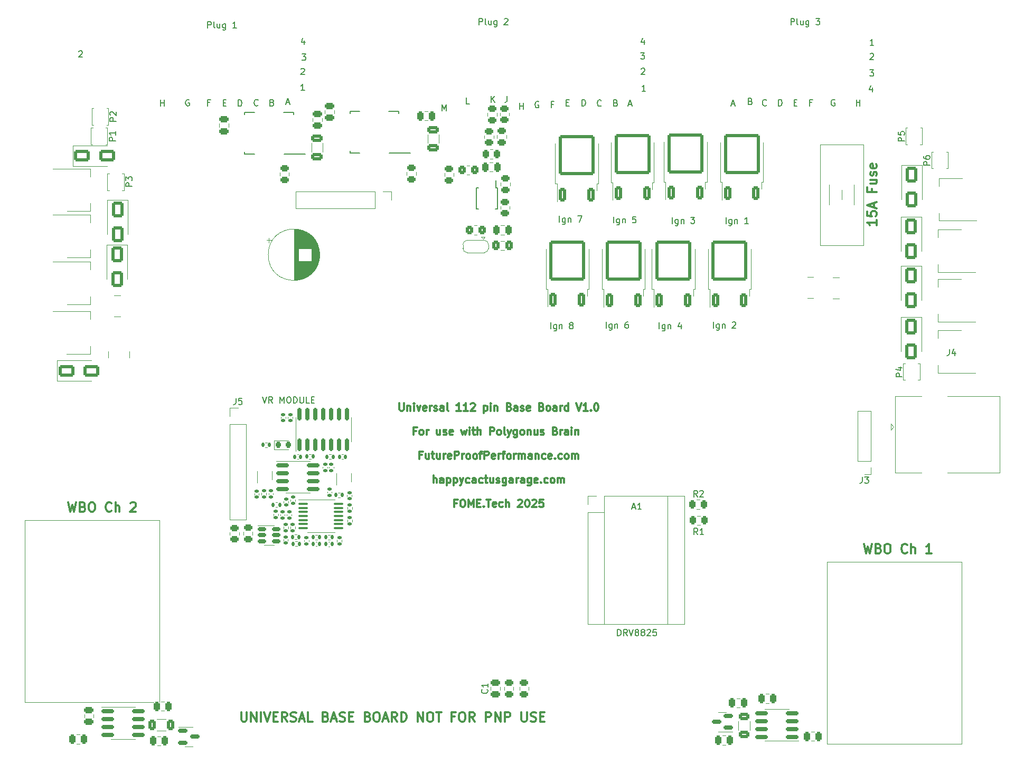
<source format=gbr>
%TF.GenerationSoftware,KiCad,Pcbnew,8.0.5*%
%TF.CreationDate,2025-07-16T23:18:55+01:00*%
%TF.ProjectId,Polygonus-Universal-Base,506f6c79-676f-46e7-9573-2d556e697665,rev?*%
%TF.SameCoordinates,Original*%
%TF.FileFunction,Legend,Top*%
%TF.FilePolarity,Positive*%
%FSLAX46Y46*%
G04 Gerber Fmt 4.6, Leading zero omitted, Abs format (unit mm)*
G04 Created by KiCad (PCBNEW 8.0.5) date 2025-07-16 23:18:55*
%MOMM*%
%LPD*%
G01*
G04 APERTURE LIST*
G04 Aperture macros list*
%AMRoundRect*
0 Rectangle with rounded corners*
0 $1 Rounding radius*
0 $2 $3 $4 $5 $6 $7 $8 $9 X,Y pos of 4 corners*
0 Add a 4 corners polygon primitive as box body*
4,1,4,$2,$3,$4,$5,$6,$7,$8,$9,$2,$3,0*
0 Add four circle primitives for the rounded corners*
1,1,$1+$1,$2,$3*
1,1,$1+$1,$4,$5*
1,1,$1+$1,$6,$7*
1,1,$1+$1,$8,$9*
0 Add four rect primitives between the rounded corners*
20,1,$1+$1,$2,$3,$4,$5,0*
20,1,$1+$1,$4,$5,$6,$7,0*
20,1,$1+$1,$6,$7,$8,$9,0*
20,1,$1+$1,$8,$9,$2,$3,0*%
%AMFreePoly0*
4,1,19,0.550000,-0.750000,0.000000,-0.750000,0.000000,-0.744911,-0.071157,-0.744911,-0.207708,-0.704816,-0.327430,-0.627875,-0.420627,-0.520320,-0.479746,-0.390866,-0.500000,-0.250000,-0.500000,0.250000,-0.479746,0.390866,-0.420627,0.520320,-0.327430,0.627875,-0.207708,0.704816,-0.071157,0.744911,0.000000,0.744911,0.000000,0.750000,0.550000,0.750000,0.550000,-0.750000,0.550000,-0.750000,
$1*%
%AMFreePoly1*
4,1,19,0.000000,0.744911,0.071157,0.744911,0.207708,0.704816,0.327430,0.627875,0.420627,0.520320,0.479746,0.390866,0.500000,0.250000,0.500000,-0.250000,0.479746,-0.390866,0.420627,-0.520320,0.327430,-0.627875,0.207708,-0.704816,0.071157,-0.744911,0.000000,-0.744911,0.000000,-0.750000,-0.550000,-0.750000,-0.550000,0.750000,0.000000,0.750000,0.000000,0.744911,0.000000,0.744911,
$1*%
G04 Aperture macros list end*
%ADD10C,0.150000*%
%ADD11C,0.300000*%
%ADD12C,0.200000*%
%ADD13C,0.120000*%
%ADD14C,4.000000*%
%ADD15C,2.200000*%
%ADD16R,1.700000X1.700000*%
%ADD17O,1.700000X1.700000*%
%ADD18C,1.600000*%
%ADD19R,1.600000X1.600000*%
%ADD20RoundRect,0.250000X-0.337500X-0.475000X0.337500X-0.475000X0.337500X0.475000X-0.337500X0.475000X0*%
%ADD21RoundRect,0.250000X-0.650000X1.000000X-0.650000X-1.000000X0.650000X-1.000000X0.650000X1.000000X0*%
%ADD22R,0.500000X0.800000*%
%ADD23R,0.400000X0.800000*%
%ADD24RoundRect,0.250000X0.350000X-0.850000X0.350000X0.850000X-0.350000X0.850000X-0.350000X-0.850000X0*%
%ADD25RoundRect,0.249997X2.650003X-2.950003X2.650003X2.950003X-2.650003X2.950003X-2.650003X-2.950003X0*%
%ADD26R,2.000000X1.500000*%
%ADD27R,2.000000X3.800000*%
%ADD28RoundRect,0.135000X0.185000X-0.135000X0.185000X0.135000X-0.185000X0.135000X-0.185000X-0.135000X0*%
%ADD29RoundRect,0.150000X-0.825000X-0.150000X0.825000X-0.150000X0.825000X0.150000X-0.825000X0.150000X0*%
%ADD30RoundRect,0.150000X0.150000X-0.825000X0.150000X0.825000X-0.150000X0.825000X-0.150000X-0.825000X0*%
%ADD31R,0.800000X0.500000*%
%ADD32R,0.800000X0.400000*%
%ADD33C,1.700000*%
%ADD34RoundRect,0.250000X0.450000X-0.262500X0.450000X0.262500X-0.450000X0.262500X-0.450000X-0.262500X0*%
%ADD35RoundRect,0.140000X-0.170000X0.140000X-0.170000X-0.140000X0.170000X-0.140000X0.170000X0.140000X0*%
%ADD36RoundRect,0.135000X-0.135000X-0.185000X0.135000X-0.185000X0.135000X0.185000X-0.135000X0.185000X0*%
%ADD37RoundRect,0.250000X0.250000X0.475000X-0.250000X0.475000X-0.250000X-0.475000X0.250000X-0.475000X0*%
%ADD38RoundRect,0.218750X-0.218750X-0.256250X0.218750X-0.256250X0.218750X0.256250X-0.218750X0.256250X0*%
%ADD39C,1.524000*%
%ADD40RoundRect,0.250000X-0.250000X-0.475000X0.250000X-0.475000X0.250000X0.475000X-0.250000X0.475000X0*%
%ADD41RoundRect,0.135000X0.135000X0.185000X-0.135000X0.185000X-0.135000X-0.185000X0.135000X-0.185000X0*%
%ADD42RoundRect,0.135000X-0.185000X0.135000X-0.185000X-0.135000X0.185000X-0.135000X0.185000X0.135000X0*%
%ADD43RoundRect,0.250000X-1.000000X-0.650000X1.000000X-0.650000X1.000000X0.650000X-1.000000X0.650000X0*%
%ADD44O,1.600000X1.600000*%
%ADD45R,0.300000X1.400000*%
%ADD46RoundRect,0.250000X-0.262500X-0.450000X0.262500X-0.450000X0.262500X0.450000X-0.262500X0.450000X0*%
%ADD47RoundRect,0.140000X0.170000X-0.140000X0.170000X0.140000X-0.170000X0.140000X-0.170000X-0.140000X0*%
%ADD48R,2.000000X0.650000*%
%ADD49R,4.500000X8.100000*%
%ADD50RoundRect,0.250000X0.262500X0.450000X-0.262500X0.450000X-0.262500X-0.450000X0.262500X-0.450000X0*%
%ADD51RoundRect,0.250000X0.625000X-0.312500X0.625000X0.312500X-0.625000X0.312500X-0.625000X-0.312500X0*%
%ADD52RoundRect,0.250000X-0.350000X-0.450000X0.350000X-0.450000X0.350000X0.450000X-0.350000X0.450000X0*%
%ADD53C,2.780000*%
%ADD54RoundRect,0.150000X-0.512500X-0.150000X0.512500X-0.150000X0.512500X0.150000X-0.512500X0.150000X0*%
%ADD55R,0.400000X0.650000*%
%ADD56RoundRect,0.140000X0.140000X0.170000X-0.140000X0.170000X-0.140000X-0.170000X0.140000X-0.170000X0*%
%ADD57RoundRect,0.250000X-0.312500X-0.625000X0.312500X-0.625000X0.312500X0.625000X-0.312500X0.625000X0*%
%ADD58RoundRect,0.150000X0.587500X0.150000X-0.587500X0.150000X-0.587500X-0.150000X0.587500X-0.150000X0*%
%ADD59RoundRect,0.250000X-0.450000X0.262500X-0.450000X-0.262500X0.450000X-0.262500X0.450000X0.262500X0*%
%ADD60RoundRect,0.250000X-0.475000X0.250000X-0.475000X-0.250000X0.475000X-0.250000X0.475000X0.250000X0*%
%ADD61RoundRect,0.150000X-0.587500X-0.150000X0.587500X-0.150000X0.587500X0.150000X-0.587500X0.150000X0*%
%ADD62RoundRect,0.250000X0.650000X-0.325000X0.650000X0.325000X-0.650000X0.325000X-0.650000X-0.325000X0*%
%ADD63RoundRect,0.250000X0.475000X-0.250000X0.475000X0.250000X-0.475000X0.250000X-0.475000X-0.250000X0*%
%ADD64C,3.500000*%
%ADD65RoundRect,0.140000X-0.140000X-0.170000X0.140000X-0.170000X0.140000X0.170000X-0.140000X0.170000X0*%
%ADD66RoundRect,0.150000X0.825000X0.150000X-0.825000X0.150000X-0.825000X-0.150000X0.825000X-0.150000X0*%
%ADD67R,1.350000X1.350000*%
%ADD68O,1.350000X1.350000*%
%ADD69RoundRect,0.100000X-0.637500X-0.100000X0.637500X-0.100000X0.637500X0.100000X-0.637500X0.100000X0*%
%ADD70FreePoly0,180.000000*%
%ADD71R,1.000000X1.500000*%
%ADD72FreePoly1,180.000000*%
G04 APERTURE END LIST*
D10*
X176057112Y-40494009D02*
X176199969Y-40541628D01*
X176199969Y-40541628D02*
X176247588Y-40589247D01*
X176247588Y-40589247D02*
X176295207Y-40684485D01*
X176295207Y-40684485D02*
X176295207Y-40827342D01*
X176295207Y-40827342D02*
X176247588Y-40922580D01*
X176247588Y-40922580D02*
X176199969Y-40970200D01*
X176199969Y-40970200D02*
X176104731Y-41017819D01*
X176104731Y-41017819D02*
X175723779Y-41017819D01*
X175723779Y-41017819D02*
X175723779Y-40017819D01*
X175723779Y-40017819D02*
X176057112Y-40017819D01*
X176057112Y-40017819D02*
X176152350Y-40065438D01*
X176152350Y-40065438D02*
X176199969Y-40113057D01*
X176199969Y-40113057D02*
X176247588Y-40208295D01*
X176247588Y-40208295D02*
X176247588Y-40303533D01*
X176247588Y-40303533D02*
X176199969Y-40398771D01*
X176199969Y-40398771D02*
X176152350Y-40446390D01*
X176152350Y-40446390D02*
X176057112Y-40494009D01*
X176057112Y-40494009D02*
X175723779Y-40494009D01*
X195805588Y-31492819D02*
X195234160Y-31492819D01*
X195519874Y-31492819D02*
X195519874Y-30492819D01*
X195519874Y-30492819D02*
X195424636Y-30635676D01*
X195424636Y-30635676D02*
X195329398Y-30730914D01*
X195329398Y-30730914D02*
X195234160Y-30778533D01*
X156499160Y-40986104D02*
X156975350Y-40986104D01*
X156403922Y-41271819D02*
X156737255Y-40271819D01*
X156737255Y-40271819D02*
X157070588Y-41271819D01*
X142084588Y-40573438D02*
X141989350Y-40525819D01*
X141989350Y-40525819D02*
X141846493Y-40525819D01*
X141846493Y-40525819D02*
X141703636Y-40573438D01*
X141703636Y-40573438D02*
X141608398Y-40668676D01*
X141608398Y-40668676D02*
X141560779Y-40763914D01*
X141560779Y-40763914D02*
X141513160Y-40954390D01*
X141513160Y-40954390D02*
X141513160Y-41097247D01*
X141513160Y-41097247D02*
X141560779Y-41287723D01*
X141560779Y-41287723D02*
X141608398Y-41382961D01*
X141608398Y-41382961D02*
X141703636Y-41478200D01*
X141703636Y-41478200D02*
X141846493Y-41525819D01*
X141846493Y-41525819D02*
X141941731Y-41525819D01*
X141941731Y-41525819D02*
X142084588Y-41478200D01*
X142084588Y-41478200D02*
X142132207Y-41430580D01*
X142132207Y-41430580D02*
X142132207Y-41097247D01*
X142132207Y-41097247D02*
X141941731Y-41097247D01*
X91522779Y-40748009D02*
X91856112Y-40748009D01*
X91998969Y-41271819D02*
X91522779Y-41271819D01*
X91522779Y-41271819D02*
X91522779Y-40271819D01*
X91522779Y-40271819D02*
X91998969Y-40271819D01*
X93935779Y-41271819D02*
X93935779Y-40271819D01*
X93935779Y-40271819D02*
X94173874Y-40271819D01*
X94173874Y-40271819D02*
X94316731Y-40319438D01*
X94316731Y-40319438D02*
X94411969Y-40414676D01*
X94411969Y-40414676D02*
X94459588Y-40509914D01*
X94459588Y-40509914D02*
X94507207Y-40700390D01*
X94507207Y-40700390D02*
X94507207Y-40843247D01*
X94507207Y-40843247D02*
X94459588Y-41033723D01*
X94459588Y-41033723D02*
X94411969Y-41128961D01*
X94411969Y-41128961D02*
X94316731Y-41224200D01*
X94316731Y-41224200D02*
X94173874Y-41271819D01*
X94173874Y-41271819D02*
X93935779Y-41271819D01*
X104524350Y-30712783D02*
X104524350Y-31379450D01*
X104286255Y-30331831D02*
X104048160Y-31046116D01*
X104048160Y-31046116D02*
X104667207Y-31046116D01*
X104127541Y-32905819D02*
X104746588Y-32905819D01*
X104746588Y-32905819D02*
X104413255Y-33286771D01*
X104413255Y-33286771D02*
X104556112Y-33286771D01*
X104556112Y-33286771D02*
X104651350Y-33334390D01*
X104651350Y-33334390D02*
X104698969Y-33382009D01*
X104698969Y-33382009D02*
X104746588Y-33477247D01*
X104746588Y-33477247D02*
X104746588Y-33715342D01*
X104746588Y-33715342D02*
X104698969Y-33810580D01*
X104698969Y-33810580D02*
X104651350Y-33858200D01*
X104651350Y-33858200D02*
X104556112Y-33905819D01*
X104556112Y-33905819D02*
X104270398Y-33905819D01*
X104270398Y-33905819D02*
X104175160Y-33858200D01*
X104175160Y-33858200D02*
X104127541Y-33810580D01*
X161438095Y-76994819D02*
X161438095Y-75994819D01*
X162342856Y-76328152D02*
X162342856Y-77137676D01*
X162342856Y-77137676D02*
X162295237Y-77232914D01*
X162295237Y-77232914D02*
X162247618Y-77280533D01*
X162247618Y-77280533D02*
X162152380Y-77328152D01*
X162152380Y-77328152D02*
X162009523Y-77328152D01*
X162009523Y-77328152D02*
X161914285Y-77280533D01*
X162342856Y-76947200D02*
X162247618Y-76994819D01*
X162247618Y-76994819D02*
X162057142Y-76994819D01*
X162057142Y-76994819D02*
X161961904Y-76947200D01*
X161961904Y-76947200D02*
X161914285Y-76899580D01*
X161914285Y-76899580D02*
X161866666Y-76804342D01*
X161866666Y-76804342D02*
X161866666Y-76518628D01*
X161866666Y-76518628D02*
X161914285Y-76423390D01*
X161914285Y-76423390D02*
X161961904Y-76375771D01*
X161961904Y-76375771D02*
X162057142Y-76328152D01*
X162057142Y-76328152D02*
X162247618Y-76328152D01*
X162247618Y-76328152D02*
X162342856Y-76375771D01*
X162819047Y-76328152D02*
X162819047Y-76994819D01*
X162819047Y-76423390D02*
X162866666Y-76375771D01*
X162866666Y-76375771D02*
X162961904Y-76328152D01*
X162961904Y-76328152D02*
X163104761Y-76328152D01*
X163104761Y-76328152D02*
X163199999Y-76375771D01*
X163199999Y-76375771D02*
X163247618Y-76471009D01*
X163247618Y-76471009D02*
X163247618Y-76994819D01*
X164914285Y-76328152D02*
X164914285Y-76994819D01*
X164676190Y-75947200D02*
X164438095Y-76661485D01*
X164438095Y-76661485D02*
X165057142Y-76661485D01*
D11*
X94414285Y-138518328D02*
X94414285Y-139732614D01*
X94414285Y-139732614D02*
X94485714Y-139875471D01*
X94485714Y-139875471D02*
X94557143Y-139946900D01*
X94557143Y-139946900D02*
X94700000Y-140018328D01*
X94700000Y-140018328D02*
X94985714Y-140018328D01*
X94985714Y-140018328D02*
X95128571Y-139946900D01*
X95128571Y-139946900D02*
X95200000Y-139875471D01*
X95200000Y-139875471D02*
X95271428Y-139732614D01*
X95271428Y-139732614D02*
X95271428Y-138518328D01*
X95985714Y-140018328D02*
X95985714Y-138518328D01*
X95985714Y-138518328D02*
X96842857Y-140018328D01*
X96842857Y-140018328D02*
X96842857Y-138518328D01*
X97557143Y-140018328D02*
X97557143Y-138518328D01*
X98057144Y-138518328D02*
X98557144Y-140018328D01*
X98557144Y-140018328D02*
X99057144Y-138518328D01*
X99557143Y-139232614D02*
X100057143Y-139232614D01*
X100271429Y-140018328D02*
X99557143Y-140018328D01*
X99557143Y-140018328D02*
X99557143Y-138518328D01*
X99557143Y-138518328D02*
X100271429Y-138518328D01*
X101771429Y-140018328D02*
X101271429Y-139304042D01*
X100914286Y-140018328D02*
X100914286Y-138518328D01*
X100914286Y-138518328D02*
X101485715Y-138518328D01*
X101485715Y-138518328D02*
X101628572Y-138589757D01*
X101628572Y-138589757D02*
X101700001Y-138661185D01*
X101700001Y-138661185D02*
X101771429Y-138804042D01*
X101771429Y-138804042D02*
X101771429Y-139018328D01*
X101771429Y-139018328D02*
X101700001Y-139161185D01*
X101700001Y-139161185D02*
X101628572Y-139232614D01*
X101628572Y-139232614D02*
X101485715Y-139304042D01*
X101485715Y-139304042D02*
X100914286Y-139304042D01*
X102342858Y-139946900D02*
X102557144Y-140018328D01*
X102557144Y-140018328D02*
X102914286Y-140018328D01*
X102914286Y-140018328D02*
X103057144Y-139946900D01*
X103057144Y-139946900D02*
X103128572Y-139875471D01*
X103128572Y-139875471D02*
X103200001Y-139732614D01*
X103200001Y-139732614D02*
X103200001Y-139589757D01*
X103200001Y-139589757D02*
X103128572Y-139446900D01*
X103128572Y-139446900D02*
X103057144Y-139375471D01*
X103057144Y-139375471D02*
X102914286Y-139304042D01*
X102914286Y-139304042D02*
X102628572Y-139232614D01*
X102628572Y-139232614D02*
X102485715Y-139161185D01*
X102485715Y-139161185D02*
X102414286Y-139089757D01*
X102414286Y-139089757D02*
X102342858Y-138946900D01*
X102342858Y-138946900D02*
X102342858Y-138804042D01*
X102342858Y-138804042D02*
X102414286Y-138661185D01*
X102414286Y-138661185D02*
X102485715Y-138589757D01*
X102485715Y-138589757D02*
X102628572Y-138518328D01*
X102628572Y-138518328D02*
X102985715Y-138518328D01*
X102985715Y-138518328D02*
X103200001Y-138589757D01*
X103771429Y-139589757D02*
X104485715Y-139589757D01*
X103628572Y-140018328D02*
X104128572Y-138518328D01*
X104128572Y-138518328D02*
X104628572Y-140018328D01*
X105842857Y-140018328D02*
X105128571Y-140018328D01*
X105128571Y-140018328D02*
X105128571Y-138518328D01*
X107985714Y-139232614D02*
X108200000Y-139304042D01*
X108200000Y-139304042D02*
X108271429Y-139375471D01*
X108271429Y-139375471D02*
X108342857Y-139518328D01*
X108342857Y-139518328D02*
X108342857Y-139732614D01*
X108342857Y-139732614D02*
X108271429Y-139875471D01*
X108271429Y-139875471D02*
X108200000Y-139946900D01*
X108200000Y-139946900D02*
X108057143Y-140018328D01*
X108057143Y-140018328D02*
X107485714Y-140018328D01*
X107485714Y-140018328D02*
X107485714Y-138518328D01*
X107485714Y-138518328D02*
X107985714Y-138518328D01*
X107985714Y-138518328D02*
X108128572Y-138589757D01*
X108128572Y-138589757D02*
X108200000Y-138661185D01*
X108200000Y-138661185D02*
X108271429Y-138804042D01*
X108271429Y-138804042D02*
X108271429Y-138946900D01*
X108271429Y-138946900D02*
X108200000Y-139089757D01*
X108200000Y-139089757D02*
X108128572Y-139161185D01*
X108128572Y-139161185D02*
X107985714Y-139232614D01*
X107985714Y-139232614D02*
X107485714Y-139232614D01*
X108914286Y-139589757D02*
X109628572Y-139589757D01*
X108771429Y-140018328D02*
X109271429Y-138518328D01*
X109271429Y-138518328D02*
X109771429Y-140018328D01*
X110200000Y-139946900D02*
X110414286Y-140018328D01*
X110414286Y-140018328D02*
X110771428Y-140018328D01*
X110771428Y-140018328D02*
X110914286Y-139946900D01*
X110914286Y-139946900D02*
X110985714Y-139875471D01*
X110985714Y-139875471D02*
X111057143Y-139732614D01*
X111057143Y-139732614D02*
X111057143Y-139589757D01*
X111057143Y-139589757D02*
X110985714Y-139446900D01*
X110985714Y-139446900D02*
X110914286Y-139375471D01*
X110914286Y-139375471D02*
X110771428Y-139304042D01*
X110771428Y-139304042D02*
X110485714Y-139232614D01*
X110485714Y-139232614D02*
X110342857Y-139161185D01*
X110342857Y-139161185D02*
X110271428Y-139089757D01*
X110271428Y-139089757D02*
X110200000Y-138946900D01*
X110200000Y-138946900D02*
X110200000Y-138804042D01*
X110200000Y-138804042D02*
X110271428Y-138661185D01*
X110271428Y-138661185D02*
X110342857Y-138589757D01*
X110342857Y-138589757D02*
X110485714Y-138518328D01*
X110485714Y-138518328D02*
X110842857Y-138518328D01*
X110842857Y-138518328D02*
X111057143Y-138589757D01*
X111699999Y-139232614D02*
X112199999Y-139232614D01*
X112414285Y-140018328D02*
X111699999Y-140018328D01*
X111699999Y-140018328D02*
X111699999Y-138518328D01*
X111699999Y-138518328D02*
X112414285Y-138518328D01*
X114699999Y-139232614D02*
X114914285Y-139304042D01*
X114914285Y-139304042D02*
X114985714Y-139375471D01*
X114985714Y-139375471D02*
X115057142Y-139518328D01*
X115057142Y-139518328D02*
X115057142Y-139732614D01*
X115057142Y-139732614D02*
X114985714Y-139875471D01*
X114985714Y-139875471D02*
X114914285Y-139946900D01*
X114914285Y-139946900D02*
X114771428Y-140018328D01*
X114771428Y-140018328D02*
X114199999Y-140018328D01*
X114199999Y-140018328D02*
X114199999Y-138518328D01*
X114199999Y-138518328D02*
X114699999Y-138518328D01*
X114699999Y-138518328D02*
X114842857Y-138589757D01*
X114842857Y-138589757D02*
X114914285Y-138661185D01*
X114914285Y-138661185D02*
X114985714Y-138804042D01*
X114985714Y-138804042D02*
X114985714Y-138946900D01*
X114985714Y-138946900D02*
X114914285Y-139089757D01*
X114914285Y-139089757D02*
X114842857Y-139161185D01*
X114842857Y-139161185D02*
X114699999Y-139232614D01*
X114699999Y-139232614D02*
X114199999Y-139232614D01*
X115985714Y-138518328D02*
X116271428Y-138518328D01*
X116271428Y-138518328D02*
X116414285Y-138589757D01*
X116414285Y-138589757D02*
X116557142Y-138732614D01*
X116557142Y-138732614D02*
X116628571Y-139018328D01*
X116628571Y-139018328D02*
X116628571Y-139518328D01*
X116628571Y-139518328D02*
X116557142Y-139804042D01*
X116557142Y-139804042D02*
X116414285Y-139946900D01*
X116414285Y-139946900D02*
X116271428Y-140018328D01*
X116271428Y-140018328D02*
X115985714Y-140018328D01*
X115985714Y-140018328D02*
X115842857Y-139946900D01*
X115842857Y-139946900D02*
X115699999Y-139804042D01*
X115699999Y-139804042D02*
X115628571Y-139518328D01*
X115628571Y-139518328D02*
X115628571Y-139018328D01*
X115628571Y-139018328D02*
X115699999Y-138732614D01*
X115699999Y-138732614D02*
X115842857Y-138589757D01*
X115842857Y-138589757D02*
X115985714Y-138518328D01*
X117200000Y-139589757D02*
X117914286Y-139589757D01*
X117057143Y-140018328D02*
X117557143Y-138518328D01*
X117557143Y-138518328D02*
X118057143Y-140018328D01*
X119414285Y-140018328D02*
X118914285Y-139304042D01*
X118557142Y-140018328D02*
X118557142Y-138518328D01*
X118557142Y-138518328D02*
X119128571Y-138518328D01*
X119128571Y-138518328D02*
X119271428Y-138589757D01*
X119271428Y-138589757D02*
X119342857Y-138661185D01*
X119342857Y-138661185D02*
X119414285Y-138804042D01*
X119414285Y-138804042D02*
X119414285Y-139018328D01*
X119414285Y-139018328D02*
X119342857Y-139161185D01*
X119342857Y-139161185D02*
X119271428Y-139232614D01*
X119271428Y-139232614D02*
X119128571Y-139304042D01*
X119128571Y-139304042D02*
X118557142Y-139304042D01*
X120057142Y-140018328D02*
X120057142Y-138518328D01*
X120057142Y-138518328D02*
X120414285Y-138518328D01*
X120414285Y-138518328D02*
X120628571Y-138589757D01*
X120628571Y-138589757D02*
X120771428Y-138732614D01*
X120771428Y-138732614D02*
X120842857Y-138875471D01*
X120842857Y-138875471D02*
X120914285Y-139161185D01*
X120914285Y-139161185D02*
X120914285Y-139375471D01*
X120914285Y-139375471D02*
X120842857Y-139661185D01*
X120842857Y-139661185D02*
X120771428Y-139804042D01*
X120771428Y-139804042D02*
X120628571Y-139946900D01*
X120628571Y-139946900D02*
X120414285Y-140018328D01*
X120414285Y-140018328D02*
X120057142Y-140018328D01*
X122699999Y-140018328D02*
X122699999Y-138518328D01*
X122699999Y-138518328D02*
X123557142Y-140018328D01*
X123557142Y-140018328D02*
X123557142Y-138518328D01*
X124557143Y-138518328D02*
X124842857Y-138518328D01*
X124842857Y-138518328D02*
X124985714Y-138589757D01*
X124985714Y-138589757D02*
X125128571Y-138732614D01*
X125128571Y-138732614D02*
X125200000Y-139018328D01*
X125200000Y-139018328D02*
X125200000Y-139518328D01*
X125200000Y-139518328D02*
X125128571Y-139804042D01*
X125128571Y-139804042D02*
X124985714Y-139946900D01*
X124985714Y-139946900D02*
X124842857Y-140018328D01*
X124842857Y-140018328D02*
X124557143Y-140018328D01*
X124557143Y-140018328D02*
X124414286Y-139946900D01*
X124414286Y-139946900D02*
X124271428Y-139804042D01*
X124271428Y-139804042D02*
X124200000Y-139518328D01*
X124200000Y-139518328D02*
X124200000Y-139018328D01*
X124200000Y-139018328D02*
X124271428Y-138732614D01*
X124271428Y-138732614D02*
X124414286Y-138589757D01*
X124414286Y-138589757D02*
X124557143Y-138518328D01*
X125628572Y-138518328D02*
X126485715Y-138518328D01*
X126057143Y-140018328D02*
X126057143Y-138518328D01*
X128628571Y-139232614D02*
X128128571Y-139232614D01*
X128128571Y-140018328D02*
X128128571Y-138518328D01*
X128128571Y-138518328D02*
X128842857Y-138518328D01*
X129700000Y-138518328D02*
X129985714Y-138518328D01*
X129985714Y-138518328D02*
X130128571Y-138589757D01*
X130128571Y-138589757D02*
X130271428Y-138732614D01*
X130271428Y-138732614D02*
X130342857Y-139018328D01*
X130342857Y-139018328D02*
X130342857Y-139518328D01*
X130342857Y-139518328D02*
X130271428Y-139804042D01*
X130271428Y-139804042D02*
X130128571Y-139946900D01*
X130128571Y-139946900D02*
X129985714Y-140018328D01*
X129985714Y-140018328D02*
X129700000Y-140018328D01*
X129700000Y-140018328D02*
X129557143Y-139946900D01*
X129557143Y-139946900D02*
X129414285Y-139804042D01*
X129414285Y-139804042D02*
X129342857Y-139518328D01*
X129342857Y-139518328D02*
X129342857Y-139018328D01*
X129342857Y-139018328D02*
X129414285Y-138732614D01*
X129414285Y-138732614D02*
X129557143Y-138589757D01*
X129557143Y-138589757D02*
X129700000Y-138518328D01*
X131842857Y-140018328D02*
X131342857Y-139304042D01*
X130985714Y-140018328D02*
X130985714Y-138518328D01*
X130985714Y-138518328D02*
X131557143Y-138518328D01*
X131557143Y-138518328D02*
X131700000Y-138589757D01*
X131700000Y-138589757D02*
X131771429Y-138661185D01*
X131771429Y-138661185D02*
X131842857Y-138804042D01*
X131842857Y-138804042D02*
X131842857Y-139018328D01*
X131842857Y-139018328D02*
X131771429Y-139161185D01*
X131771429Y-139161185D02*
X131700000Y-139232614D01*
X131700000Y-139232614D02*
X131557143Y-139304042D01*
X131557143Y-139304042D02*
X130985714Y-139304042D01*
X133628571Y-140018328D02*
X133628571Y-138518328D01*
X133628571Y-138518328D02*
X134200000Y-138518328D01*
X134200000Y-138518328D02*
X134342857Y-138589757D01*
X134342857Y-138589757D02*
X134414286Y-138661185D01*
X134414286Y-138661185D02*
X134485714Y-138804042D01*
X134485714Y-138804042D02*
X134485714Y-139018328D01*
X134485714Y-139018328D02*
X134414286Y-139161185D01*
X134414286Y-139161185D02*
X134342857Y-139232614D01*
X134342857Y-139232614D02*
X134200000Y-139304042D01*
X134200000Y-139304042D02*
X133628571Y-139304042D01*
X135128571Y-140018328D02*
X135128571Y-138518328D01*
X135128571Y-138518328D02*
X135985714Y-140018328D01*
X135985714Y-140018328D02*
X135985714Y-138518328D01*
X136700000Y-140018328D02*
X136700000Y-138518328D01*
X136700000Y-138518328D02*
X137271429Y-138518328D01*
X137271429Y-138518328D02*
X137414286Y-138589757D01*
X137414286Y-138589757D02*
X137485715Y-138661185D01*
X137485715Y-138661185D02*
X137557143Y-138804042D01*
X137557143Y-138804042D02*
X137557143Y-139018328D01*
X137557143Y-139018328D02*
X137485715Y-139161185D01*
X137485715Y-139161185D02*
X137414286Y-139232614D01*
X137414286Y-139232614D02*
X137271429Y-139304042D01*
X137271429Y-139304042D02*
X136700000Y-139304042D01*
X139342857Y-138518328D02*
X139342857Y-139732614D01*
X139342857Y-139732614D02*
X139414286Y-139875471D01*
X139414286Y-139875471D02*
X139485715Y-139946900D01*
X139485715Y-139946900D02*
X139628572Y-140018328D01*
X139628572Y-140018328D02*
X139914286Y-140018328D01*
X139914286Y-140018328D02*
X140057143Y-139946900D01*
X140057143Y-139946900D02*
X140128572Y-139875471D01*
X140128572Y-139875471D02*
X140200000Y-139732614D01*
X140200000Y-139732614D02*
X140200000Y-138518328D01*
X140842858Y-139946900D02*
X141057144Y-140018328D01*
X141057144Y-140018328D02*
X141414286Y-140018328D01*
X141414286Y-140018328D02*
X141557144Y-139946900D01*
X141557144Y-139946900D02*
X141628572Y-139875471D01*
X141628572Y-139875471D02*
X141700001Y-139732614D01*
X141700001Y-139732614D02*
X141700001Y-139589757D01*
X141700001Y-139589757D02*
X141628572Y-139446900D01*
X141628572Y-139446900D02*
X141557144Y-139375471D01*
X141557144Y-139375471D02*
X141414286Y-139304042D01*
X141414286Y-139304042D02*
X141128572Y-139232614D01*
X141128572Y-139232614D02*
X140985715Y-139161185D01*
X140985715Y-139161185D02*
X140914286Y-139089757D01*
X140914286Y-139089757D02*
X140842858Y-138946900D01*
X140842858Y-138946900D02*
X140842858Y-138804042D01*
X140842858Y-138804042D02*
X140914286Y-138661185D01*
X140914286Y-138661185D02*
X140985715Y-138589757D01*
X140985715Y-138589757D02*
X141128572Y-138518328D01*
X141128572Y-138518328D02*
X141485715Y-138518328D01*
X141485715Y-138518328D02*
X141700001Y-138589757D01*
X142342857Y-139232614D02*
X142842857Y-139232614D01*
X143057143Y-140018328D02*
X142342857Y-140018328D01*
X142342857Y-140018328D02*
X142342857Y-138518328D01*
X142342857Y-138518328D02*
X143057143Y-138518328D01*
D10*
X144038095Y-76994819D02*
X144038095Y-75994819D01*
X144942856Y-76328152D02*
X144942856Y-77137676D01*
X144942856Y-77137676D02*
X144895237Y-77232914D01*
X144895237Y-77232914D02*
X144847618Y-77280533D01*
X144847618Y-77280533D02*
X144752380Y-77328152D01*
X144752380Y-77328152D02*
X144609523Y-77328152D01*
X144609523Y-77328152D02*
X144514285Y-77280533D01*
X144942856Y-76947200D02*
X144847618Y-76994819D01*
X144847618Y-76994819D02*
X144657142Y-76994819D01*
X144657142Y-76994819D02*
X144561904Y-76947200D01*
X144561904Y-76947200D02*
X144514285Y-76899580D01*
X144514285Y-76899580D02*
X144466666Y-76804342D01*
X144466666Y-76804342D02*
X144466666Y-76518628D01*
X144466666Y-76518628D02*
X144514285Y-76423390D01*
X144514285Y-76423390D02*
X144561904Y-76375771D01*
X144561904Y-76375771D02*
X144657142Y-76328152D01*
X144657142Y-76328152D02*
X144847618Y-76328152D01*
X144847618Y-76328152D02*
X144942856Y-76375771D01*
X145419047Y-76328152D02*
X145419047Y-76994819D01*
X145419047Y-76423390D02*
X145466666Y-76375771D01*
X145466666Y-76375771D02*
X145561904Y-76328152D01*
X145561904Y-76328152D02*
X145704761Y-76328152D01*
X145704761Y-76328152D02*
X145799999Y-76375771D01*
X145799999Y-76375771D02*
X145847618Y-76471009D01*
X145847618Y-76471009D02*
X145847618Y-76994819D01*
X147228571Y-76423390D02*
X147133333Y-76375771D01*
X147133333Y-76375771D02*
X147085714Y-76328152D01*
X147085714Y-76328152D02*
X147038095Y-76232914D01*
X147038095Y-76232914D02*
X147038095Y-76185295D01*
X147038095Y-76185295D02*
X147085714Y-76090057D01*
X147085714Y-76090057D02*
X147133333Y-76042438D01*
X147133333Y-76042438D02*
X147228571Y-75994819D01*
X147228571Y-75994819D02*
X147419047Y-75994819D01*
X147419047Y-75994819D02*
X147514285Y-76042438D01*
X147514285Y-76042438D02*
X147561904Y-76090057D01*
X147561904Y-76090057D02*
X147609523Y-76185295D01*
X147609523Y-76185295D02*
X147609523Y-76232914D01*
X147609523Y-76232914D02*
X147561904Y-76328152D01*
X147561904Y-76328152D02*
X147514285Y-76375771D01*
X147514285Y-76375771D02*
X147419047Y-76423390D01*
X147419047Y-76423390D02*
X147228571Y-76423390D01*
X147228571Y-76423390D02*
X147133333Y-76471009D01*
X147133333Y-76471009D02*
X147085714Y-76518628D01*
X147085714Y-76518628D02*
X147038095Y-76613866D01*
X147038095Y-76613866D02*
X147038095Y-76804342D01*
X147038095Y-76804342D02*
X147085714Y-76899580D01*
X147085714Y-76899580D02*
X147133333Y-76947200D01*
X147133333Y-76947200D02*
X147228571Y-76994819D01*
X147228571Y-76994819D02*
X147419047Y-76994819D01*
X147419047Y-76994819D02*
X147514285Y-76947200D01*
X147514285Y-76947200D02*
X147561904Y-76899580D01*
X147561904Y-76899580D02*
X147609523Y-76804342D01*
X147609523Y-76804342D02*
X147609523Y-76613866D01*
X147609523Y-76613866D02*
X147561904Y-76518628D01*
X147561904Y-76518628D02*
X147514285Y-76471009D01*
X147514285Y-76471009D02*
X147419047Y-76423390D01*
D11*
X119785715Y-88951810D02*
X119785715Y-89923239D01*
X119785715Y-89923239D02*
X119842858Y-90037525D01*
X119842858Y-90037525D02*
X119900001Y-90094668D01*
X119900001Y-90094668D02*
X120014286Y-90151810D01*
X120014286Y-90151810D02*
X120242858Y-90151810D01*
X120242858Y-90151810D02*
X120357143Y-90094668D01*
X120357143Y-90094668D02*
X120414286Y-90037525D01*
X120414286Y-90037525D02*
X120471429Y-89923239D01*
X120471429Y-89923239D02*
X120471429Y-88951810D01*
X121042858Y-89351810D02*
X121042858Y-90151810D01*
X121042858Y-89466096D02*
X121100001Y-89408953D01*
X121100001Y-89408953D02*
X121214286Y-89351810D01*
X121214286Y-89351810D02*
X121385715Y-89351810D01*
X121385715Y-89351810D02*
X121500001Y-89408953D01*
X121500001Y-89408953D02*
X121557144Y-89523239D01*
X121557144Y-89523239D02*
X121557144Y-90151810D01*
X122128572Y-90151810D02*
X122128572Y-89351810D01*
X122128572Y-88951810D02*
X122071429Y-89008953D01*
X122071429Y-89008953D02*
X122128572Y-89066096D01*
X122128572Y-89066096D02*
X122185715Y-89008953D01*
X122185715Y-89008953D02*
X122128572Y-88951810D01*
X122128572Y-88951810D02*
X122128572Y-89066096D01*
X122585715Y-89351810D02*
X122871429Y-90151810D01*
X122871429Y-90151810D02*
X123157144Y-89351810D01*
X124071430Y-90094668D02*
X123957144Y-90151810D01*
X123957144Y-90151810D02*
X123728573Y-90151810D01*
X123728573Y-90151810D02*
X123614287Y-90094668D01*
X123614287Y-90094668D02*
X123557144Y-89980382D01*
X123557144Y-89980382D02*
X123557144Y-89523239D01*
X123557144Y-89523239D02*
X123614287Y-89408953D01*
X123614287Y-89408953D02*
X123728573Y-89351810D01*
X123728573Y-89351810D02*
X123957144Y-89351810D01*
X123957144Y-89351810D02*
X124071430Y-89408953D01*
X124071430Y-89408953D02*
X124128573Y-89523239D01*
X124128573Y-89523239D02*
X124128573Y-89637525D01*
X124128573Y-89637525D02*
X123557144Y-89751810D01*
X124642858Y-90151810D02*
X124642858Y-89351810D01*
X124642858Y-89580382D02*
X124700001Y-89466096D01*
X124700001Y-89466096D02*
X124757144Y-89408953D01*
X124757144Y-89408953D02*
X124871429Y-89351810D01*
X124871429Y-89351810D02*
X124985715Y-89351810D01*
X125328572Y-90094668D02*
X125442858Y-90151810D01*
X125442858Y-90151810D02*
X125671429Y-90151810D01*
X125671429Y-90151810D02*
X125785715Y-90094668D01*
X125785715Y-90094668D02*
X125842858Y-89980382D01*
X125842858Y-89980382D02*
X125842858Y-89923239D01*
X125842858Y-89923239D02*
X125785715Y-89808953D01*
X125785715Y-89808953D02*
X125671429Y-89751810D01*
X125671429Y-89751810D02*
X125500001Y-89751810D01*
X125500001Y-89751810D02*
X125385715Y-89694668D01*
X125385715Y-89694668D02*
X125328572Y-89580382D01*
X125328572Y-89580382D02*
X125328572Y-89523239D01*
X125328572Y-89523239D02*
X125385715Y-89408953D01*
X125385715Y-89408953D02*
X125500001Y-89351810D01*
X125500001Y-89351810D02*
X125671429Y-89351810D01*
X125671429Y-89351810D02*
X125785715Y-89408953D01*
X126871430Y-90151810D02*
X126871430Y-89523239D01*
X126871430Y-89523239D02*
X126814287Y-89408953D01*
X126814287Y-89408953D02*
X126700001Y-89351810D01*
X126700001Y-89351810D02*
X126471430Y-89351810D01*
X126471430Y-89351810D02*
X126357144Y-89408953D01*
X126871430Y-90094668D02*
X126757144Y-90151810D01*
X126757144Y-90151810D02*
X126471430Y-90151810D01*
X126471430Y-90151810D02*
X126357144Y-90094668D01*
X126357144Y-90094668D02*
X126300001Y-89980382D01*
X126300001Y-89980382D02*
X126300001Y-89866096D01*
X126300001Y-89866096D02*
X126357144Y-89751810D01*
X126357144Y-89751810D02*
X126471430Y-89694668D01*
X126471430Y-89694668D02*
X126757144Y-89694668D01*
X126757144Y-89694668D02*
X126871430Y-89637525D01*
X127614286Y-90151810D02*
X127500001Y-90094668D01*
X127500001Y-90094668D02*
X127442858Y-89980382D01*
X127442858Y-89980382D02*
X127442858Y-88951810D01*
X129614286Y-90151810D02*
X128928572Y-90151810D01*
X129271429Y-90151810D02*
X129271429Y-88951810D01*
X129271429Y-88951810D02*
X129157143Y-89123239D01*
X129157143Y-89123239D02*
X129042858Y-89237525D01*
X129042858Y-89237525D02*
X128928572Y-89294668D01*
X130757143Y-90151810D02*
X130071429Y-90151810D01*
X130414286Y-90151810D02*
X130414286Y-88951810D01*
X130414286Y-88951810D02*
X130300000Y-89123239D01*
X130300000Y-89123239D02*
X130185715Y-89237525D01*
X130185715Y-89237525D02*
X130071429Y-89294668D01*
X131214286Y-89066096D02*
X131271429Y-89008953D01*
X131271429Y-89008953D02*
X131385715Y-88951810D01*
X131385715Y-88951810D02*
X131671429Y-88951810D01*
X131671429Y-88951810D02*
X131785715Y-89008953D01*
X131785715Y-89008953D02*
X131842857Y-89066096D01*
X131842857Y-89066096D02*
X131900000Y-89180382D01*
X131900000Y-89180382D02*
X131900000Y-89294668D01*
X131900000Y-89294668D02*
X131842857Y-89466096D01*
X131842857Y-89466096D02*
X131157143Y-90151810D01*
X131157143Y-90151810D02*
X131900000Y-90151810D01*
X133328572Y-89351810D02*
X133328572Y-90551810D01*
X133328572Y-89408953D02*
X133442858Y-89351810D01*
X133442858Y-89351810D02*
X133671429Y-89351810D01*
X133671429Y-89351810D02*
X133785715Y-89408953D01*
X133785715Y-89408953D02*
X133842858Y-89466096D01*
X133842858Y-89466096D02*
X133900000Y-89580382D01*
X133900000Y-89580382D02*
X133900000Y-89923239D01*
X133900000Y-89923239D02*
X133842858Y-90037525D01*
X133842858Y-90037525D02*
X133785715Y-90094668D01*
X133785715Y-90094668D02*
X133671429Y-90151810D01*
X133671429Y-90151810D02*
X133442858Y-90151810D01*
X133442858Y-90151810D02*
X133328572Y-90094668D01*
X134414286Y-90151810D02*
X134414286Y-89351810D01*
X134414286Y-88951810D02*
X134357143Y-89008953D01*
X134357143Y-89008953D02*
X134414286Y-89066096D01*
X134414286Y-89066096D02*
X134471429Y-89008953D01*
X134471429Y-89008953D02*
X134414286Y-88951810D01*
X134414286Y-88951810D02*
X134414286Y-89066096D01*
X134985715Y-89351810D02*
X134985715Y-90151810D01*
X134985715Y-89466096D02*
X135042858Y-89408953D01*
X135042858Y-89408953D02*
X135157143Y-89351810D01*
X135157143Y-89351810D02*
X135328572Y-89351810D01*
X135328572Y-89351810D02*
X135442858Y-89408953D01*
X135442858Y-89408953D02*
X135500001Y-89523239D01*
X135500001Y-89523239D02*
X135500001Y-90151810D01*
X137385715Y-89523239D02*
X137557143Y-89580382D01*
X137557143Y-89580382D02*
X137614286Y-89637525D01*
X137614286Y-89637525D02*
X137671429Y-89751810D01*
X137671429Y-89751810D02*
X137671429Y-89923239D01*
X137671429Y-89923239D02*
X137614286Y-90037525D01*
X137614286Y-90037525D02*
X137557143Y-90094668D01*
X137557143Y-90094668D02*
X137442858Y-90151810D01*
X137442858Y-90151810D02*
X136985715Y-90151810D01*
X136985715Y-90151810D02*
X136985715Y-88951810D01*
X136985715Y-88951810D02*
X137385715Y-88951810D01*
X137385715Y-88951810D02*
X137500001Y-89008953D01*
X137500001Y-89008953D02*
X137557143Y-89066096D01*
X137557143Y-89066096D02*
X137614286Y-89180382D01*
X137614286Y-89180382D02*
X137614286Y-89294668D01*
X137614286Y-89294668D02*
X137557143Y-89408953D01*
X137557143Y-89408953D02*
X137500001Y-89466096D01*
X137500001Y-89466096D02*
X137385715Y-89523239D01*
X137385715Y-89523239D02*
X136985715Y-89523239D01*
X138700001Y-90151810D02*
X138700001Y-89523239D01*
X138700001Y-89523239D02*
X138642858Y-89408953D01*
X138642858Y-89408953D02*
X138528572Y-89351810D01*
X138528572Y-89351810D02*
X138300001Y-89351810D01*
X138300001Y-89351810D02*
X138185715Y-89408953D01*
X138700001Y-90094668D02*
X138585715Y-90151810D01*
X138585715Y-90151810D02*
X138300001Y-90151810D01*
X138300001Y-90151810D02*
X138185715Y-90094668D01*
X138185715Y-90094668D02*
X138128572Y-89980382D01*
X138128572Y-89980382D02*
X138128572Y-89866096D01*
X138128572Y-89866096D02*
X138185715Y-89751810D01*
X138185715Y-89751810D02*
X138300001Y-89694668D01*
X138300001Y-89694668D02*
X138585715Y-89694668D01*
X138585715Y-89694668D02*
X138700001Y-89637525D01*
X139214286Y-90094668D02*
X139328572Y-90151810D01*
X139328572Y-90151810D02*
X139557143Y-90151810D01*
X139557143Y-90151810D02*
X139671429Y-90094668D01*
X139671429Y-90094668D02*
X139728572Y-89980382D01*
X139728572Y-89980382D02*
X139728572Y-89923239D01*
X139728572Y-89923239D02*
X139671429Y-89808953D01*
X139671429Y-89808953D02*
X139557143Y-89751810D01*
X139557143Y-89751810D02*
X139385715Y-89751810D01*
X139385715Y-89751810D02*
X139271429Y-89694668D01*
X139271429Y-89694668D02*
X139214286Y-89580382D01*
X139214286Y-89580382D02*
X139214286Y-89523239D01*
X139214286Y-89523239D02*
X139271429Y-89408953D01*
X139271429Y-89408953D02*
X139385715Y-89351810D01*
X139385715Y-89351810D02*
X139557143Y-89351810D01*
X139557143Y-89351810D02*
X139671429Y-89408953D01*
X140700001Y-90094668D02*
X140585715Y-90151810D01*
X140585715Y-90151810D02*
X140357144Y-90151810D01*
X140357144Y-90151810D02*
X140242858Y-90094668D01*
X140242858Y-90094668D02*
X140185715Y-89980382D01*
X140185715Y-89980382D02*
X140185715Y-89523239D01*
X140185715Y-89523239D02*
X140242858Y-89408953D01*
X140242858Y-89408953D02*
X140357144Y-89351810D01*
X140357144Y-89351810D02*
X140585715Y-89351810D01*
X140585715Y-89351810D02*
X140700001Y-89408953D01*
X140700001Y-89408953D02*
X140757144Y-89523239D01*
X140757144Y-89523239D02*
X140757144Y-89637525D01*
X140757144Y-89637525D02*
X140185715Y-89751810D01*
X142585715Y-89523239D02*
X142757143Y-89580382D01*
X142757143Y-89580382D02*
X142814286Y-89637525D01*
X142814286Y-89637525D02*
X142871429Y-89751810D01*
X142871429Y-89751810D02*
X142871429Y-89923239D01*
X142871429Y-89923239D02*
X142814286Y-90037525D01*
X142814286Y-90037525D02*
X142757143Y-90094668D01*
X142757143Y-90094668D02*
X142642858Y-90151810D01*
X142642858Y-90151810D02*
X142185715Y-90151810D01*
X142185715Y-90151810D02*
X142185715Y-88951810D01*
X142185715Y-88951810D02*
X142585715Y-88951810D01*
X142585715Y-88951810D02*
X142700001Y-89008953D01*
X142700001Y-89008953D02*
X142757143Y-89066096D01*
X142757143Y-89066096D02*
X142814286Y-89180382D01*
X142814286Y-89180382D02*
X142814286Y-89294668D01*
X142814286Y-89294668D02*
X142757143Y-89408953D01*
X142757143Y-89408953D02*
X142700001Y-89466096D01*
X142700001Y-89466096D02*
X142585715Y-89523239D01*
X142585715Y-89523239D02*
X142185715Y-89523239D01*
X143557143Y-90151810D02*
X143442858Y-90094668D01*
X143442858Y-90094668D02*
X143385715Y-90037525D01*
X143385715Y-90037525D02*
X143328572Y-89923239D01*
X143328572Y-89923239D02*
X143328572Y-89580382D01*
X143328572Y-89580382D02*
X143385715Y-89466096D01*
X143385715Y-89466096D02*
X143442858Y-89408953D01*
X143442858Y-89408953D02*
X143557143Y-89351810D01*
X143557143Y-89351810D02*
X143728572Y-89351810D01*
X143728572Y-89351810D02*
X143842858Y-89408953D01*
X143842858Y-89408953D02*
X143900001Y-89466096D01*
X143900001Y-89466096D02*
X143957143Y-89580382D01*
X143957143Y-89580382D02*
X143957143Y-89923239D01*
X143957143Y-89923239D02*
X143900001Y-90037525D01*
X143900001Y-90037525D02*
X143842858Y-90094668D01*
X143842858Y-90094668D02*
X143728572Y-90151810D01*
X143728572Y-90151810D02*
X143557143Y-90151810D01*
X144985715Y-90151810D02*
X144985715Y-89523239D01*
X144985715Y-89523239D02*
X144928572Y-89408953D01*
X144928572Y-89408953D02*
X144814286Y-89351810D01*
X144814286Y-89351810D02*
X144585715Y-89351810D01*
X144585715Y-89351810D02*
X144471429Y-89408953D01*
X144985715Y-90094668D02*
X144871429Y-90151810D01*
X144871429Y-90151810D02*
X144585715Y-90151810D01*
X144585715Y-90151810D02*
X144471429Y-90094668D01*
X144471429Y-90094668D02*
X144414286Y-89980382D01*
X144414286Y-89980382D02*
X144414286Y-89866096D01*
X144414286Y-89866096D02*
X144471429Y-89751810D01*
X144471429Y-89751810D02*
X144585715Y-89694668D01*
X144585715Y-89694668D02*
X144871429Y-89694668D01*
X144871429Y-89694668D02*
X144985715Y-89637525D01*
X145557143Y-90151810D02*
X145557143Y-89351810D01*
X145557143Y-89580382D02*
X145614286Y-89466096D01*
X145614286Y-89466096D02*
X145671429Y-89408953D01*
X145671429Y-89408953D02*
X145785714Y-89351810D01*
X145785714Y-89351810D02*
X145900000Y-89351810D01*
X146814286Y-90151810D02*
X146814286Y-88951810D01*
X146814286Y-90094668D02*
X146700000Y-90151810D01*
X146700000Y-90151810D02*
X146471428Y-90151810D01*
X146471428Y-90151810D02*
X146357143Y-90094668D01*
X146357143Y-90094668D02*
X146300000Y-90037525D01*
X146300000Y-90037525D02*
X146242857Y-89923239D01*
X146242857Y-89923239D02*
X146242857Y-89580382D01*
X146242857Y-89580382D02*
X146300000Y-89466096D01*
X146300000Y-89466096D02*
X146357143Y-89408953D01*
X146357143Y-89408953D02*
X146471428Y-89351810D01*
X146471428Y-89351810D02*
X146700000Y-89351810D01*
X146700000Y-89351810D02*
X146814286Y-89408953D01*
X148128571Y-88951810D02*
X148528571Y-90151810D01*
X148528571Y-90151810D02*
X148928571Y-88951810D01*
X149957142Y-90151810D02*
X149271428Y-90151810D01*
X149614285Y-90151810D02*
X149614285Y-88951810D01*
X149614285Y-88951810D02*
X149499999Y-89123239D01*
X149499999Y-89123239D02*
X149385714Y-89237525D01*
X149385714Y-89237525D02*
X149271428Y-89294668D01*
X150471428Y-90037525D02*
X150528571Y-90094668D01*
X150528571Y-90094668D02*
X150471428Y-90151810D01*
X150471428Y-90151810D02*
X150414285Y-90094668D01*
X150414285Y-90094668D02*
X150471428Y-90037525D01*
X150471428Y-90037525D02*
X150471428Y-90151810D01*
X151271428Y-88951810D02*
X151385714Y-88951810D01*
X151385714Y-88951810D02*
X151500000Y-89008953D01*
X151500000Y-89008953D02*
X151557143Y-89066096D01*
X151557143Y-89066096D02*
X151614285Y-89180382D01*
X151614285Y-89180382D02*
X151671428Y-89408953D01*
X151671428Y-89408953D02*
X151671428Y-89694668D01*
X151671428Y-89694668D02*
X151614285Y-89923239D01*
X151614285Y-89923239D02*
X151557143Y-90037525D01*
X151557143Y-90037525D02*
X151500000Y-90094668D01*
X151500000Y-90094668D02*
X151385714Y-90151810D01*
X151385714Y-90151810D02*
X151271428Y-90151810D01*
X151271428Y-90151810D02*
X151157143Y-90094668D01*
X151157143Y-90094668D02*
X151100000Y-90037525D01*
X151100000Y-90037525D02*
X151042857Y-89923239D01*
X151042857Y-89923239D02*
X150985714Y-89694668D01*
X150985714Y-89694668D02*
X150985714Y-89408953D01*
X150985714Y-89408953D02*
X151042857Y-89180382D01*
X151042857Y-89180382D02*
X151100000Y-89066096D01*
X151100000Y-89066096D02*
X151157143Y-89008953D01*
X151157143Y-89008953D02*
X151271428Y-88951810D01*
X122414286Y-93387105D02*
X122014286Y-93387105D01*
X122014286Y-94015676D02*
X122014286Y-92815676D01*
X122014286Y-92815676D02*
X122585714Y-92815676D01*
X123214285Y-94015676D02*
X123100000Y-93958534D01*
X123100000Y-93958534D02*
X123042857Y-93901391D01*
X123042857Y-93901391D02*
X122985714Y-93787105D01*
X122985714Y-93787105D02*
X122985714Y-93444248D01*
X122985714Y-93444248D02*
X123042857Y-93329962D01*
X123042857Y-93329962D02*
X123100000Y-93272819D01*
X123100000Y-93272819D02*
X123214285Y-93215676D01*
X123214285Y-93215676D02*
X123385714Y-93215676D01*
X123385714Y-93215676D02*
X123500000Y-93272819D01*
X123500000Y-93272819D02*
X123557143Y-93329962D01*
X123557143Y-93329962D02*
X123614285Y-93444248D01*
X123614285Y-93444248D02*
X123614285Y-93787105D01*
X123614285Y-93787105D02*
X123557143Y-93901391D01*
X123557143Y-93901391D02*
X123500000Y-93958534D01*
X123500000Y-93958534D02*
X123385714Y-94015676D01*
X123385714Y-94015676D02*
X123214285Y-94015676D01*
X124128571Y-94015676D02*
X124128571Y-93215676D01*
X124128571Y-93444248D02*
X124185714Y-93329962D01*
X124185714Y-93329962D02*
X124242857Y-93272819D01*
X124242857Y-93272819D02*
X124357142Y-93215676D01*
X124357142Y-93215676D02*
X124471428Y-93215676D01*
X126300000Y-93215676D02*
X126300000Y-94015676D01*
X125785714Y-93215676D02*
X125785714Y-93844248D01*
X125785714Y-93844248D02*
X125842857Y-93958534D01*
X125842857Y-93958534D02*
X125957142Y-94015676D01*
X125957142Y-94015676D02*
X126128571Y-94015676D01*
X126128571Y-94015676D02*
X126242857Y-93958534D01*
X126242857Y-93958534D02*
X126300000Y-93901391D01*
X126814285Y-93958534D02*
X126928571Y-94015676D01*
X126928571Y-94015676D02*
X127157142Y-94015676D01*
X127157142Y-94015676D02*
X127271428Y-93958534D01*
X127271428Y-93958534D02*
X127328571Y-93844248D01*
X127328571Y-93844248D02*
X127328571Y-93787105D01*
X127328571Y-93787105D02*
X127271428Y-93672819D01*
X127271428Y-93672819D02*
X127157142Y-93615676D01*
X127157142Y-93615676D02*
X126985714Y-93615676D01*
X126985714Y-93615676D02*
X126871428Y-93558534D01*
X126871428Y-93558534D02*
X126814285Y-93444248D01*
X126814285Y-93444248D02*
X126814285Y-93387105D01*
X126814285Y-93387105D02*
X126871428Y-93272819D01*
X126871428Y-93272819D02*
X126985714Y-93215676D01*
X126985714Y-93215676D02*
X127157142Y-93215676D01*
X127157142Y-93215676D02*
X127271428Y-93272819D01*
X128300000Y-93958534D02*
X128185714Y-94015676D01*
X128185714Y-94015676D02*
X127957143Y-94015676D01*
X127957143Y-94015676D02*
X127842857Y-93958534D01*
X127842857Y-93958534D02*
X127785714Y-93844248D01*
X127785714Y-93844248D02*
X127785714Y-93387105D01*
X127785714Y-93387105D02*
X127842857Y-93272819D01*
X127842857Y-93272819D02*
X127957143Y-93215676D01*
X127957143Y-93215676D02*
X128185714Y-93215676D01*
X128185714Y-93215676D02*
X128300000Y-93272819D01*
X128300000Y-93272819D02*
X128357143Y-93387105D01*
X128357143Y-93387105D02*
X128357143Y-93501391D01*
X128357143Y-93501391D02*
X127785714Y-93615676D01*
X129671428Y-93215676D02*
X129900000Y-94015676D01*
X129900000Y-94015676D02*
X130128571Y-93444248D01*
X130128571Y-93444248D02*
X130357142Y-94015676D01*
X130357142Y-94015676D02*
X130585714Y-93215676D01*
X131042857Y-94015676D02*
X131042857Y-93215676D01*
X131042857Y-92815676D02*
X130985714Y-92872819D01*
X130985714Y-92872819D02*
X131042857Y-92929962D01*
X131042857Y-92929962D02*
X131100000Y-92872819D01*
X131100000Y-92872819D02*
X131042857Y-92815676D01*
X131042857Y-92815676D02*
X131042857Y-92929962D01*
X131442857Y-93215676D02*
X131900000Y-93215676D01*
X131614286Y-92815676D02*
X131614286Y-93844248D01*
X131614286Y-93844248D02*
X131671429Y-93958534D01*
X131671429Y-93958534D02*
X131785714Y-94015676D01*
X131785714Y-94015676D02*
X131900000Y-94015676D01*
X132300000Y-94015676D02*
X132300000Y-92815676D01*
X132814286Y-94015676D02*
X132814286Y-93387105D01*
X132814286Y-93387105D02*
X132757143Y-93272819D01*
X132757143Y-93272819D02*
X132642857Y-93215676D01*
X132642857Y-93215676D02*
X132471428Y-93215676D01*
X132471428Y-93215676D02*
X132357143Y-93272819D01*
X132357143Y-93272819D02*
X132300000Y-93329962D01*
X134300000Y-94015676D02*
X134300000Y-92815676D01*
X134300000Y-92815676D02*
X134757143Y-92815676D01*
X134757143Y-92815676D02*
X134871428Y-92872819D01*
X134871428Y-92872819D02*
X134928571Y-92929962D01*
X134928571Y-92929962D02*
X134985714Y-93044248D01*
X134985714Y-93044248D02*
X134985714Y-93215676D01*
X134985714Y-93215676D02*
X134928571Y-93329962D01*
X134928571Y-93329962D02*
X134871428Y-93387105D01*
X134871428Y-93387105D02*
X134757143Y-93444248D01*
X134757143Y-93444248D02*
X134300000Y-93444248D01*
X135671428Y-94015676D02*
X135557143Y-93958534D01*
X135557143Y-93958534D02*
X135500000Y-93901391D01*
X135500000Y-93901391D02*
X135442857Y-93787105D01*
X135442857Y-93787105D02*
X135442857Y-93444248D01*
X135442857Y-93444248D02*
X135500000Y-93329962D01*
X135500000Y-93329962D02*
X135557143Y-93272819D01*
X135557143Y-93272819D02*
X135671428Y-93215676D01*
X135671428Y-93215676D02*
X135842857Y-93215676D01*
X135842857Y-93215676D02*
X135957143Y-93272819D01*
X135957143Y-93272819D02*
X136014286Y-93329962D01*
X136014286Y-93329962D02*
X136071428Y-93444248D01*
X136071428Y-93444248D02*
X136071428Y-93787105D01*
X136071428Y-93787105D02*
X136014286Y-93901391D01*
X136014286Y-93901391D02*
X135957143Y-93958534D01*
X135957143Y-93958534D02*
X135842857Y-94015676D01*
X135842857Y-94015676D02*
X135671428Y-94015676D01*
X136757142Y-94015676D02*
X136642857Y-93958534D01*
X136642857Y-93958534D02*
X136585714Y-93844248D01*
X136585714Y-93844248D02*
X136585714Y-92815676D01*
X137099999Y-93215676D02*
X137385713Y-94015676D01*
X137671428Y-93215676D02*
X137385713Y-94015676D01*
X137385713Y-94015676D02*
X137271428Y-94301391D01*
X137271428Y-94301391D02*
X137214285Y-94358534D01*
X137214285Y-94358534D02*
X137099999Y-94415676D01*
X138642857Y-93215676D02*
X138642857Y-94187105D01*
X138642857Y-94187105D02*
X138585714Y-94301391D01*
X138585714Y-94301391D02*
X138528571Y-94358534D01*
X138528571Y-94358534D02*
X138414285Y-94415676D01*
X138414285Y-94415676D02*
X138242857Y-94415676D01*
X138242857Y-94415676D02*
X138128571Y-94358534D01*
X138642857Y-93958534D02*
X138528571Y-94015676D01*
X138528571Y-94015676D02*
X138299999Y-94015676D01*
X138299999Y-94015676D02*
X138185714Y-93958534D01*
X138185714Y-93958534D02*
X138128571Y-93901391D01*
X138128571Y-93901391D02*
X138071428Y-93787105D01*
X138071428Y-93787105D02*
X138071428Y-93444248D01*
X138071428Y-93444248D02*
X138128571Y-93329962D01*
X138128571Y-93329962D02*
X138185714Y-93272819D01*
X138185714Y-93272819D02*
X138299999Y-93215676D01*
X138299999Y-93215676D02*
X138528571Y-93215676D01*
X138528571Y-93215676D02*
X138642857Y-93272819D01*
X139385713Y-94015676D02*
X139271428Y-93958534D01*
X139271428Y-93958534D02*
X139214285Y-93901391D01*
X139214285Y-93901391D02*
X139157142Y-93787105D01*
X139157142Y-93787105D02*
X139157142Y-93444248D01*
X139157142Y-93444248D02*
X139214285Y-93329962D01*
X139214285Y-93329962D02*
X139271428Y-93272819D01*
X139271428Y-93272819D02*
X139385713Y-93215676D01*
X139385713Y-93215676D02*
X139557142Y-93215676D01*
X139557142Y-93215676D02*
X139671428Y-93272819D01*
X139671428Y-93272819D02*
X139728571Y-93329962D01*
X139728571Y-93329962D02*
X139785713Y-93444248D01*
X139785713Y-93444248D02*
X139785713Y-93787105D01*
X139785713Y-93787105D02*
X139728571Y-93901391D01*
X139728571Y-93901391D02*
X139671428Y-93958534D01*
X139671428Y-93958534D02*
X139557142Y-94015676D01*
X139557142Y-94015676D02*
X139385713Y-94015676D01*
X140299999Y-93215676D02*
X140299999Y-94015676D01*
X140299999Y-93329962D02*
X140357142Y-93272819D01*
X140357142Y-93272819D02*
X140471427Y-93215676D01*
X140471427Y-93215676D02*
X140642856Y-93215676D01*
X140642856Y-93215676D02*
X140757142Y-93272819D01*
X140757142Y-93272819D02*
X140814285Y-93387105D01*
X140814285Y-93387105D02*
X140814285Y-94015676D01*
X141899999Y-93215676D02*
X141899999Y-94015676D01*
X141385713Y-93215676D02*
X141385713Y-93844248D01*
X141385713Y-93844248D02*
X141442856Y-93958534D01*
X141442856Y-93958534D02*
X141557141Y-94015676D01*
X141557141Y-94015676D02*
X141728570Y-94015676D01*
X141728570Y-94015676D02*
X141842856Y-93958534D01*
X141842856Y-93958534D02*
X141899999Y-93901391D01*
X142414284Y-93958534D02*
X142528570Y-94015676D01*
X142528570Y-94015676D02*
X142757141Y-94015676D01*
X142757141Y-94015676D02*
X142871427Y-93958534D01*
X142871427Y-93958534D02*
X142928570Y-93844248D01*
X142928570Y-93844248D02*
X142928570Y-93787105D01*
X142928570Y-93787105D02*
X142871427Y-93672819D01*
X142871427Y-93672819D02*
X142757141Y-93615676D01*
X142757141Y-93615676D02*
X142585713Y-93615676D01*
X142585713Y-93615676D02*
X142471427Y-93558534D01*
X142471427Y-93558534D02*
X142414284Y-93444248D01*
X142414284Y-93444248D02*
X142414284Y-93387105D01*
X142414284Y-93387105D02*
X142471427Y-93272819D01*
X142471427Y-93272819D02*
X142585713Y-93215676D01*
X142585713Y-93215676D02*
X142757141Y-93215676D01*
X142757141Y-93215676D02*
X142871427Y-93272819D01*
X144757142Y-93387105D02*
X144928570Y-93444248D01*
X144928570Y-93444248D02*
X144985713Y-93501391D01*
X144985713Y-93501391D02*
X145042856Y-93615676D01*
X145042856Y-93615676D02*
X145042856Y-93787105D01*
X145042856Y-93787105D02*
X144985713Y-93901391D01*
X144985713Y-93901391D02*
X144928570Y-93958534D01*
X144928570Y-93958534D02*
X144814285Y-94015676D01*
X144814285Y-94015676D02*
X144357142Y-94015676D01*
X144357142Y-94015676D02*
X144357142Y-92815676D01*
X144357142Y-92815676D02*
X144757142Y-92815676D01*
X144757142Y-92815676D02*
X144871428Y-92872819D01*
X144871428Y-92872819D02*
X144928570Y-92929962D01*
X144928570Y-92929962D02*
X144985713Y-93044248D01*
X144985713Y-93044248D02*
X144985713Y-93158534D01*
X144985713Y-93158534D02*
X144928570Y-93272819D01*
X144928570Y-93272819D02*
X144871428Y-93329962D01*
X144871428Y-93329962D02*
X144757142Y-93387105D01*
X144757142Y-93387105D02*
X144357142Y-93387105D01*
X145557142Y-94015676D02*
X145557142Y-93215676D01*
X145557142Y-93444248D02*
X145614285Y-93329962D01*
X145614285Y-93329962D02*
X145671428Y-93272819D01*
X145671428Y-93272819D02*
X145785713Y-93215676D01*
X145785713Y-93215676D02*
X145899999Y-93215676D01*
X146814285Y-94015676D02*
X146814285Y-93387105D01*
X146814285Y-93387105D02*
X146757142Y-93272819D01*
X146757142Y-93272819D02*
X146642856Y-93215676D01*
X146642856Y-93215676D02*
X146414285Y-93215676D01*
X146414285Y-93215676D02*
X146299999Y-93272819D01*
X146814285Y-93958534D02*
X146699999Y-94015676D01*
X146699999Y-94015676D02*
X146414285Y-94015676D01*
X146414285Y-94015676D02*
X146299999Y-93958534D01*
X146299999Y-93958534D02*
X146242856Y-93844248D01*
X146242856Y-93844248D02*
X146242856Y-93729962D01*
X146242856Y-93729962D02*
X146299999Y-93615676D01*
X146299999Y-93615676D02*
X146414285Y-93558534D01*
X146414285Y-93558534D02*
X146699999Y-93558534D01*
X146699999Y-93558534D02*
X146814285Y-93501391D01*
X147385713Y-94015676D02*
X147385713Y-93215676D01*
X147385713Y-92815676D02*
X147328570Y-92872819D01*
X147328570Y-92872819D02*
X147385713Y-92929962D01*
X147385713Y-92929962D02*
X147442856Y-92872819D01*
X147442856Y-92872819D02*
X147385713Y-92815676D01*
X147385713Y-92815676D02*
X147385713Y-92929962D01*
X147957142Y-93215676D02*
X147957142Y-94015676D01*
X147957142Y-93329962D02*
X148014285Y-93272819D01*
X148014285Y-93272819D02*
X148128570Y-93215676D01*
X148128570Y-93215676D02*
X148299999Y-93215676D01*
X148299999Y-93215676D02*
X148414285Y-93272819D01*
X148414285Y-93272819D02*
X148471428Y-93387105D01*
X148471428Y-93387105D02*
X148471428Y-94015676D01*
X123357146Y-97250971D02*
X122957146Y-97250971D01*
X122957146Y-97879542D02*
X122957146Y-96679542D01*
X122957146Y-96679542D02*
X123528574Y-96679542D01*
X124500003Y-97079542D02*
X124500003Y-97879542D01*
X123985717Y-97079542D02*
X123985717Y-97708114D01*
X123985717Y-97708114D02*
X124042860Y-97822400D01*
X124042860Y-97822400D02*
X124157145Y-97879542D01*
X124157145Y-97879542D02*
X124328574Y-97879542D01*
X124328574Y-97879542D02*
X124442860Y-97822400D01*
X124442860Y-97822400D02*
X124500003Y-97765257D01*
X124900002Y-97079542D02*
X125357145Y-97079542D01*
X125071431Y-96679542D02*
X125071431Y-97708114D01*
X125071431Y-97708114D02*
X125128574Y-97822400D01*
X125128574Y-97822400D02*
X125242859Y-97879542D01*
X125242859Y-97879542D02*
X125357145Y-97879542D01*
X126271431Y-97079542D02*
X126271431Y-97879542D01*
X125757145Y-97079542D02*
X125757145Y-97708114D01*
X125757145Y-97708114D02*
X125814288Y-97822400D01*
X125814288Y-97822400D02*
X125928573Y-97879542D01*
X125928573Y-97879542D02*
X126100002Y-97879542D01*
X126100002Y-97879542D02*
X126214288Y-97822400D01*
X126214288Y-97822400D02*
X126271431Y-97765257D01*
X126842859Y-97879542D02*
X126842859Y-97079542D01*
X126842859Y-97308114D02*
X126900002Y-97193828D01*
X126900002Y-97193828D02*
X126957145Y-97136685D01*
X126957145Y-97136685D02*
X127071430Y-97079542D01*
X127071430Y-97079542D02*
X127185716Y-97079542D01*
X128042859Y-97822400D02*
X127928573Y-97879542D01*
X127928573Y-97879542D02*
X127700002Y-97879542D01*
X127700002Y-97879542D02*
X127585716Y-97822400D01*
X127585716Y-97822400D02*
X127528573Y-97708114D01*
X127528573Y-97708114D02*
X127528573Y-97250971D01*
X127528573Y-97250971D02*
X127585716Y-97136685D01*
X127585716Y-97136685D02*
X127700002Y-97079542D01*
X127700002Y-97079542D02*
X127928573Y-97079542D01*
X127928573Y-97079542D02*
X128042859Y-97136685D01*
X128042859Y-97136685D02*
X128100002Y-97250971D01*
X128100002Y-97250971D02*
X128100002Y-97365257D01*
X128100002Y-97365257D02*
X127528573Y-97479542D01*
X128614287Y-97879542D02*
X128614287Y-96679542D01*
X128614287Y-96679542D02*
X129071430Y-96679542D01*
X129071430Y-96679542D02*
X129185715Y-96736685D01*
X129185715Y-96736685D02*
X129242858Y-96793828D01*
X129242858Y-96793828D02*
X129300001Y-96908114D01*
X129300001Y-96908114D02*
X129300001Y-97079542D01*
X129300001Y-97079542D02*
X129242858Y-97193828D01*
X129242858Y-97193828D02*
X129185715Y-97250971D01*
X129185715Y-97250971D02*
X129071430Y-97308114D01*
X129071430Y-97308114D02*
X128614287Y-97308114D01*
X129814287Y-97879542D02*
X129814287Y-97079542D01*
X129814287Y-97308114D02*
X129871430Y-97193828D01*
X129871430Y-97193828D02*
X129928573Y-97136685D01*
X129928573Y-97136685D02*
X130042858Y-97079542D01*
X130042858Y-97079542D02*
X130157144Y-97079542D01*
X130728572Y-97879542D02*
X130614287Y-97822400D01*
X130614287Y-97822400D02*
X130557144Y-97765257D01*
X130557144Y-97765257D02*
X130500001Y-97650971D01*
X130500001Y-97650971D02*
X130500001Y-97308114D01*
X130500001Y-97308114D02*
X130557144Y-97193828D01*
X130557144Y-97193828D02*
X130614287Y-97136685D01*
X130614287Y-97136685D02*
X130728572Y-97079542D01*
X130728572Y-97079542D02*
X130900001Y-97079542D01*
X130900001Y-97079542D02*
X131014287Y-97136685D01*
X131014287Y-97136685D02*
X131071430Y-97193828D01*
X131071430Y-97193828D02*
X131128572Y-97308114D01*
X131128572Y-97308114D02*
X131128572Y-97650971D01*
X131128572Y-97650971D02*
X131071430Y-97765257D01*
X131071430Y-97765257D02*
X131014287Y-97822400D01*
X131014287Y-97822400D02*
X130900001Y-97879542D01*
X130900001Y-97879542D02*
X130728572Y-97879542D01*
X131814286Y-97879542D02*
X131700001Y-97822400D01*
X131700001Y-97822400D02*
X131642858Y-97765257D01*
X131642858Y-97765257D02*
X131585715Y-97650971D01*
X131585715Y-97650971D02*
X131585715Y-97308114D01*
X131585715Y-97308114D02*
X131642858Y-97193828D01*
X131642858Y-97193828D02*
X131700001Y-97136685D01*
X131700001Y-97136685D02*
X131814286Y-97079542D01*
X131814286Y-97079542D02*
X131985715Y-97079542D01*
X131985715Y-97079542D02*
X132100001Y-97136685D01*
X132100001Y-97136685D02*
X132157144Y-97193828D01*
X132157144Y-97193828D02*
X132214286Y-97308114D01*
X132214286Y-97308114D02*
X132214286Y-97650971D01*
X132214286Y-97650971D02*
X132157144Y-97765257D01*
X132157144Y-97765257D02*
X132100001Y-97822400D01*
X132100001Y-97822400D02*
X131985715Y-97879542D01*
X131985715Y-97879542D02*
X131814286Y-97879542D01*
X132557143Y-97079542D02*
X133014286Y-97079542D01*
X132728572Y-97879542D02*
X132728572Y-96850971D01*
X132728572Y-96850971D02*
X132785715Y-96736685D01*
X132785715Y-96736685D02*
X132900000Y-96679542D01*
X132900000Y-96679542D02*
X133014286Y-96679542D01*
X133414286Y-97879542D02*
X133414286Y-96679542D01*
X133414286Y-96679542D02*
X133871429Y-96679542D01*
X133871429Y-96679542D02*
X133985714Y-96736685D01*
X133985714Y-96736685D02*
X134042857Y-96793828D01*
X134042857Y-96793828D02*
X134100000Y-96908114D01*
X134100000Y-96908114D02*
X134100000Y-97079542D01*
X134100000Y-97079542D02*
X134042857Y-97193828D01*
X134042857Y-97193828D02*
X133985714Y-97250971D01*
X133985714Y-97250971D02*
X133871429Y-97308114D01*
X133871429Y-97308114D02*
X133414286Y-97308114D01*
X135071429Y-97822400D02*
X134957143Y-97879542D01*
X134957143Y-97879542D02*
X134728572Y-97879542D01*
X134728572Y-97879542D02*
X134614286Y-97822400D01*
X134614286Y-97822400D02*
X134557143Y-97708114D01*
X134557143Y-97708114D02*
X134557143Y-97250971D01*
X134557143Y-97250971D02*
X134614286Y-97136685D01*
X134614286Y-97136685D02*
X134728572Y-97079542D01*
X134728572Y-97079542D02*
X134957143Y-97079542D01*
X134957143Y-97079542D02*
X135071429Y-97136685D01*
X135071429Y-97136685D02*
X135128572Y-97250971D01*
X135128572Y-97250971D02*
X135128572Y-97365257D01*
X135128572Y-97365257D02*
X134557143Y-97479542D01*
X135642857Y-97879542D02*
X135642857Y-97079542D01*
X135642857Y-97308114D02*
X135700000Y-97193828D01*
X135700000Y-97193828D02*
X135757143Y-97136685D01*
X135757143Y-97136685D02*
X135871428Y-97079542D01*
X135871428Y-97079542D02*
X135985714Y-97079542D01*
X136214285Y-97079542D02*
X136671428Y-97079542D01*
X136385714Y-97879542D02*
X136385714Y-96850971D01*
X136385714Y-96850971D02*
X136442857Y-96736685D01*
X136442857Y-96736685D02*
X136557142Y-96679542D01*
X136557142Y-96679542D02*
X136671428Y-96679542D01*
X137242856Y-97879542D02*
X137128571Y-97822400D01*
X137128571Y-97822400D02*
X137071428Y-97765257D01*
X137071428Y-97765257D02*
X137014285Y-97650971D01*
X137014285Y-97650971D02*
X137014285Y-97308114D01*
X137014285Y-97308114D02*
X137071428Y-97193828D01*
X137071428Y-97193828D02*
X137128571Y-97136685D01*
X137128571Y-97136685D02*
X137242856Y-97079542D01*
X137242856Y-97079542D02*
X137414285Y-97079542D01*
X137414285Y-97079542D02*
X137528571Y-97136685D01*
X137528571Y-97136685D02*
X137585714Y-97193828D01*
X137585714Y-97193828D02*
X137642856Y-97308114D01*
X137642856Y-97308114D02*
X137642856Y-97650971D01*
X137642856Y-97650971D02*
X137585714Y-97765257D01*
X137585714Y-97765257D02*
X137528571Y-97822400D01*
X137528571Y-97822400D02*
X137414285Y-97879542D01*
X137414285Y-97879542D02*
X137242856Y-97879542D01*
X138157142Y-97879542D02*
X138157142Y-97079542D01*
X138157142Y-97308114D02*
X138214285Y-97193828D01*
X138214285Y-97193828D02*
X138271428Y-97136685D01*
X138271428Y-97136685D02*
X138385713Y-97079542D01*
X138385713Y-97079542D02*
X138499999Y-97079542D01*
X138899999Y-97879542D02*
X138899999Y-97079542D01*
X138899999Y-97193828D02*
X138957142Y-97136685D01*
X138957142Y-97136685D02*
X139071427Y-97079542D01*
X139071427Y-97079542D02*
X139242856Y-97079542D01*
X139242856Y-97079542D02*
X139357142Y-97136685D01*
X139357142Y-97136685D02*
X139414285Y-97250971D01*
X139414285Y-97250971D02*
X139414285Y-97879542D01*
X139414285Y-97250971D02*
X139471427Y-97136685D01*
X139471427Y-97136685D02*
X139585713Y-97079542D01*
X139585713Y-97079542D02*
X139757142Y-97079542D01*
X139757142Y-97079542D02*
X139871427Y-97136685D01*
X139871427Y-97136685D02*
X139928570Y-97250971D01*
X139928570Y-97250971D02*
X139928570Y-97879542D01*
X141014285Y-97879542D02*
X141014285Y-97250971D01*
X141014285Y-97250971D02*
X140957142Y-97136685D01*
X140957142Y-97136685D02*
X140842856Y-97079542D01*
X140842856Y-97079542D02*
X140614285Y-97079542D01*
X140614285Y-97079542D02*
X140499999Y-97136685D01*
X141014285Y-97822400D02*
X140899999Y-97879542D01*
X140899999Y-97879542D02*
X140614285Y-97879542D01*
X140614285Y-97879542D02*
X140499999Y-97822400D01*
X140499999Y-97822400D02*
X140442856Y-97708114D01*
X140442856Y-97708114D02*
X140442856Y-97593828D01*
X140442856Y-97593828D02*
X140499999Y-97479542D01*
X140499999Y-97479542D02*
X140614285Y-97422400D01*
X140614285Y-97422400D02*
X140899999Y-97422400D01*
X140899999Y-97422400D02*
X141014285Y-97365257D01*
X141585713Y-97079542D02*
X141585713Y-97879542D01*
X141585713Y-97193828D02*
X141642856Y-97136685D01*
X141642856Y-97136685D02*
X141757141Y-97079542D01*
X141757141Y-97079542D02*
X141928570Y-97079542D01*
X141928570Y-97079542D02*
X142042856Y-97136685D01*
X142042856Y-97136685D02*
X142099999Y-97250971D01*
X142099999Y-97250971D02*
X142099999Y-97879542D01*
X143185713Y-97822400D02*
X143071427Y-97879542D01*
X143071427Y-97879542D02*
X142842855Y-97879542D01*
X142842855Y-97879542D02*
X142728570Y-97822400D01*
X142728570Y-97822400D02*
X142671427Y-97765257D01*
X142671427Y-97765257D02*
X142614284Y-97650971D01*
X142614284Y-97650971D02*
X142614284Y-97308114D01*
X142614284Y-97308114D02*
X142671427Y-97193828D01*
X142671427Y-97193828D02*
X142728570Y-97136685D01*
X142728570Y-97136685D02*
X142842855Y-97079542D01*
X142842855Y-97079542D02*
X143071427Y-97079542D01*
X143071427Y-97079542D02*
X143185713Y-97136685D01*
X144157141Y-97822400D02*
X144042855Y-97879542D01*
X144042855Y-97879542D02*
X143814284Y-97879542D01*
X143814284Y-97879542D02*
X143699998Y-97822400D01*
X143699998Y-97822400D02*
X143642855Y-97708114D01*
X143642855Y-97708114D02*
X143642855Y-97250971D01*
X143642855Y-97250971D02*
X143699998Y-97136685D01*
X143699998Y-97136685D02*
X143814284Y-97079542D01*
X143814284Y-97079542D02*
X144042855Y-97079542D01*
X144042855Y-97079542D02*
X144157141Y-97136685D01*
X144157141Y-97136685D02*
X144214284Y-97250971D01*
X144214284Y-97250971D02*
X144214284Y-97365257D01*
X144214284Y-97365257D02*
X143642855Y-97479542D01*
X144728569Y-97765257D02*
X144785712Y-97822400D01*
X144785712Y-97822400D02*
X144728569Y-97879542D01*
X144728569Y-97879542D02*
X144671426Y-97822400D01*
X144671426Y-97822400D02*
X144728569Y-97765257D01*
X144728569Y-97765257D02*
X144728569Y-97879542D01*
X145814284Y-97822400D02*
X145699998Y-97879542D01*
X145699998Y-97879542D02*
X145471426Y-97879542D01*
X145471426Y-97879542D02*
X145357141Y-97822400D01*
X145357141Y-97822400D02*
X145299998Y-97765257D01*
X145299998Y-97765257D02*
X145242855Y-97650971D01*
X145242855Y-97650971D02*
X145242855Y-97308114D01*
X145242855Y-97308114D02*
X145299998Y-97193828D01*
X145299998Y-97193828D02*
X145357141Y-97136685D01*
X145357141Y-97136685D02*
X145471426Y-97079542D01*
X145471426Y-97079542D02*
X145699998Y-97079542D01*
X145699998Y-97079542D02*
X145814284Y-97136685D01*
X146499997Y-97879542D02*
X146385712Y-97822400D01*
X146385712Y-97822400D02*
X146328569Y-97765257D01*
X146328569Y-97765257D02*
X146271426Y-97650971D01*
X146271426Y-97650971D02*
X146271426Y-97308114D01*
X146271426Y-97308114D02*
X146328569Y-97193828D01*
X146328569Y-97193828D02*
X146385712Y-97136685D01*
X146385712Y-97136685D02*
X146499997Y-97079542D01*
X146499997Y-97079542D02*
X146671426Y-97079542D01*
X146671426Y-97079542D02*
X146785712Y-97136685D01*
X146785712Y-97136685D02*
X146842855Y-97193828D01*
X146842855Y-97193828D02*
X146899997Y-97308114D01*
X146899997Y-97308114D02*
X146899997Y-97650971D01*
X146899997Y-97650971D02*
X146842855Y-97765257D01*
X146842855Y-97765257D02*
X146785712Y-97822400D01*
X146785712Y-97822400D02*
X146671426Y-97879542D01*
X146671426Y-97879542D02*
X146499997Y-97879542D01*
X147414283Y-97879542D02*
X147414283Y-97079542D01*
X147414283Y-97193828D02*
X147471426Y-97136685D01*
X147471426Y-97136685D02*
X147585711Y-97079542D01*
X147585711Y-97079542D02*
X147757140Y-97079542D01*
X147757140Y-97079542D02*
X147871426Y-97136685D01*
X147871426Y-97136685D02*
X147928569Y-97250971D01*
X147928569Y-97250971D02*
X147928569Y-97879542D01*
X147928569Y-97250971D02*
X147985711Y-97136685D01*
X147985711Y-97136685D02*
X148099997Y-97079542D01*
X148099997Y-97079542D02*
X148271426Y-97079542D01*
X148271426Y-97079542D02*
X148385711Y-97136685D01*
X148385711Y-97136685D02*
X148442854Y-97250971D01*
X148442854Y-97250971D02*
X148442854Y-97879542D01*
X125214288Y-101743408D02*
X125214288Y-100543408D01*
X125728574Y-101743408D02*
X125728574Y-101114837D01*
X125728574Y-101114837D02*
X125671431Y-101000551D01*
X125671431Y-101000551D02*
X125557145Y-100943408D01*
X125557145Y-100943408D02*
X125385716Y-100943408D01*
X125385716Y-100943408D02*
X125271431Y-101000551D01*
X125271431Y-101000551D02*
X125214288Y-101057694D01*
X126814288Y-101743408D02*
X126814288Y-101114837D01*
X126814288Y-101114837D02*
X126757145Y-101000551D01*
X126757145Y-101000551D02*
X126642859Y-100943408D01*
X126642859Y-100943408D02*
X126414288Y-100943408D01*
X126414288Y-100943408D02*
X126300002Y-101000551D01*
X126814288Y-101686266D02*
X126700002Y-101743408D01*
X126700002Y-101743408D02*
X126414288Y-101743408D01*
X126414288Y-101743408D02*
X126300002Y-101686266D01*
X126300002Y-101686266D02*
X126242859Y-101571980D01*
X126242859Y-101571980D02*
X126242859Y-101457694D01*
X126242859Y-101457694D02*
X126300002Y-101343408D01*
X126300002Y-101343408D02*
X126414288Y-101286266D01*
X126414288Y-101286266D02*
X126700002Y-101286266D01*
X126700002Y-101286266D02*
X126814288Y-101229123D01*
X127385716Y-100943408D02*
X127385716Y-102143408D01*
X127385716Y-101000551D02*
X127500002Y-100943408D01*
X127500002Y-100943408D02*
X127728573Y-100943408D01*
X127728573Y-100943408D02*
X127842859Y-101000551D01*
X127842859Y-101000551D02*
X127900002Y-101057694D01*
X127900002Y-101057694D02*
X127957144Y-101171980D01*
X127957144Y-101171980D02*
X127957144Y-101514837D01*
X127957144Y-101514837D02*
X127900002Y-101629123D01*
X127900002Y-101629123D02*
X127842859Y-101686266D01*
X127842859Y-101686266D02*
X127728573Y-101743408D01*
X127728573Y-101743408D02*
X127500002Y-101743408D01*
X127500002Y-101743408D02*
X127385716Y-101686266D01*
X128471430Y-100943408D02*
X128471430Y-102143408D01*
X128471430Y-101000551D02*
X128585716Y-100943408D01*
X128585716Y-100943408D02*
X128814287Y-100943408D01*
X128814287Y-100943408D02*
X128928573Y-101000551D01*
X128928573Y-101000551D02*
X128985716Y-101057694D01*
X128985716Y-101057694D02*
X129042858Y-101171980D01*
X129042858Y-101171980D02*
X129042858Y-101514837D01*
X129042858Y-101514837D02*
X128985716Y-101629123D01*
X128985716Y-101629123D02*
X128928573Y-101686266D01*
X128928573Y-101686266D02*
X128814287Y-101743408D01*
X128814287Y-101743408D02*
X128585716Y-101743408D01*
X128585716Y-101743408D02*
X128471430Y-101686266D01*
X129442858Y-100943408D02*
X129728572Y-101743408D01*
X130014287Y-100943408D02*
X129728572Y-101743408D01*
X129728572Y-101743408D02*
X129614287Y-102029123D01*
X129614287Y-102029123D02*
X129557144Y-102086266D01*
X129557144Y-102086266D02*
X129442858Y-102143408D01*
X130985716Y-101686266D02*
X130871430Y-101743408D01*
X130871430Y-101743408D02*
X130642858Y-101743408D01*
X130642858Y-101743408D02*
X130528573Y-101686266D01*
X130528573Y-101686266D02*
X130471430Y-101629123D01*
X130471430Y-101629123D02*
X130414287Y-101514837D01*
X130414287Y-101514837D02*
X130414287Y-101171980D01*
X130414287Y-101171980D02*
X130471430Y-101057694D01*
X130471430Y-101057694D02*
X130528573Y-101000551D01*
X130528573Y-101000551D02*
X130642858Y-100943408D01*
X130642858Y-100943408D02*
X130871430Y-100943408D01*
X130871430Y-100943408D02*
X130985716Y-101000551D01*
X132014287Y-101743408D02*
X132014287Y-101114837D01*
X132014287Y-101114837D02*
X131957144Y-101000551D01*
X131957144Y-101000551D02*
X131842858Y-100943408D01*
X131842858Y-100943408D02*
X131614287Y-100943408D01*
X131614287Y-100943408D02*
X131500001Y-101000551D01*
X132014287Y-101686266D02*
X131900001Y-101743408D01*
X131900001Y-101743408D02*
X131614287Y-101743408D01*
X131614287Y-101743408D02*
X131500001Y-101686266D01*
X131500001Y-101686266D02*
X131442858Y-101571980D01*
X131442858Y-101571980D02*
X131442858Y-101457694D01*
X131442858Y-101457694D02*
X131500001Y-101343408D01*
X131500001Y-101343408D02*
X131614287Y-101286266D01*
X131614287Y-101286266D02*
X131900001Y-101286266D01*
X131900001Y-101286266D02*
X132014287Y-101229123D01*
X133100001Y-101686266D02*
X132985715Y-101743408D01*
X132985715Y-101743408D02*
X132757143Y-101743408D01*
X132757143Y-101743408D02*
X132642858Y-101686266D01*
X132642858Y-101686266D02*
X132585715Y-101629123D01*
X132585715Y-101629123D02*
X132528572Y-101514837D01*
X132528572Y-101514837D02*
X132528572Y-101171980D01*
X132528572Y-101171980D02*
X132585715Y-101057694D01*
X132585715Y-101057694D02*
X132642858Y-101000551D01*
X132642858Y-101000551D02*
X132757143Y-100943408D01*
X132757143Y-100943408D02*
X132985715Y-100943408D01*
X132985715Y-100943408D02*
X133100001Y-101000551D01*
X133442857Y-100943408D02*
X133900000Y-100943408D01*
X133614286Y-100543408D02*
X133614286Y-101571980D01*
X133614286Y-101571980D02*
X133671429Y-101686266D01*
X133671429Y-101686266D02*
X133785714Y-101743408D01*
X133785714Y-101743408D02*
X133900000Y-101743408D01*
X134814286Y-100943408D02*
X134814286Y-101743408D01*
X134300000Y-100943408D02*
X134300000Y-101571980D01*
X134300000Y-101571980D02*
X134357143Y-101686266D01*
X134357143Y-101686266D02*
X134471428Y-101743408D01*
X134471428Y-101743408D02*
X134642857Y-101743408D01*
X134642857Y-101743408D02*
X134757143Y-101686266D01*
X134757143Y-101686266D02*
X134814286Y-101629123D01*
X135328571Y-101686266D02*
X135442857Y-101743408D01*
X135442857Y-101743408D02*
X135671428Y-101743408D01*
X135671428Y-101743408D02*
X135785714Y-101686266D01*
X135785714Y-101686266D02*
X135842857Y-101571980D01*
X135842857Y-101571980D02*
X135842857Y-101514837D01*
X135842857Y-101514837D02*
X135785714Y-101400551D01*
X135785714Y-101400551D02*
X135671428Y-101343408D01*
X135671428Y-101343408D02*
X135500000Y-101343408D01*
X135500000Y-101343408D02*
X135385714Y-101286266D01*
X135385714Y-101286266D02*
X135328571Y-101171980D01*
X135328571Y-101171980D02*
X135328571Y-101114837D01*
X135328571Y-101114837D02*
X135385714Y-101000551D01*
X135385714Y-101000551D02*
X135500000Y-100943408D01*
X135500000Y-100943408D02*
X135671428Y-100943408D01*
X135671428Y-100943408D02*
X135785714Y-101000551D01*
X136871429Y-100943408D02*
X136871429Y-101914837D01*
X136871429Y-101914837D02*
X136814286Y-102029123D01*
X136814286Y-102029123D02*
X136757143Y-102086266D01*
X136757143Y-102086266D02*
X136642857Y-102143408D01*
X136642857Y-102143408D02*
X136471429Y-102143408D01*
X136471429Y-102143408D02*
X136357143Y-102086266D01*
X136871429Y-101686266D02*
X136757143Y-101743408D01*
X136757143Y-101743408D02*
X136528571Y-101743408D01*
X136528571Y-101743408D02*
X136414286Y-101686266D01*
X136414286Y-101686266D02*
X136357143Y-101629123D01*
X136357143Y-101629123D02*
X136300000Y-101514837D01*
X136300000Y-101514837D02*
X136300000Y-101171980D01*
X136300000Y-101171980D02*
X136357143Y-101057694D01*
X136357143Y-101057694D02*
X136414286Y-101000551D01*
X136414286Y-101000551D02*
X136528571Y-100943408D01*
X136528571Y-100943408D02*
X136757143Y-100943408D01*
X136757143Y-100943408D02*
X136871429Y-101000551D01*
X137957143Y-101743408D02*
X137957143Y-101114837D01*
X137957143Y-101114837D02*
X137900000Y-101000551D01*
X137900000Y-101000551D02*
X137785714Y-100943408D01*
X137785714Y-100943408D02*
X137557143Y-100943408D01*
X137557143Y-100943408D02*
X137442857Y-101000551D01*
X137957143Y-101686266D02*
X137842857Y-101743408D01*
X137842857Y-101743408D02*
X137557143Y-101743408D01*
X137557143Y-101743408D02*
X137442857Y-101686266D01*
X137442857Y-101686266D02*
X137385714Y-101571980D01*
X137385714Y-101571980D02*
X137385714Y-101457694D01*
X137385714Y-101457694D02*
X137442857Y-101343408D01*
X137442857Y-101343408D02*
X137557143Y-101286266D01*
X137557143Y-101286266D02*
X137842857Y-101286266D01*
X137842857Y-101286266D02*
X137957143Y-101229123D01*
X138528571Y-101743408D02*
X138528571Y-100943408D01*
X138528571Y-101171980D02*
X138585714Y-101057694D01*
X138585714Y-101057694D02*
X138642857Y-101000551D01*
X138642857Y-101000551D02*
X138757142Y-100943408D01*
X138757142Y-100943408D02*
X138871428Y-100943408D01*
X139785714Y-101743408D02*
X139785714Y-101114837D01*
X139785714Y-101114837D02*
X139728571Y-101000551D01*
X139728571Y-101000551D02*
X139614285Y-100943408D01*
X139614285Y-100943408D02*
X139385714Y-100943408D01*
X139385714Y-100943408D02*
X139271428Y-101000551D01*
X139785714Y-101686266D02*
X139671428Y-101743408D01*
X139671428Y-101743408D02*
X139385714Y-101743408D01*
X139385714Y-101743408D02*
X139271428Y-101686266D01*
X139271428Y-101686266D02*
X139214285Y-101571980D01*
X139214285Y-101571980D02*
X139214285Y-101457694D01*
X139214285Y-101457694D02*
X139271428Y-101343408D01*
X139271428Y-101343408D02*
X139385714Y-101286266D01*
X139385714Y-101286266D02*
X139671428Y-101286266D01*
X139671428Y-101286266D02*
X139785714Y-101229123D01*
X140871428Y-100943408D02*
X140871428Y-101914837D01*
X140871428Y-101914837D02*
X140814285Y-102029123D01*
X140814285Y-102029123D02*
X140757142Y-102086266D01*
X140757142Y-102086266D02*
X140642856Y-102143408D01*
X140642856Y-102143408D02*
X140471428Y-102143408D01*
X140471428Y-102143408D02*
X140357142Y-102086266D01*
X140871428Y-101686266D02*
X140757142Y-101743408D01*
X140757142Y-101743408D02*
X140528570Y-101743408D01*
X140528570Y-101743408D02*
X140414285Y-101686266D01*
X140414285Y-101686266D02*
X140357142Y-101629123D01*
X140357142Y-101629123D02*
X140299999Y-101514837D01*
X140299999Y-101514837D02*
X140299999Y-101171980D01*
X140299999Y-101171980D02*
X140357142Y-101057694D01*
X140357142Y-101057694D02*
X140414285Y-101000551D01*
X140414285Y-101000551D02*
X140528570Y-100943408D01*
X140528570Y-100943408D02*
X140757142Y-100943408D01*
X140757142Y-100943408D02*
X140871428Y-101000551D01*
X141899999Y-101686266D02*
X141785713Y-101743408D01*
X141785713Y-101743408D02*
X141557142Y-101743408D01*
X141557142Y-101743408D02*
X141442856Y-101686266D01*
X141442856Y-101686266D02*
X141385713Y-101571980D01*
X141385713Y-101571980D02*
X141385713Y-101114837D01*
X141385713Y-101114837D02*
X141442856Y-101000551D01*
X141442856Y-101000551D02*
X141557142Y-100943408D01*
X141557142Y-100943408D02*
X141785713Y-100943408D01*
X141785713Y-100943408D02*
X141899999Y-101000551D01*
X141899999Y-101000551D02*
X141957142Y-101114837D01*
X141957142Y-101114837D02*
X141957142Y-101229123D01*
X141957142Y-101229123D02*
X141385713Y-101343408D01*
X142471427Y-101629123D02*
X142528570Y-101686266D01*
X142528570Y-101686266D02*
X142471427Y-101743408D01*
X142471427Y-101743408D02*
X142414284Y-101686266D01*
X142414284Y-101686266D02*
X142471427Y-101629123D01*
X142471427Y-101629123D02*
X142471427Y-101743408D01*
X143557142Y-101686266D02*
X143442856Y-101743408D01*
X143442856Y-101743408D02*
X143214284Y-101743408D01*
X143214284Y-101743408D02*
X143099999Y-101686266D01*
X143099999Y-101686266D02*
X143042856Y-101629123D01*
X143042856Y-101629123D02*
X142985713Y-101514837D01*
X142985713Y-101514837D02*
X142985713Y-101171980D01*
X142985713Y-101171980D02*
X143042856Y-101057694D01*
X143042856Y-101057694D02*
X143099999Y-101000551D01*
X143099999Y-101000551D02*
X143214284Y-100943408D01*
X143214284Y-100943408D02*
X143442856Y-100943408D01*
X143442856Y-100943408D02*
X143557142Y-101000551D01*
X144242855Y-101743408D02*
X144128570Y-101686266D01*
X144128570Y-101686266D02*
X144071427Y-101629123D01*
X144071427Y-101629123D02*
X144014284Y-101514837D01*
X144014284Y-101514837D02*
X144014284Y-101171980D01*
X144014284Y-101171980D02*
X144071427Y-101057694D01*
X144071427Y-101057694D02*
X144128570Y-101000551D01*
X144128570Y-101000551D02*
X144242855Y-100943408D01*
X144242855Y-100943408D02*
X144414284Y-100943408D01*
X144414284Y-100943408D02*
X144528570Y-101000551D01*
X144528570Y-101000551D02*
X144585713Y-101057694D01*
X144585713Y-101057694D02*
X144642855Y-101171980D01*
X144642855Y-101171980D02*
X144642855Y-101514837D01*
X144642855Y-101514837D02*
X144585713Y-101629123D01*
X144585713Y-101629123D02*
X144528570Y-101686266D01*
X144528570Y-101686266D02*
X144414284Y-101743408D01*
X144414284Y-101743408D02*
X144242855Y-101743408D01*
X145157141Y-101743408D02*
X145157141Y-100943408D01*
X145157141Y-101057694D02*
X145214284Y-101000551D01*
X145214284Y-101000551D02*
X145328569Y-100943408D01*
X145328569Y-100943408D02*
X145499998Y-100943408D01*
X145499998Y-100943408D02*
X145614284Y-101000551D01*
X145614284Y-101000551D02*
X145671427Y-101114837D01*
X145671427Y-101114837D02*
X145671427Y-101743408D01*
X145671427Y-101114837D02*
X145728569Y-101000551D01*
X145728569Y-101000551D02*
X145842855Y-100943408D01*
X145842855Y-100943408D02*
X146014284Y-100943408D01*
X146014284Y-100943408D02*
X146128569Y-101000551D01*
X146128569Y-101000551D02*
X146185712Y-101114837D01*
X146185712Y-101114837D02*
X146185712Y-101743408D01*
X128957143Y-104978703D02*
X128557143Y-104978703D01*
X128557143Y-105607274D02*
X128557143Y-104407274D01*
X128557143Y-104407274D02*
X129128571Y-104407274D01*
X129814285Y-104407274D02*
X130042857Y-104407274D01*
X130042857Y-104407274D02*
X130157142Y-104464417D01*
X130157142Y-104464417D02*
X130271428Y-104578703D01*
X130271428Y-104578703D02*
X130328571Y-104807274D01*
X130328571Y-104807274D02*
X130328571Y-105207274D01*
X130328571Y-105207274D02*
X130271428Y-105435846D01*
X130271428Y-105435846D02*
X130157142Y-105550132D01*
X130157142Y-105550132D02*
X130042857Y-105607274D01*
X130042857Y-105607274D02*
X129814285Y-105607274D01*
X129814285Y-105607274D02*
X129700000Y-105550132D01*
X129700000Y-105550132D02*
X129585714Y-105435846D01*
X129585714Y-105435846D02*
X129528571Y-105207274D01*
X129528571Y-105207274D02*
X129528571Y-104807274D01*
X129528571Y-104807274D02*
X129585714Y-104578703D01*
X129585714Y-104578703D02*
X129700000Y-104464417D01*
X129700000Y-104464417D02*
X129814285Y-104407274D01*
X130842857Y-105607274D02*
X130842857Y-104407274D01*
X130842857Y-104407274D02*
X131242857Y-105264417D01*
X131242857Y-105264417D02*
X131642857Y-104407274D01*
X131642857Y-104407274D02*
X131642857Y-105607274D01*
X132214286Y-104978703D02*
X132614286Y-104978703D01*
X132785714Y-105607274D02*
X132214286Y-105607274D01*
X132214286Y-105607274D02*
X132214286Y-104407274D01*
X132214286Y-104407274D02*
X132785714Y-104407274D01*
X133300000Y-105492989D02*
X133357143Y-105550132D01*
X133357143Y-105550132D02*
X133300000Y-105607274D01*
X133300000Y-105607274D02*
X133242857Y-105550132D01*
X133242857Y-105550132D02*
X133300000Y-105492989D01*
X133300000Y-105492989D02*
X133300000Y-105607274D01*
X133700000Y-104407274D02*
X134385715Y-104407274D01*
X134042857Y-105607274D02*
X134042857Y-104407274D01*
X135242858Y-105550132D02*
X135128572Y-105607274D01*
X135128572Y-105607274D02*
X134900001Y-105607274D01*
X134900001Y-105607274D02*
X134785715Y-105550132D01*
X134785715Y-105550132D02*
X134728572Y-105435846D01*
X134728572Y-105435846D02*
X134728572Y-104978703D01*
X134728572Y-104978703D02*
X134785715Y-104864417D01*
X134785715Y-104864417D02*
X134900001Y-104807274D01*
X134900001Y-104807274D02*
X135128572Y-104807274D01*
X135128572Y-104807274D02*
X135242858Y-104864417D01*
X135242858Y-104864417D02*
X135300001Y-104978703D01*
X135300001Y-104978703D02*
X135300001Y-105092989D01*
X135300001Y-105092989D02*
X134728572Y-105207274D01*
X136328572Y-105550132D02*
X136214286Y-105607274D01*
X136214286Y-105607274D02*
X135985714Y-105607274D01*
X135985714Y-105607274D02*
X135871429Y-105550132D01*
X135871429Y-105550132D02*
X135814286Y-105492989D01*
X135814286Y-105492989D02*
X135757143Y-105378703D01*
X135757143Y-105378703D02*
X135757143Y-105035846D01*
X135757143Y-105035846D02*
X135814286Y-104921560D01*
X135814286Y-104921560D02*
X135871429Y-104864417D01*
X135871429Y-104864417D02*
X135985714Y-104807274D01*
X135985714Y-104807274D02*
X136214286Y-104807274D01*
X136214286Y-104807274D02*
X136328572Y-104864417D01*
X136842857Y-105607274D02*
X136842857Y-104407274D01*
X137357143Y-105607274D02*
X137357143Y-104978703D01*
X137357143Y-104978703D02*
X137300000Y-104864417D01*
X137300000Y-104864417D02*
X137185714Y-104807274D01*
X137185714Y-104807274D02*
X137014285Y-104807274D01*
X137014285Y-104807274D02*
X136900000Y-104864417D01*
X136900000Y-104864417D02*
X136842857Y-104921560D01*
X138785714Y-104521560D02*
X138842857Y-104464417D01*
X138842857Y-104464417D02*
X138957143Y-104407274D01*
X138957143Y-104407274D02*
X139242857Y-104407274D01*
X139242857Y-104407274D02*
X139357143Y-104464417D01*
X139357143Y-104464417D02*
X139414285Y-104521560D01*
X139414285Y-104521560D02*
X139471428Y-104635846D01*
X139471428Y-104635846D02*
X139471428Y-104750132D01*
X139471428Y-104750132D02*
X139414285Y-104921560D01*
X139414285Y-104921560D02*
X138728571Y-105607274D01*
X138728571Y-105607274D02*
X139471428Y-105607274D01*
X140214285Y-104407274D02*
X140328571Y-104407274D01*
X140328571Y-104407274D02*
X140442857Y-104464417D01*
X140442857Y-104464417D02*
X140500000Y-104521560D01*
X140500000Y-104521560D02*
X140557142Y-104635846D01*
X140557142Y-104635846D02*
X140614285Y-104864417D01*
X140614285Y-104864417D02*
X140614285Y-105150132D01*
X140614285Y-105150132D02*
X140557142Y-105378703D01*
X140557142Y-105378703D02*
X140500000Y-105492989D01*
X140500000Y-105492989D02*
X140442857Y-105550132D01*
X140442857Y-105550132D02*
X140328571Y-105607274D01*
X140328571Y-105607274D02*
X140214285Y-105607274D01*
X140214285Y-105607274D02*
X140100000Y-105550132D01*
X140100000Y-105550132D02*
X140042857Y-105492989D01*
X140042857Y-105492989D02*
X139985714Y-105378703D01*
X139985714Y-105378703D02*
X139928571Y-105150132D01*
X139928571Y-105150132D02*
X139928571Y-104864417D01*
X139928571Y-104864417D02*
X139985714Y-104635846D01*
X139985714Y-104635846D02*
X140042857Y-104521560D01*
X140042857Y-104521560D02*
X140100000Y-104464417D01*
X140100000Y-104464417D02*
X140214285Y-104407274D01*
X141071428Y-104521560D02*
X141128571Y-104464417D01*
X141128571Y-104464417D02*
X141242857Y-104407274D01*
X141242857Y-104407274D02*
X141528571Y-104407274D01*
X141528571Y-104407274D02*
X141642857Y-104464417D01*
X141642857Y-104464417D02*
X141699999Y-104521560D01*
X141699999Y-104521560D02*
X141757142Y-104635846D01*
X141757142Y-104635846D02*
X141757142Y-104750132D01*
X141757142Y-104750132D02*
X141699999Y-104921560D01*
X141699999Y-104921560D02*
X141014285Y-105607274D01*
X141014285Y-105607274D02*
X141757142Y-105607274D01*
X142842856Y-104407274D02*
X142271428Y-104407274D01*
X142271428Y-104407274D02*
X142214285Y-104978703D01*
X142214285Y-104978703D02*
X142271428Y-104921560D01*
X142271428Y-104921560D02*
X142385714Y-104864417D01*
X142385714Y-104864417D02*
X142671428Y-104864417D01*
X142671428Y-104864417D02*
X142785714Y-104921560D01*
X142785714Y-104921560D02*
X142842856Y-104978703D01*
X142842856Y-104978703D02*
X142899999Y-105092989D01*
X142899999Y-105092989D02*
X142899999Y-105378703D01*
X142899999Y-105378703D02*
X142842856Y-105492989D01*
X142842856Y-105492989D02*
X142785714Y-105550132D01*
X142785714Y-105550132D02*
X142671428Y-105607274D01*
X142671428Y-105607274D02*
X142385714Y-105607274D01*
X142385714Y-105607274D02*
X142271428Y-105550132D01*
X142271428Y-105550132D02*
X142214285Y-105492989D01*
X66671714Y-104842328D02*
X67028857Y-106342328D01*
X67028857Y-106342328D02*
X67314571Y-105270900D01*
X67314571Y-105270900D02*
X67600286Y-106342328D01*
X67600286Y-106342328D02*
X67957429Y-104842328D01*
X69028857Y-105556614D02*
X69243143Y-105628042D01*
X69243143Y-105628042D02*
X69314572Y-105699471D01*
X69314572Y-105699471D02*
X69386000Y-105842328D01*
X69386000Y-105842328D02*
X69386000Y-106056614D01*
X69386000Y-106056614D02*
X69314572Y-106199471D01*
X69314572Y-106199471D02*
X69243143Y-106270900D01*
X69243143Y-106270900D02*
X69100286Y-106342328D01*
X69100286Y-106342328D02*
X68528857Y-106342328D01*
X68528857Y-106342328D02*
X68528857Y-104842328D01*
X68528857Y-104842328D02*
X69028857Y-104842328D01*
X69028857Y-104842328D02*
X69171715Y-104913757D01*
X69171715Y-104913757D02*
X69243143Y-104985185D01*
X69243143Y-104985185D02*
X69314572Y-105128042D01*
X69314572Y-105128042D02*
X69314572Y-105270900D01*
X69314572Y-105270900D02*
X69243143Y-105413757D01*
X69243143Y-105413757D02*
X69171715Y-105485185D01*
X69171715Y-105485185D02*
X69028857Y-105556614D01*
X69028857Y-105556614D02*
X68528857Y-105556614D01*
X70314572Y-104842328D02*
X70600286Y-104842328D01*
X70600286Y-104842328D02*
X70743143Y-104913757D01*
X70743143Y-104913757D02*
X70886000Y-105056614D01*
X70886000Y-105056614D02*
X70957429Y-105342328D01*
X70957429Y-105342328D02*
X70957429Y-105842328D01*
X70957429Y-105842328D02*
X70886000Y-106128042D01*
X70886000Y-106128042D02*
X70743143Y-106270900D01*
X70743143Y-106270900D02*
X70600286Y-106342328D01*
X70600286Y-106342328D02*
X70314572Y-106342328D01*
X70314572Y-106342328D02*
X70171715Y-106270900D01*
X70171715Y-106270900D02*
X70028857Y-106128042D01*
X70028857Y-106128042D02*
X69957429Y-105842328D01*
X69957429Y-105842328D02*
X69957429Y-105342328D01*
X69957429Y-105342328D02*
X70028857Y-105056614D01*
X70028857Y-105056614D02*
X70171715Y-104913757D01*
X70171715Y-104913757D02*
X70314572Y-104842328D01*
X73600286Y-106199471D02*
X73528858Y-106270900D01*
X73528858Y-106270900D02*
X73314572Y-106342328D01*
X73314572Y-106342328D02*
X73171715Y-106342328D01*
X73171715Y-106342328D02*
X72957429Y-106270900D01*
X72957429Y-106270900D02*
X72814572Y-106128042D01*
X72814572Y-106128042D02*
X72743143Y-105985185D01*
X72743143Y-105985185D02*
X72671715Y-105699471D01*
X72671715Y-105699471D02*
X72671715Y-105485185D01*
X72671715Y-105485185D02*
X72743143Y-105199471D01*
X72743143Y-105199471D02*
X72814572Y-105056614D01*
X72814572Y-105056614D02*
X72957429Y-104913757D01*
X72957429Y-104913757D02*
X73171715Y-104842328D01*
X73171715Y-104842328D02*
X73314572Y-104842328D01*
X73314572Y-104842328D02*
X73528858Y-104913757D01*
X73528858Y-104913757D02*
X73600286Y-104985185D01*
X74243143Y-106342328D02*
X74243143Y-104842328D01*
X74886001Y-106342328D02*
X74886001Y-105556614D01*
X74886001Y-105556614D02*
X74814572Y-105413757D01*
X74814572Y-105413757D02*
X74671715Y-105342328D01*
X74671715Y-105342328D02*
X74457429Y-105342328D01*
X74457429Y-105342328D02*
X74314572Y-105413757D01*
X74314572Y-105413757D02*
X74243143Y-105485185D01*
X76671715Y-104985185D02*
X76743143Y-104913757D01*
X76743143Y-104913757D02*
X76886001Y-104842328D01*
X76886001Y-104842328D02*
X77243143Y-104842328D01*
X77243143Y-104842328D02*
X77386001Y-104913757D01*
X77386001Y-104913757D02*
X77457429Y-104985185D01*
X77457429Y-104985185D02*
X77528858Y-105128042D01*
X77528858Y-105128042D02*
X77528858Y-105270900D01*
X77528858Y-105270900D02*
X77457429Y-105485185D01*
X77457429Y-105485185D02*
X76600286Y-106342328D01*
X76600286Y-106342328D02*
X77528858Y-106342328D01*
D10*
X163538095Y-60094819D02*
X163538095Y-59094819D01*
X164442856Y-59428152D02*
X164442856Y-60237676D01*
X164442856Y-60237676D02*
X164395237Y-60332914D01*
X164395237Y-60332914D02*
X164347618Y-60380533D01*
X164347618Y-60380533D02*
X164252380Y-60428152D01*
X164252380Y-60428152D02*
X164109523Y-60428152D01*
X164109523Y-60428152D02*
X164014285Y-60380533D01*
X164442856Y-60047200D02*
X164347618Y-60094819D01*
X164347618Y-60094819D02*
X164157142Y-60094819D01*
X164157142Y-60094819D02*
X164061904Y-60047200D01*
X164061904Y-60047200D02*
X164014285Y-59999580D01*
X164014285Y-59999580D02*
X163966666Y-59904342D01*
X163966666Y-59904342D02*
X163966666Y-59618628D01*
X163966666Y-59618628D02*
X164014285Y-59523390D01*
X164014285Y-59523390D02*
X164061904Y-59475771D01*
X164061904Y-59475771D02*
X164157142Y-59428152D01*
X164157142Y-59428152D02*
X164347618Y-59428152D01*
X164347618Y-59428152D02*
X164442856Y-59475771D01*
X164919047Y-59428152D02*
X164919047Y-60094819D01*
X164919047Y-59523390D02*
X164966666Y-59475771D01*
X164966666Y-59475771D02*
X165061904Y-59428152D01*
X165061904Y-59428152D02*
X165204761Y-59428152D01*
X165204761Y-59428152D02*
X165299999Y-59475771D01*
X165299999Y-59475771D02*
X165347618Y-59571009D01*
X165347618Y-59571009D02*
X165347618Y-60094819D01*
X166490476Y-59094819D02*
X167109523Y-59094819D01*
X167109523Y-59094819D02*
X166776190Y-59475771D01*
X166776190Y-59475771D02*
X166919047Y-59475771D01*
X166919047Y-59475771D02*
X167014285Y-59523390D01*
X167014285Y-59523390D02*
X167061904Y-59571009D01*
X167061904Y-59571009D02*
X167109523Y-59666247D01*
X167109523Y-59666247D02*
X167109523Y-59904342D01*
X167109523Y-59904342D02*
X167061904Y-59999580D01*
X167061904Y-59999580D02*
X167014285Y-60047200D01*
X167014285Y-60047200D02*
X166919047Y-60094819D01*
X166919047Y-60094819D02*
X166633333Y-60094819D01*
X166633333Y-60094819D02*
X166538095Y-60047200D01*
X166538095Y-60047200D02*
X166490476Y-59999580D01*
X152938095Y-76894819D02*
X152938095Y-75894819D01*
X153842856Y-76228152D02*
X153842856Y-77037676D01*
X153842856Y-77037676D02*
X153795237Y-77132914D01*
X153795237Y-77132914D02*
X153747618Y-77180533D01*
X153747618Y-77180533D02*
X153652380Y-77228152D01*
X153652380Y-77228152D02*
X153509523Y-77228152D01*
X153509523Y-77228152D02*
X153414285Y-77180533D01*
X153842856Y-76847200D02*
X153747618Y-76894819D01*
X153747618Y-76894819D02*
X153557142Y-76894819D01*
X153557142Y-76894819D02*
X153461904Y-76847200D01*
X153461904Y-76847200D02*
X153414285Y-76799580D01*
X153414285Y-76799580D02*
X153366666Y-76704342D01*
X153366666Y-76704342D02*
X153366666Y-76418628D01*
X153366666Y-76418628D02*
X153414285Y-76323390D01*
X153414285Y-76323390D02*
X153461904Y-76275771D01*
X153461904Y-76275771D02*
X153557142Y-76228152D01*
X153557142Y-76228152D02*
X153747618Y-76228152D01*
X153747618Y-76228152D02*
X153842856Y-76275771D01*
X154319047Y-76228152D02*
X154319047Y-76894819D01*
X154319047Y-76323390D02*
X154366666Y-76275771D01*
X154366666Y-76275771D02*
X154461904Y-76228152D01*
X154461904Y-76228152D02*
X154604761Y-76228152D01*
X154604761Y-76228152D02*
X154699999Y-76275771D01*
X154699999Y-76275771D02*
X154747618Y-76371009D01*
X154747618Y-76371009D02*
X154747618Y-76894819D01*
X156414285Y-75894819D02*
X156223809Y-75894819D01*
X156223809Y-75894819D02*
X156128571Y-75942438D01*
X156128571Y-75942438D02*
X156080952Y-75990057D01*
X156080952Y-75990057D02*
X155985714Y-76132914D01*
X155985714Y-76132914D02*
X155938095Y-76323390D01*
X155938095Y-76323390D02*
X155938095Y-76704342D01*
X155938095Y-76704342D02*
X155985714Y-76799580D01*
X155985714Y-76799580D02*
X156033333Y-76847200D01*
X156033333Y-76847200D02*
X156128571Y-76894819D01*
X156128571Y-76894819D02*
X156319047Y-76894819D01*
X156319047Y-76894819D02*
X156414285Y-76847200D01*
X156414285Y-76847200D02*
X156461904Y-76799580D01*
X156461904Y-76799580D02*
X156509523Y-76704342D01*
X156509523Y-76704342D02*
X156509523Y-76466247D01*
X156509523Y-76466247D02*
X156461904Y-76371009D01*
X156461904Y-76371009D02*
X156414285Y-76323390D01*
X156414285Y-76323390D02*
X156319047Y-76275771D01*
X156319047Y-76275771D02*
X156128571Y-76275771D01*
X156128571Y-76275771D02*
X156033333Y-76323390D01*
X156033333Y-76323390D02*
X155985714Y-76371009D01*
X155985714Y-76371009D02*
X155938095Y-76466247D01*
D11*
X196278328Y-59511427D02*
X196278328Y-60368570D01*
X196278328Y-59939999D02*
X194778328Y-59939999D01*
X194778328Y-59939999D02*
X194992614Y-60082856D01*
X194992614Y-60082856D02*
X195135471Y-60225713D01*
X195135471Y-60225713D02*
X195206900Y-60368570D01*
X194778328Y-58154285D02*
X194778328Y-58868571D01*
X194778328Y-58868571D02*
X195492614Y-58939999D01*
X195492614Y-58939999D02*
X195421185Y-58868571D01*
X195421185Y-58868571D02*
X195349757Y-58725714D01*
X195349757Y-58725714D02*
X195349757Y-58368571D01*
X195349757Y-58368571D02*
X195421185Y-58225714D01*
X195421185Y-58225714D02*
X195492614Y-58154285D01*
X195492614Y-58154285D02*
X195635471Y-58082856D01*
X195635471Y-58082856D02*
X195992614Y-58082856D01*
X195992614Y-58082856D02*
X196135471Y-58154285D01*
X196135471Y-58154285D02*
X196206900Y-58225714D01*
X196206900Y-58225714D02*
X196278328Y-58368571D01*
X196278328Y-58368571D02*
X196278328Y-58725714D01*
X196278328Y-58725714D02*
X196206900Y-58868571D01*
X196206900Y-58868571D02*
X196135471Y-58939999D01*
X195849757Y-57511428D02*
X195849757Y-56797143D01*
X196278328Y-57654285D02*
X194778328Y-57154285D01*
X194778328Y-57154285D02*
X196278328Y-56654285D01*
X195492614Y-54511429D02*
X195492614Y-55011429D01*
X196278328Y-55011429D02*
X194778328Y-55011429D01*
X194778328Y-55011429D02*
X194778328Y-54297143D01*
X195278328Y-53082858D02*
X196278328Y-53082858D01*
X195278328Y-53725715D02*
X196064042Y-53725715D01*
X196064042Y-53725715D02*
X196206900Y-53654286D01*
X196206900Y-53654286D02*
X196278328Y-53511429D01*
X196278328Y-53511429D02*
X196278328Y-53297143D01*
X196278328Y-53297143D02*
X196206900Y-53154286D01*
X196206900Y-53154286D02*
X196135471Y-53082858D01*
X196206900Y-52440000D02*
X196278328Y-52297143D01*
X196278328Y-52297143D02*
X196278328Y-52011429D01*
X196278328Y-52011429D02*
X196206900Y-51868572D01*
X196206900Y-51868572D02*
X196064042Y-51797143D01*
X196064042Y-51797143D02*
X195992614Y-51797143D01*
X195992614Y-51797143D02*
X195849757Y-51868572D01*
X195849757Y-51868572D02*
X195778328Y-52011429D01*
X195778328Y-52011429D02*
X195778328Y-52225715D01*
X195778328Y-52225715D02*
X195706900Y-52368572D01*
X195706900Y-52368572D02*
X195564042Y-52440000D01*
X195564042Y-52440000D02*
X195492614Y-52440000D01*
X195492614Y-52440000D02*
X195349757Y-52368572D01*
X195349757Y-52368572D02*
X195278328Y-52225715D01*
X195278328Y-52225715D02*
X195278328Y-52011429D01*
X195278328Y-52011429D02*
X195349757Y-51868572D01*
X196206900Y-50582857D02*
X196278328Y-50725714D01*
X196278328Y-50725714D02*
X196278328Y-51011429D01*
X196278328Y-51011429D02*
X196206900Y-51154286D01*
X196206900Y-51154286D02*
X196064042Y-51225714D01*
X196064042Y-51225714D02*
X195492614Y-51225714D01*
X195492614Y-51225714D02*
X195349757Y-51154286D01*
X195349757Y-51154286D02*
X195278328Y-51011429D01*
X195278328Y-51011429D02*
X195278328Y-50725714D01*
X195278328Y-50725714D02*
X195349757Y-50582857D01*
X195349757Y-50582857D02*
X195492614Y-50511429D01*
X195492614Y-50511429D02*
X195635471Y-50511429D01*
X195635471Y-50511429D02*
X195778328Y-51225714D01*
D10*
X170138095Y-76894819D02*
X170138095Y-75894819D01*
X171042856Y-76228152D02*
X171042856Y-77037676D01*
X171042856Y-77037676D02*
X170995237Y-77132914D01*
X170995237Y-77132914D02*
X170947618Y-77180533D01*
X170947618Y-77180533D02*
X170852380Y-77228152D01*
X170852380Y-77228152D02*
X170709523Y-77228152D01*
X170709523Y-77228152D02*
X170614285Y-77180533D01*
X171042856Y-76847200D02*
X170947618Y-76894819D01*
X170947618Y-76894819D02*
X170757142Y-76894819D01*
X170757142Y-76894819D02*
X170661904Y-76847200D01*
X170661904Y-76847200D02*
X170614285Y-76799580D01*
X170614285Y-76799580D02*
X170566666Y-76704342D01*
X170566666Y-76704342D02*
X170566666Y-76418628D01*
X170566666Y-76418628D02*
X170614285Y-76323390D01*
X170614285Y-76323390D02*
X170661904Y-76275771D01*
X170661904Y-76275771D02*
X170757142Y-76228152D01*
X170757142Y-76228152D02*
X170947618Y-76228152D01*
X170947618Y-76228152D02*
X171042856Y-76275771D01*
X171519047Y-76228152D02*
X171519047Y-76894819D01*
X171519047Y-76323390D02*
X171566666Y-76275771D01*
X171566666Y-76275771D02*
X171661904Y-76228152D01*
X171661904Y-76228152D02*
X171804761Y-76228152D01*
X171804761Y-76228152D02*
X171899999Y-76275771D01*
X171899999Y-76275771D02*
X171947618Y-76371009D01*
X171947618Y-76371009D02*
X171947618Y-76894819D01*
X173138095Y-75990057D02*
X173185714Y-75942438D01*
X173185714Y-75942438D02*
X173280952Y-75894819D01*
X173280952Y-75894819D02*
X173519047Y-75894819D01*
X173519047Y-75894819D02*
X173614285Y-75942438D01*
X173614285Y-75942438D02*
X173661904Y-75990057D01*
X173661904Y-75990057D02*
X173709523Y-76085295D01*
X173709523Y-76085295D02*
X173709523Y-76180533D01*
X173709523Y-76180533D02*
X173661904Y-76323390D01*
X173661904Y-76323390D02*
X173090476Y-76894819D01*
X173090476Y-76894819D02*
X173709523Y-76894819D01*
X145438095Y-59894819D02*
X145438095Y-58894819D01*
X146342856Y-59228152D02*
X146342856Y-60037676D01*
X146342856Y-60037676D02*
X146295237Y-60132914D01*
X146295237Y-60132914D02*
X146247618Y-60180533D01*
X146247618Y-60180533D02*
X146152380Y-60228152D01*
X146152380Y-60228152D02*
X146009523Y-60228152D01*
X146009523Y-60228152D02*
X145914285Y-60180533D01*
X146342856Y-59847200D02*
X146247618Y-59894819D01*
X146247618Y-59894819D02*
X146057142Y-59894819D01*
X146057142Y-59894819D02*
X145961904Y-59847200D01*
X145961904Y-59847200D02*
X145914285Y-59799580D01*
X145914285Y-59799580D02*
X145866666Y-59704342D01*
X145866666Y-59704342D02*
X145866666Y-59418628D01*
X145866666Y-59418628D02*
X145914285Y-59323390D01*
X145914285Y-59323390D02*
X145961904Y-59275771D01*
X145961904Y-59275771D02*
X146057142Y-59228152D01*
X146057142Y-59228152D02*
X146247618Y-59228152D01*
X146247618Y-59228152D02*
X146342856Y-59275771D01*
X146819047Y-59228152D02*
X146819047Y-59894819D01*
X146819047Y-59323390D02*
X146866666Y-59275771D01*
X146866666Y-59275771D02*
X146961904Y-59228152D01*
X146961904Y-59228152D02*
X147104761Y-59228152D01*
X147104761Y-59228152D02*
X147199999Y-59275771D01*
X147199999Y-59275771D02*
X147247618Y-59371009D01*
X147247618Y-59371009D02*
X147247618Y-59894819D01*
X148390476Y-58894819D02*
X149057142Y-58894819D01*
X149057142Y-58894819D02*
X148628571Y-59894819D01*
X154138095Y-59994819D02*
X154138095Y-58994819D01*
X155042856Y-59328152D02*
X155042856Y-60137676D01*
X155042856Y-60137676D02*
X154995237Y-60232914D01*
X154995237Y-60232914D02*
X154947618Y-60280533D01*
X154947618Y-60280533D02*
X154852380Y-60328152D01*
X154852380Y-60328152D02*
X154709523Y-60328152D01*
X154709523Y-60328152D02*
X154614285Y-60280533D01*
X155042856Y-59947200D02*
X154947618Y-59994819D01*
X154947618Y-59994819D02*
X154757142Y-59994819D01*
X154757142Y-59994819D02*
X154661904Y-59947200D01*
X154661904Y-59947200D02*
X154614285Y-59899580D01*
X154614285Y-59899580D02*
X154566666Y-59804342D01*
X154566666Y-59804342D02*
X154566666Y-59518628D01*
X154566666Y-59518628D02*
X154614285Y-59423390D01*
X154614285Y-59423390D02*
X154661904Y-59375771D01*
X154661904Y-59375771D02*
X154757142Y-59328152D01*
X154757142Y-59328152D02*
X154947618Y-59328152D01*
X154947618Y-59328152D02*
X155042856Y-59375771D01*
X155519047Y-59328152D02*
X155519047Y-59994819D01*
X155519047Y-59423390D02*
X155566666Y-59375771D01*
X155566666Y-59375771D02*
X155661904Y-59328152D01*
X155661904Y-59328152D02*
X155804761Y-59328152D01*
X155804761Y-59328152D02*
X155899999Y-59375771D01*
X155899999Y-59375771D02*
X155947618Y-59471009D01*
X155947618Y-59471009D02*
X155947618Y-59994819D01*
X157661904Y-58994819D02*
X157185714Y-58994819D01*
X157185714Y-58994819D02*
X157138095Y-59471009D01*
X157138095Y-59471009D02*
X157185714Y-59423390D01*
X157185714Y-59423390D02*
X157280952Y-59375771D01*
X157280952Y-59375771D02*
X157519047Y-59375771D01*
X157519047Y-59375771D02*
X157614285Y-59423390D01*
X157614285Y-59423390D02*
X157661904Y-59471009D01*
X157661904Y-59471009D02*
X157709523Y-59566247D01*
X157709523Y-59566247D02*
X157709523Y-59804342D01*
X157709523Y-59804342D02*
X157661904Y-59899580D01*
X157661904Y-59899580D02*
X157614285Y-59947200D01*
X157614285Y-59947200D02*
X157519047Y-59994819D01*
X157519047Y-59994819D02*
X157280952Y-59994819D01*
X157280952Y-59994819D02*
X157185714Y-59947200D01*
X157185714Y-59947200D02*
X157138095Y-59899580D01*
X97856922Y-87896819D02*
X98190255Y-88896819D01*
X98190255Y-88896819D02*
X98523588Y-87896819D01*
X99428350Y-88896819D02*
X99095017Y-88420628D01*
X98856922Y-88896819D02*
X98856922Y-87896819D01*
X98856922Y-87896819D02*
X99237874Y-87896819D01*
X99237874Y-87896819D02*
X99333112Y-87944438D01*
X99333112Y-87944438D02*
X99380731Y-87992057D01*
X99380731Y-87992057D02*
X99428350Y-88087295D01*
X99428350Y-88087295D02*
X99428350Y-88230152D01*
X99428350Y-88230152D02*
X99380731Y-88325390D01*
X99380731Y-88325390D02*
X99333112Y-88373009D01*
X99333112Y-88373009D02*
X99237874Y-88420628D01*
X99237874Y-88420628D02*
X98856922Y-88420628D01*
X100618827Y-88896819D02*
X100618827Y-87896819D01*
X100618827Y-87896819D02*
X100952160Y-88611104D01*
X100952160Y-88611104D02*
X101285493Y-87896819D01*
X101285493Y-87896819D02*
X101285493Y-88896819D01*
X101952160Y-87896819D02*
X102142636Y-87896819D01*
X102142636Y-87896819D02*
X102237874Y-87944438D01*
X102237874Y-87944438D02*
X102333112Y-88039676D01*
X102333112Y-88039676D02*
X102380731Y-88230152D01*
X102380731Y-88230152D02*
X102380731Y-88563485D01*
X102380731Y-88563485D02*
X102333112Y-88753961D01*
X102333112Y-88753961D02*
X102237874Y-88849200D01*
X102237874Y-88849200D02*
X102142636Y-88896819D01*
X102142636Y-88896819D02*
X101952160Y-88896819D01*
X101952160Y-88896819D02*
X101856922Y-88849200D01*
X101856922Y-88849200D02*
X101761684Y-88753961D01*
X101761684Y-88753961D02*
X101714065Y-88563485D01*
X101714065Y-88563485D02*
X101714065Y-88230152D01*
X101714065Y-88230152D02*
X101761684Y-88039676D01*
X101761684Y-88039676D02*
X101856922Y-87944438D01*
X101856922Y-87944438D02*
X101952160Y-87896819D01*
X102809303Y-88896819D02*
X102809303Y-87896819D01*
X102809303Y-87896819D02*
X103047398Y-87896819D01*
X103047398Y-87896819D02*
X103190255Y-87944438D01*
X103190255Y-87944438D02*
X103285493Y-88039676D01*
X103285493Y-88039676D02*
X103333112Y-88134914D01*
X103333112Y-88134914D02*
X103380731Y-88325390D01*
X103380731Y-88325390D02*
X103380731Y-88468247D01*
X103380731Y-88468247D02*
X103333112Y-88658723D01*
X103333112Y-88658723D02*
X103285493Y-88753961D01*
X103285493Y-88753961D02*
X103190255Y-88849200D01*
X103190255Y-88849200D02*
X103047398Y-88896819D01*
X103047398Y-88896819D02*
X102809303Y-88896819D01*
X103809303Y-87896819D02*
X103809303Y-88706342D01*
X103809303Y-88706342D02*
X103856922Y-88801580D01*
X103856922Y-88801580D02*
X103904541Y-88849200D01*
X103904541Y-88849200D02*
X103999779Y-88896819D01*
X103999779Y-88896819D02*
X104190255Y-88896819D01*
X104190255Y-88896819D02*
X104285493Y-88849200D01*
X104285493Y-88849200D02*
X104333112Y-88801580D01*
X104333112Y-88801580D02*
X104380731Y-88706342D01*
X104380731Y-88706342D02*
X104380731Y-87896819D01*
X105333112Y-88896819D02*
X104856922Y-88896819D01*
X104856922Y-88896819D02*
X104856922Y-87896819D01*
X105666446Y-88373009D02*
X105999779Y-88373009D01*
X106142636Y-88896819D02*
X105666446Y-88896819D01*
X105666446Y-88896819D02*
X105666446Y-87896819D01*
X105666446Y-87896819D02*
X106142636Y-87896819D01*
D11*
X194235714Y-111518328D02*
X194592857Y-113018328D01*
X194592857Y-113018328D02*
X194878571Y-111946900D01*
X194878571Y-111946900D02*
X195164286Y-113018328D01*
X195164286Y-113018328D02*
X195521429Y-111518328D01*
X196592857Y-112232614D02*
X196807143Y-112304042D01*
X196807143Y-112304042D02*
X196878572Y-112375471D01*
X196878572Y-112375471D02*
X196950000Y-112518328D01*
X196950000Y-112518328D02*
X196950000Y-112732614D01*
X196950000Y-112732614D02*
X196878572Y-112875471D01*
X196878572Y-112875471D02*
X196807143Y-112946900D01*
X196807143Y-112946900D02*
X196664286Y-113018328D01*
X196664286Y-113018328D02*
X196092857Y-113018328D01*
X196092857Y-113018328D02*
X196092857Y-111518328D01*
X196092857Y-111518328D02*
X196592857Y-111518328D01*
X196592857Y-111518328D02*
X196735715Y-111589757D01*
X196735715Y-111589757D02*
X196807143Y-111661185D01*
X196807143Y-111661185D02*
X196878572Y-111804042D01*
X196878572Y-111804042D02*
X196878572Y-111946900D01*
X196878572Y-111946900D02*
X196807143Y-112089757D01*
X196807143Y-112089757D02*
X196735715Y-112161185D01*
X196735715Y-112161185D02*
X196592857Y-112232614D01*
X196592857Y-112232614D02*
X196092857Y-112232614D01*
X197878572Y-111518328D02*
X198164286Y-111518328D01*
X198164286Y-111518328D02*
X198307143Y-111589757D01*
X198307143Y-111589757D02*
X198450000Y-111732614D01*
X198450000Y-111732614D02*
X198521429Y-112018328D01*
X198521429Y-112018328D02*
X198521429Y-112518328D01*
X198521429Y-112518328D02*
X198450000Y-112804042D01*
X198450000Y-112804042D02*
X198307143Y-112946900D01*
X198307143Y-112946900D02*
X198164286Y-113018328D01*
X198164286Y-113018328D02*
X197878572Y-113018328D01*
X197878572Y-113018328D02*
X197735715Y-112946900D01*
X197735715Y-112946900D02*
X197592857Y-112804042D01*
X197592857Y-112804042D02*
X197521429Y-112518328D01*
X197521429Y-112518328D02*
X197521429Y-112018328D01*
X197521429Y-112018328D02*
X197592857Y-111732614D01*
X197592857Y-111732614D02*
X197735715Y-111589757D01*
X197735715Y-111589757D02*
X197878572Y-111518328D01*
X201164286Y-112875471D02*
X201092858Y-112946900D01*
X201092858Y-112946900D02*
X200878572Y-113018328D01*
X200878572Y-113018328D02*
X200735715Y-113018328D01*
X200735715Y-113018328D02*
X200521429Y-112946900D01*
X200521429Y-112946900D02*
X200378572Y-112804042D01*
X200378572Y-112804042D02*
X200307143Y-112661185D01*
X200307143Y-112661185D02*
X200235715Y-112375471D01*
X200235715Y-112375471D02*
X200235715Y-112161185D01*
X200235715Y-112161185D02*
X200307143Y-111875471D01*
X200307143Y-111875471D02*
X200378572Y-111732614D01*
X200378572Y-111732614D02*
X200521429Y-111589757D01*
X200521429Y-111589757D02*
X200735715Y-111518328D01*
X200735715Y-111518328D02*
X200878572Y-111518328D01*
X200878572Y-111518328D02*
X201092858Y-111589757D01*
X201092858Y-111589757D02*
X201164286Y-111661185D01*
X201807143Y-113018328D02*
X201807143Y-111518328D01*
X202450001Y-113018328D02*
X202450001Y-112232614D01*
X202450001Y-112232614D02*
X202378572Y-112089757D01*
X202378572Y-112089757D02*
X202235715Y-112018328D01*
X202235715Y-112018328D02*
X202021429Y-112018328D01*
X202021429Y-112018328D02*
X201878572Y-112089757D01*
X201878572Y-112089757D02*
X201807143Y-112161185D01*
X205092858Y-113018328D02*
X204235715Y-113018328D01*
X204664286Y-113018328D02*
X204664286Y-111518328D01*
X204664286Y-111518328D02*
X204521429Y-111732614D01*
X204521429Y-111732614D02*
X204378572Y-111875471D01*
X204378572Y-111875471D02*
X204235715Y-111946900D01*
D12*
X154752405Y-126250401D02*
X154752405Y-125250401D01*
X154752405Y-125250401D02*
X154990500Y-125250401D01*
X154990500Y-125250401D02*
X155133357Y-125298020D01*
X155133357Y-125298020D02*
X155228595Y-125393258D01*
X155228595Y-125393258D02*
X155276214Y-125488496D01*
X155276214Y-125488496D02*
X155323833Y-125678972D01*
X155323833Y-125678972D02*
X155323833Y-125821829D01*
X155323833Y-125821829D02*
X155276214Y-126012305D01*
X155276214Y-126012305D02*
X155228595Y-126107543D01*
X155228595Y-126107543D02*
X155133357Y-126202782D01*
X155133357Y-126202782D02*
X154990500Y-126250401D01*
X154990500Y-126250401D02*
X154752405Y-126250401D01*
X156323833Y-126250401D02*
X155990500Y-125774210D01*
X155752405Y-126250401D02*
X155752405Y-125250401D01*
X155752405Y-125250401D02*
X156133357Y-125250401D01*
X156133357Y-125250401D02*
X156228595Y-125298020D01*
X156228595Y-125298020D02*
X156276214Y-125345639D01*
X156276214Y-125345639D02*
X156323833Y-125440877D01*
X156323833Y-125440877D02*
X156323833Y-125583734D01*
X156323833Y-125583734D02*
X156276214Y-125678972D01*
X156276214Y-125678972D02*
X156228595Y-125726591D01*
X156228595Y-125726591D02*
X156133357Y-125774210D01*
X156133357Y-125774210D02*
X155752405Y-125774210D01*
X156609548Y-125250401D02*
X156942881Y-126250401D01*
X156942881Y-126250401D02*
X157276214Y-125250401D01*
X157752405Y-125678972D02*
X157657167Y-125631353D01*
X157657167Y-125631353D02*
X157609548Y-125583734D01*
X157609548Y-125583734D02*
X157561929Y-125488496D01*
X157561929Y-125488496D02*
X157561929Y-125440877D01*
X157561929Y-125440877D02*
X157609548Y-125345639D01*
X157609548Y-125345639D02*
X157657167Y-125298020D01*
X157657167Y-125298020D02*
X157752405Y-125250401D01*
X157752405Y-125250401D02*
X157942881Y-125250401D01*
X157942881Y-125250401D02*
X158038119Y-125298020D01*
X158038119Y-125298020D02*
X158085738Y-125345639D01*
X158085738Y-125345639D02*
X158133357Y-125440877D01*
X158133357Y-125440877D02*
X158133357Y-125488496D01*
X158133357Y-125488496D02*
X158085738Y-125583734D01*
X158085738Y-125583734D02*
X158038119Y-125631353D01*
X158038119Y-125631353D02*
X157942881Y-125678972D01*
X157942881Y-125678972D02*
X157752405Y-125678972D01*
X157752405Y-125678972D02*
X157657167Y-125726591D01*
X157657167Y-125726591D02*
X157609548Y-125774210D01*
X157609548Y-125774210D02*
X157561929Y-125869448D01*
X157561929Y-125869448D02*
X157561929Y-126059924D01*
X157561929Y-126059924D02*
X157609548Y-126155162D01*
X157609548Y-126155162D02*
X157657167Y-126202782D01*
X157657167Y-126202782D02*
X157752405Y-126250401D01*
X157752405Y-126250401D02*
X157942881Y-126250401D01*
X157942881Y-126250401D02*
X158038119Y-126202782D01*
X158038119Y-126202782D02*
X158085738Y-126155162D01*
X158085738Y-126155162D02*
X158133357Y-126059924D01*
X158133357Y-126059924D02*
X158133357Y-125869448D01*
X158133357Y-125869448D02*
X158085738Y-125774210D01*
X158085738Y-125774210D02*
X158038119Y-125726591D01*
X158038119Y-125726591D02*
X157942881Y-125678972D01*
X158704786Y-125678972D02*
X158609548Y-125631353D01*
X158609548Y-125631353D02*
X158561929Y-125583734D01*
X158561929Y-125583734D02*
X158514310Y-125488496D01*
X158514310Y-125488496D02*
X158514310Y-125440877D01*
X158514310Y-125440877D02*
X158561929Y-125345639D01*
X158561929Y-125345639D02*
X158609548Y-125298020D01*
X158609548Y-125298020D02*
X158704786Y-125250401D01*
X158704786Y-125250401D02*
X158895262Y-125250401D01*
X158895262Y-125250401D02*
X158990500Y-125298020D01*
X158990500Y-125298020D02*
X159038119Y-125345639D01*
X159038119Y-125345639D02*
X159085738Y-125440877D01*
X159085738Y-125440877D02*
X159085738Y-125488496D01*
X159085738Y-125488496D02*
X159038119Y-125583734D01*
X159038119Y-125583734D02*
X158990500Y-125631353D01*
X158990500Y-125631353D02*
X158895262Y-125678972D01*
X158895262Y-125678972D02*
X158704786Y-125678972D01*
X158704786Y-125678972D02*
X158609548Y-125726591D01*
X158609548Y-125726591D02*
X158561929Y-125774210D01*
X158561929Y-125774210D02*
X158514310Y-125869448D01*
X158514310Y-125869448D02*
X158514310Y-126059924D01*
X158514310Y-126059924D02*
X158561929Y-126155162D01*
X158561929Y-126155162D02*
X158609548Y-126202782D01*
X158609548Y-126202782D02*
X158704786Y-126250401D01*
X158704786Y-126250401D02*
X158895262Y-126250401D01*
X158895262Y-126250401D02*
X158990500Y-126202782D01*
X158990500Y-126202782D02*
X159038119Y-126155162D01*
X159038119Y-126155162D02*
X159085738Y-126059924D01*
X159085738Y-126059924D02*
X159085738Y-125869448D01*
X159085738Y-125869448D02*
X159038119Y-125774210D01*
X159038119Y-125774210D02*
X158990500Y-125726591D01*
X158990500Y-125726591D02*
X158895262Y-125678972D01*
X159466691Y-125345639D02*
X159514310Y-125298020D01*
X159514310Y-125298020D02*
X159609548Y-125250401D01*
X159609548Y-125250401D02*
X159847643Y-125250401D01*
X159847643Y-125250401D02*
X159942881Y-125298020D01*
X159942881Y-125298020D02*
X159990500Y-125345639D01*
X159990500Y-125345639D02*
X160038119Y-125440877D01*
X160038119Y-125440877D02*
X160038119Y-125536115D01*
X160038119Y-125536115D02*
X159990500Y-125678972D01*
X159990500Y-125678972D02*
X159419072Y-126250401D01*
X159419072Y-126250401D02*
X160038119Y-126250401D01*
X160942881Y-125250401D02*
X160466691Y-125250401D01*
X160466691Y-125250401D02*
X160419072Y-125726591D01*
X160419072Y-125726591D02*
X160466691Y-125678972D01*
X160466691Y-125678972D02*
X160561929Y-125631353D01*
X160561929Y-125631353D02*
X160800024Y-125631353D01*
X160800024Y-125631353D02*
X160895262Y-125678972D01*
X160895262Y-125678972D02*
X160942881Y-125726591D01*
X160942881Y-125726591D02*
X160990500Y-125821829D01*
X160990500Y-125821829D02*
X160990500Y-126059924D01*
X160990500Y-126059924D02*
X160942881Y-126155162D01*
X160942881Y-126155162D02*
X160895262Y-126202782D01*
X160895262Y-126202782D02*
X160800024Y-126250401D01*
X160800024Y-126250401D02*
X160561929Y-126250401D01*
X160561929Y-126250401D02*
X160466691Y-126202782D01*
X160466691Y-126202782D02*
X160419072Y-126155162D01*
D10*
X172138095Y-60094819D02*
X172138095Y-59094819D01*
X173042856Y-59428152D02*
X173042856Y-60237676D01*
X173042856Y-60237676D02*
X172995237Y-60332914D01*
X172995237Y-60332914D02*
X172947618Y-60380533D01*
X172947618Y-60380533D02*
X172852380Y-60428152D01*
X172852380Y-60428152D02*
X172709523Y-60428152D01*
X172709523Y-60428152D02*
X172614285Y-60380533D01*
X173042856Y-60047200D02*
X172947618Y-60094819D01*
X172947618Y-60094819D02*
X172757142Y-60094819D01*
X172757142Y-60094819D02*
X172661904Y-60047200D01*
X172661904Y-60047200D02*
X172614285Y-59999580D01*
X172614285Y-59999580D02*
X172566666Y-59904342D01*
X172566666Y-59904342D02*
X172566666Y-59618628D01*
X172566666Y-59618628D02*
X172614285Y-59523390D01*
X172614285Y-59523390D02*
X172661904Y-59475771D01*
X172661904Y-59475771D02*
X172757142Y-59428152D01*
X172757142Y-59428152D02*
X172947618Y-59428152D01*
X172947618Y-59428152D02*
X173042856Y-59475771D01*
X173519047Y-59428152D02*
X173519047Y-60094819D01*
X173519047Y-59523390D02*
X173566666Y-59475771D01*
X173566666Y-59475771D02*
X173661904Y-59428152D01*
X173661904Y-59428152D02*
X173804761Y-59428152D01*
X173804761Y-59428152D02*
X173899999Y-59475771D01*
X173899999Y-59475771D02*
X173947618Y-59571009D01*
X173947618Y-59571009D02*
X173947618Y-60094819D01*
X175709523Y-60094819D02*
X175138095Y-60094819D01*
X175423809Y-60094819D02*
X175423809Y-59094819D01*
X175423809Y-59094819D02*
X175328571Y-59237676D01*
X175328571Y-59237676D02*
X175233333Y-59332914D01*
X175233333Y-59332914D02*
X175138095Y-59380533D01*
X93554901Y-88142612D02*
X93554901Y-88856897D01*
X93554901Y-88856897D02*
X93507282Y-88999754D01*
X93507282Y-88999754D02*
X93412044Y-89094993D01*
X93412044Y-89094993D02*
X93269187Y-89142612D01*
X93269187Y-89142612D02*
X93173949Y-89142612D01*
X94507282Y-88142612D02*
X94031092Y-88142612D01*
X94031092Y-88142612D02*
X93983473Y-88618802D01*
X93983473Y-88618802D02*
X94031092Y-88571183D01*
X94031092Y-88571183D02*
X94126330Y-88523564D01*
X94126330Y-88523564D02*
X94364425Y-88523564D01*
X94364425Y-88523564D02*
X94459663Y-88571183D01*
X94459663Y-88571183D02*
X94507282Y-88618802D01*
X94507282Y-88618802D02*
X94554901Y-88714040D01*
X94554901Y-88714040D02*
X94554901Y-88952135D01*
X94554901Y-88952135D02*
X94507282Y-89047373D01*
X94507282Y-89047373D02*
X94459663Y-89094993D01*
X94459663Y-89094993D02*
X94364425Y-89142612D01*
X94364425Y-89142612D02*
X94126330Y-89142612D01*
X94126330Y-89142612D02*
X94031092Y-89094993D01*
X94031092Y-89094993D02*
X93983473Y-89047373D01*
X74241819Y-46839094D02*
X73241819Y-46839094D01*
X73241819Y-46839094D02*
X73241819Y-46458142D01*
X73241819Y-46458142D02*
X73289438Y-46362904D01*
X73289438Y-46362904D02*
X73337057Y-46315285D01*
X73337057Y-46315285D02*
X73432295Y-46267666D01*
X73432295Y-46267666D02*
X73575152Y-46267666D01*
X73575152Y-46267666D02*
X73670390Y-46315285D01*
X73670390Y-46315285D02*
X73718009Y-46362904D01*
X73718009Y-46362904D02*
X73765628Y-46458142D01*
X73765628Y-46458142D02*
X73765628Y-46839094D01*
X74241819Y-45315285D02*
X74241819Y-45886713D01*
X74241819Y-45600999D02*
X73241819Y-45600999D01*
X73241819Y-45600999D02*
X73384676Y-45696237D01*
X73384676Y-45696237D02*
X73479914Y-45791475D01*
X73479914Y-45791475D02*
X73527533Y-45886713D01*
X157129256Y-105651414D02*
X157605446Y-105651414D01*
X157034018Y-105937129D02*
X157367351Y-104937129D01*
X157367351Y-104937129D02*
X157700684Y-105937129D01*
X158557827Y-105937129D02*
X157986399Y-105937129D01*
X158272113Y-105937129D02*
X158272113Y-104937129D01*
X158272113Y-104937129D02*
X158176875Y-105079986D01*
X158176875Y-105079986D02*
X158081637Y-105175224D01*
X158081637Y-105175224D02*
X157986399Y-105222843D01*
X167555116Y-103951551D02*
X167221783Y-103475360D01*
X166983688Y-103951551D02*
X166983688Y-102951551D01*
X166983688Y-102951551D02*
X167364640Y-102951551D01*
X167364640Y-102951551D02*
X167459878Y-102999170D01*
X167459878Y-102999170D02*
X167507497Y-103046789D01*
X167507497Y-103046789D02*
X167555116Y-103142027D01*
X167555116Y-103142027D02*
X167555116Y-103284884D01*
X167555116Y-103284884D02*
X167507497Y-103380122D01*
X167507497Y-103380122D02*
X167459878Y-103427741D01*
X167459878Y-103427741D02*
X167364640Y-103475360D01*
X167364640Y-103475360D02*
X166983688Y-103475360D01*
X167936069Y-103046789D02*
X167983688Y-102999170D01*
X167983688Y-102999170D02*
X168078926Y-102951551D01*
X168078926Y-102951551D02*
X168317021Y-102951551D01*
X168317021Y-102951551D02*
X168412259Y-102999170D01*
X168412259Y-102999170D02*
X168459878Y-103046789D01*
X168459878Y-103046789D02*
X168507497Y-103142027D01*
X168507497Y-103142027D02*
X168507497Y-103237265D01*
X168507497Y-103237265D02*
X168459878Y-103380122D01*
X168459878Y-103380122D02*
X167888450Y-103951551D01*
X167888450Y-103951551D02*
X168507497Y-103951551D01*
X76908819Y-54129694D02*
X75908819Y-54129694D01*
X75908819Y-54129694D02*
X75908819Y-53748742D01*
X75908819Y-53748742D02*
X75956438Y-53653504D01*
X75956438Y-53653504D02*
X76004057Y-53605885D01*
X76004057Y-53605885D02*
X76099295Y-53558266D01*
X76099295Y-53558266D02*
X76242152Y-53558266D01*
X76242152Y-53558266D02*
X76337390Y-53605885D01*
X76337390Y-53605885D02*
X76385009Y-53653504D01*
X76385009Y-53653504D02*
X76432628Y-53748742D01*
X76432628Y-53748742D02*
X76432628Y-54129694D01*
X75908819Y-53224932D02*
X75908819Y-52605885D01*
X75908819Y-52605885D02*
X76289771Y-52939218D01*
X76289771Y-52939218D02*
X76289771Y-52796361D01*
X76289771Y-52796361D02*
X76337390Y-52701123D01*
X76337390Y-52701123D02*
X76385009Y-52653504D01*
X76385009Y-52653504D02*
X76480247Y-52605885D01*
X76480247Y-52605885D02*
X76718342Y-52605885D01*
X76718342Y-52605885D02*
X76813580Y-52653504D01*
X76813580Y-52653504D02*
X76861200Y-52701123D01*
X76861200Y-52701123D02*
X76908819Y-52796361D01*
X76908819Y-52796361D02*
X76908819Y-53082075D01*
X76908819Y-53082075D02*
X76861200Y-53177313D01*
X76861200Y-53177313D02*
X76813580Y-53224932D01*
X167592749Y-110010504D02*
X167259416Y-109534313D01*
X167021321Y-110010504D02*
X167021321Y-109010504D01*
X167021321Y-109010504D02*
X167402273Y-109010504D01*
X167402273Y-109010504D02*
X167497511Y-109058123D01*
X167497511Y-109058123D02*
X167545130Y-109105742D01*
X167545130Y-109105742D02*
X167592749Y-109200980D01*
X167592749Y-109200980D02*
X167592749Y-109343837D01*
X167592749Y-109343837D02*
X167545130Y-109439075D01*
X167545130Y-109439075D02*
X167497511Y-109486694D01*
X167497511Y-109486694D02*
X167402273Y-109534313D01*
X167402273Y-109534313D02*
X167021321Y-109534313D01*
X168545130Y-110010504D02*
X167973702Y-110010504D01*
X168259416Y-110010504D02*
X168259416Y-109010504D01*
X168259416Y-109010504D02*
X168164178Y-109153361D01*
X168164178Y-109153361D02*
X168068940Y-109248599D01*
X168068940Y-109248599D02*
X167973702Y-109296218D01*
X204797819Y-50724494D02*
X203797819Y-50724494D01*
X203797819Y-50724494D02*
X203797819Y-50343542D01*
X203797819Y-50343542D02*
X203845438Y-50248304D01*
X203845438Y-50248304D02*
X203893057Y-50200685D01*
X203893057Y-50200685D02*
X203988295Y-50153066D01*
X203988295Y-50153066D02*
X204131152Y-50153066D01*
X204131152Y-50153066D02*
X204226390Y-50200685D01*
X204226390Y-50200685D02*
X204274009Y-50248304D01*
X204274009Y-50248304D02*
X204321628Y-50343542D01*
X204321628Y-50343542D02*
X204321628Y-50724494D01*
X203797819Y-49295923D02*
X203797819Y-49486399D01*
X203797819Y-49486399D02*
X203845438Y-49581637D01*
X203845438Y-49581637D02*
X203893057Y-49629256D01*
X203893057Y-49629256D02*
X204035914Y-49724494D01*
X204035914Y-49724494D02*
X204226390Y-49772113D01*
X204226390Y-49772113D02*
X204607342Y-49772113D01*
X204607342Y-49772113D02*
X204702580Y-49724494D01*
X204702580Y-49724494D02*
X204750200Y-49676875D01*
X204750200Y-49676875D02*
X204797819Y-49581637D01*
X204797819Y-49581637D02*
X204797819Y-49391161D01*
X204797819Y-49391161D02*
X204750200Y-49295923D01*
X204750200Y-49295923D02*
X204702580Y-49248304D01*
X204702580Y-49248304D02*
X204607342Y-49200685D01*
X204607342Y-49200685D02*
X204369247Y-49200685D01*
X204369247Y-49200685D02*
X204274009Y-49248304D01*
X204274009Y-49248304D02*
X204226390Y-49295923D01*
X204226390Y-49295923D02*
X204178771Y-49391161D01*
X204178771Y-49391161D02*
X204178771Y-49581637D01*
X204178771Y-49581637D02*
X204226390Y-49676875D01*
X204226390Y-49676875D02*
X204274009Y-49724494D01*
X204274009Y-49724494D02*
X204369247Y-49772113D01*
X200739619Y-46863694D02*
X199739619Y-46863694D01*
X199739619Y-46863694D02*
X199739619Y-46482742D01*
X199739619Y-46482742D02*
X199787238Y-46387504D01*
X199787238Y-46387504D02*
X199834857Y-46339885D01*
X199834857Y-46339885D02*
X199930095Y-46292266D01*
X199930095Y-46292266D02*
X200072952Y-46292266D01*
X200072952Y-46292266D02*
X200168190Y-46339885D01*
X200168190Y-46339885D02*
X200215809Y-46387504D01*
X200215809Y-46387504D02*
X200263428Y-46482742D01*
X200263428Y-46482742D02*
X200263428Y-46863694D01*
X199739619Y-45387504D02*
X199739619Y-45863694D01*
X199739619Y-45863694D02*
X200215809Y-45911313D01*
X200215809Y-45911313D02*
X200168190Y-45863694D01*
X200168190Y-45863694D02*
X200120571Y-45768456D01*
X200120571Y-45768456D02*
X200120571Y-45530361D01*
X200120571Y-45530361D02*
X200168190Y-45435123D01*
X200168190Y-45435123D02*
X200215809Y-45387504D01*
X200215809Y-45387504D02*
X200311047Y-45339885D01*
X200311047Y-45339885D02*
X200549142Y-45339885D01*
X200549142Y-45339885D02*
X200644380Y-45387504D01*
X200644380Y-45387504D02*
X200692000Y-45435123D01*
X200692000Y-45435123D02*
X200739619Y-45530361D01*
X200739619Y-45530361D02*
X200739619Y-45768456D01*
X200739619Y-45768456D02*
X200692000Y-45863694D01*
X200692000Y-45863694D02*
X200644380Y-45911313D01*
X89036779Y-28709819D02*
X89036779Y-27709819D01*
X89036779Y-27709819D02*
X89417731Y-27709819D01*
X89417731Y-27709819D02*
X89512969Y-27757438D01*
X89512969Y-27757438D02*
X89560588Y-27805057D01*
X89560588Y-27805057D02*
X89608207Y-27900295D01*
X89608207Y-27900295D02*
X89608207Y-28043152D01*
X89608207Y-28043152D02*
X89560588Y-28138390D01*
X89560588Y-28138390D02*
X89512969Y-28186009D01*
X89512969Y-28186009D02*
X89417731Y-28233628D01*
X89417731Y-28233628D02*
X89036779Y-28233628D01*
X90179636Y-28709819D02*
X90084398Y-28662200D01*
X90084398Y-28662200D02*
X90036779Y-28566961D01*
X90036779Y-28566961D02*
X90036779Y-27709819D01*
X90989160Y-28043152D02*
X90989160Y-28709819D01*
X90560589Y-28043152D02*
X90560589Y-28566961D01*
X90560589Y-28566961D02*
X90608208Y-28662200D01*
X90608208Y-28662200D02*
X90703446Y-28709819D01*
X90703446Y-28709819D02*
X90846303Y-28709819D01*
X90846303Y-28709819D02*
X90941541Y-28662200D01*
X90941541Y-28662200D02*
X90989160Y-28614580D01*
X91893922Y-28043152D02*
X91893922Y-28852676D01*
X91893922Y-28852676D02*
X91846303Y-28947914D01*
X91846303Y-28947914D02*
X91798684Y-28995533D01*
X91798684Y-28995533D02*
X91703446Y-29043152D01*
X91703446Y-29043152D02*
X91560589Y-29043152D01*
X91560589Y-29043152D02*
X91465351Y-28995533D01*
X91893922Y-28662200D02*
X91798684Y-28709819D01*
X91798684Y-28709819D02*
X91608208Y-28709819D01*
X91608208Y-28709819D02*
X91512970Y-28662200D01*
X91512970Y-28662200D02*
X91465351Y-28614580D01*
X91465351Y-28614580D02*
X91417732Y-28519342D01*
X91417732Y-28519342D02*
X91417732Y-28233628D01*
X91417732Y-28233628D02*
X91465351Y-28138390D01*
X91465351Y-28138390D02*
X91512970Y-28090771D01*
X91512970Y-28090771D02*
X91608208Y-28043152D01*
X91608208Y-28043152D02*
X91798684Y-28043152D01*
X91798684Y-28043152D02*
X91893922Y-28090771D01*
X93655827Y-28709819D02*
X93084399Y-28709819D01*
X93370113Y-28709819D02*
X93370113Y-27709819D01*
X93370113Y-27709819D02*
X93274875Y-27852676D01*
X93274875Y-27852676D02*
X93179637Y-27947914D01*
X93179637Y-27947914D02*
X93084399Y-27995533D01*
X154467112Y-40748009D02*
X154609969Y-40795628D01*
X154609969Y-40795628D02*
X154657588Y-40843247D01*
X154657588Y-40843247D02*
X154705207Y-40938485D01*
X154705207Y-40938485D02*
X154705207Y-41081342D01*
X154705207Y-41081342D02*
X154657588Y-41176580D01*
X154657588Y-41176580D02*
X154609969Y-41224200D01*
X154609969Y-41224200D02*
X154514731Y-41271819D01*
X154514731Y-41271819D02*
X154133779Y-41271819D01*
X154133779Y-41271819D02*
X154133779Y-40271819D01*
X154133779Y-40271819D02*
X154467112Y-40271819D01*
X154467112Y-40271819D02*
X154562350Y-40319438D01*
X154562350Y-40319438D02*
X154609969Y-40367057D01*
X154609969Y-40367057D02*
X154657588Y-40462295D01*
X154657588Y-40462295D02*
X154657588Y-40557533D01*
X154657588Y-40557533D02*
X154609969Y-40652771D01*
X154609969Y-40652771D02*
X154562350Y-40700390D01*
X154562350Y-40700390D02*
X154467112Y-40748009D01*
X154467112Y-40748009D02*
X154133779Y-40748009D01*
X195186541Y-35445819D02*
X195805588Y-35445819D01*
X195805588Y-35445819D02*
X195472255Y-35826771D01*
X195472255Y-35826771D02*
X195615112Y-35826771D01*
X195615112Y-35826771D02*
X195710350Y-35874390D01*
X195710350Y-35874390D02*
X195757969Y-35922009D01*
X195757969Y-35922009D02*
X195805588Y-36017247D01*
X195805588Y-36017247D02*
X195805588Y-36255342D01*
X195805588Y-36255342D02*
X195757969Y-36350580D01*
X195757969Y-36350580D02*
X195710350Y-36398200D01*
X195710350Y-36398200D02*
X195615112Y-36445819D01*
X195615112Y-36445819D02*
X195329398Y-36445819D01*
X195329398Y-36445819D02*
X195234160Y-36398200D01*
X195234160Y-36398200D02*
X195186541Y-36350580D01*
X149036779Y-41209819D02*
X149036779Y-40209819D01*
X149036779Y-40209819D02*
X149274874Y-40209819D01*
X149274874Y-40209819D02*
X149417731Y-40257438D01*
X149417731Y-40257438D02*
X149512969Y-40352676D01*
X149512969Y-40352676D02*
X149560588Y-40447914D01*
X149560588Y-40447914D02*
X149608207Y-40638390D01*
X149608207Y-40638390D02*
X149608207Y-40781247D01*
X149608207Y-40781247D02*
X149560588Y-40971723D01*
X149560588Y-40971723D02*
X149512969Y-41066961D01*
X149512969Y-41066961D02*
X149417731Y-41162200D01*
X149417731Y-41162200D02*
X149274874Y-41209819D01*
X149274874Y-41209819D02*
X149036779Y-41209819D01*
X159229588Y-38858819D02*
X158658160Y-38858819D01*
X158943874Y-38858819D02*
X158943874Y-37858819D01*
X158943874Y-37858819D02*
X158848636Y-38001676D01*
X158848636Y-38001676D02*
X158753398Y-38096914D01*
X158753398Y-38096914D02*
X158658160Y-38144533D01*
X104560588Y-38709819D02*
X103989160Y-38709819D01*
X104274874Y-38709819D02*
X104274874Y-37709819D01*
X104274874Y-37709819D02*
X104179636Y-37852676D01*
X104179636Y-37852676D02*
X104084398Y-37947914D01*
X104084398Y-37947914D02*
X103989160Y-37995533D01*
X99370112Y-40686009D02*
X99512969Y-40733628D01*
X99512969Y-40733628D02*
X99560588Y-40781247D01*
X99560588Y-40781247D02*
X99608207Y-40876485D01*
X99608207Y-40876485D02*
X99608207Y-41019342D01*
X99608207Y-41019342D02*
X99560588Y-41114580D01*
X99560588Y-41114580D02*
X99512969Y-41162200D01*
X99512969Y-41162200D02*
X99417731Y-41209819D01*
X99417731Y-41209819D02*
X99036779Y-41209819D01*
X99036779Y-41209819D02*
X99036779Y-40209819D01*
X99036779Y-40209819D02*
X99370112Y-40209819D01*
X99370112Y-40209819D02*
X99465350Y-40257438D01*
X99465350Y-40257438D02*
X99512969Y-40305057D01*
X99512969Y-40305057D02*
X99560588Y-40400295D01*
X99560588Y-40400295D02*
X99560588Y-40495533D01*
X99560588Y-40495533D02*
X99512969Y-40590771D01*
X99512969Y-40590771D02*
X99465350Y-40638390D01*
X99465350Y-40638390D02*
X99370112Y-40686009D01*
X99370112Y-40686009D02*
X99036779Y-40686009D01*
X178608207Y-41114580D02*
X178560588Y-41162200D01*
X178560588Y-41162200D02*
X178417731Y-41209819D01*
X178417731Y-41209819D02*
X178322493Y-41209819D01*
X178322493Y-41209819D02*
X178179636Y-41162200D01*
X178179636Y-41162200D02*
X178084398Y-41066961D01*
X178084398Y-41066961D02*
X178036779Y-40971723D01*
X178036779Y-40971723D02*
X177989160Y-40781247D01*
X177989160Y-40781247D02*
X177989160Y-40638390D01*
X177989160Y-40638390D02*
X178036779Y-40447914D01*
X178036779Y-40447914D02*
X178084398Y-40352676D01*
X178084398Y-40352676D02*
X178179636Y-40257438D01*
X178179636Y-40257438D02*
X178322493Y-40209819D01*
X178322493Y-40209819D02*
X178417731Y-40209819D01*
X178417731Y-40209819D02*
X178560588Y-40257438D01*
X178560588Y-40257438D02*
X178608207Y-40305057D01*
X152108207Y-41176580D02*
X152060588Y-41224200D01*
X152060588Y-41224200D02*
X151917731Y-41271819D01*
X151917731Y-41271819D02*
X151822493Y-41271819D01*
X151822493Y-41271819D02*
X151679636Y-41224200D01*
X151679636Y-41224200D02*
X151584398Y-41128961D01*
X151584398Y-41128961D02*
X151536779Y-41033723D01*
X151536779Y-41033723D02*
X151489160Y-40843247D01*
X151489160Y-40843247D02*
X151489160Y-40700390D01*
X151489160Y-40700390D02*
X151536779Y-40509914D01*
X151536779Y-40509914D02*
X151584398Y-40414676D01*
X151584398Y-40414676D02*
X151679636Y-40319438D01*
X151679636Y-40319438D02*
X151822493Y-40271819D01*
X151822493Y-40271819D02*
X151917731Y-40271819D01*
X151917731Y-40271819D02*
X152060588Y-40319438D01*
X152060588Y-40319438D02*
X152108207Y-40367057D01*
X139036779Y-41779819D02*
X139036779Y-40779819D01*
X139036779Y-41256009D02*
X139608207Y-41256009D01*
X139608207Y-41779819D02*
X139608207Y-40779819D01*
X180536779Y-41209819D02*
X180536779Y-40209819D01*
X180536779Y-40209819D02*
X180774874Y-40209819D01*
X180774874Y-40209819D02*
X180917731Y-40257438D01*
X180917731Y-40257438D02*
X181012969Y-40352676D01*
X181012969Y-40352676D02*
X181060588Y-40447914D01*
X181060588Y-40447914D02*
X181108207Y-40638390D01*
X181108207Y-40638390D02*
X181108207Y-40781247D01*
X181108207Y-40781247D02*
X181060588Y-40971723D01*
X181060588Y-40971723D02*
X181012969Y-41066961D01*
X181012969Y-41066961D02*
X180917731Y-41162200D01*
X180917731Y-41162200D02*
X180774874Y-41209819D01*
X180774874Y-41209819D02*
X180536779Y-41209819D01*
X134465061Y-40647104D02*
X134465061Y-39647104D01*
X135036489Y-40647104D02*
X134607918Y-40075675D01*
X135036489Y-39647104D02*
X134465061Y-40218532D01*
X101616160Y-40670104D02*
X102092350Y-40670104D01*
X101520922Y-40955819D02*
X101854255Y-39955819D01*
X101854255Y-39955819D02*
X102187588Y-40955819D01*
X126574779Y-42033819D02*
X126574779Y-41033819D01*
X126574779Y-41033819D02*
X126908112Y-41748104D01*
X126908112Y-41748104D02*
X127241445Y-41033819D01*
X127241445Y-41033819D02*
X127241445Y-42033819D01*
X158531160Y-35287057D02*
X158578779Y-35239438D01*
X158578779Y-35239438D02*
X158674017Y-35191819D01*
X158674017Y-35191819D02*
X158912112Y-35191819D01*
X158912112Y-35191819D02*
X159007350Y-35239438D01*
X159007350Y-35239438D02*
X159054969Y-35287057D01*
X159054969Y-35287057D02*
X159102588Y-35382295D01*
X159102588Y-35382295D02*
X159102588Y-35477533D01*
X159102588Y-35477533D02*
X159054969Y-35620390D01*
X159054969Y-35620390D02*
X158483541Y-36191819D01*
X158483541Y-36191819D02*
X159102588Y-36191819D01*
X183036779Y-40686009D02*
X183370112Y-40686009D01*
X183512969Y-41209819D02*
X183036779Y-41209819D01*
X183036779Y-41209819D02*
X183036779Y-40209819D01*
X183036779Y-40209819D02*
X183512969Y-40209819D01*
X86060588Y-40257438D02*
X85965350Y-40209819D01*
X85965350Y-40209819D02*
X85822493Y-40209819D01*
X85822493Y-40209819D02*
X85679636Y-40257438D01*
X85679636Y-40257438D02*
X85584398Y-40352676D01*
X85584398Y-40352676D02*
X85536779Y-40447914D01*
X85536779Y-40447914D02*
X85489160Y-40638390D01*
X85489160Y-40638390D02*
X85489160Y-40781247D01*
X85489160Y-40781247D02*
X85536779Y-40971723D01*
X85536779Y-40971723D02*
X85584398Y-41066961D01*
X85584398Y-41066961D02*
X85679636Y-41162200D01*
X85679636Y-41162200D02*
X85822493Y-41209819D01*
X85822493Y-41209819D02*
X85917731Y-41209819D01*
X85917731Y-41209819D02*
X86060588Y-41162200D01*
X86060588Y-41162200D02*
X86108207Y-41114580D01*
X86108207Y-41114580D02*
X86108207Y-40781247D01*
X86108207Y-40781247D02*
X85917731Y-40781247D01*
X189560588Y-40257438D02*
X189465350Y-40209819D01*
X189465350Y-40209819D02*
X189322493Y-40209819D01*
X189322493Y-40209819D02*
X189179636Y-40257438D01*
X189179636Y-40257438D02*
X189084398Y-40352676D01*
X189084398Y-40352676D02*
X189036779Y-40447914D01*
X189036779Y-40447914D02*
X188989160Y-40638390D01*
X188989160Y-40638390D02*
X188989160Y-40781247D01*
X188989160Y-40781247D02*
X189036779Y-40971723D01*
X189036779Y-40971723D02*
X189084398Y-41066961D01*
X189084398Y-41066961D02*
X189179636Y-41162200D01*
X189179636Y-41162200D02*
X189322493Y-41209819D01*
X189322493Y-41209819D02*
X189417731Y-41209819D01*
X189417731Y-41209819D02*
X189560588Y-41162200D01*
X189560588Y-41162200D02*
X189608207Y-41114580D01*
X189608207Y-41114580D02*
X189608207Y-40781247D01*
X189608207Y-40781247D02*
X189417731Y-40781247D01*
X182536779Y-28209819D02*
X182536779Y-27209819D01*
X182536779Y-27209819D02*
X182917731Y-27209819D01*
X182917731Y-27209819D02*
X183012969Y-27257438D01*
X183012969Y-27257438D02*
X183060588Y-27305057D01*
X183060588Y-27305057D02*
X183108207Y-27400295D01*
X183108207Y-27400295D02*
X183108207Y-27543152D01*
X183108207Y-27543152D02*
X183060588Y-27638390D01*
X183060588Y-27638390D02*
X183012969Y-27686009D01*
X183012969Y-27686009D02*
X182917731Y-27733628D01*
X182917731Y-27733628D02*
X182536779Y-27733628D01*
X183679636Y-28209819D02*
X183584398Y-28162200D01*
X183584398Y-28162200D02*
X183536779Y-28066961D01*
X183536779Y-28066961D02*
X183536779Y-27209819D01*
X184489160Y-27543152D02*
X184489160Y-28209819D01*
X184060589Y-27543152D02*
X184060589Y-28066961D01*
X184060589Y-28066961D02*
X184108208Y-28162200D01*
X184108208Y-28162200D02*
X184203446Y-28209819D01*
X184203446Y-28209819D02*
X184346303Y-28209819D01*
X184346303Y-28209819D02*
X184441541Y-28162200D01*
X184441541Y-28162200D02*
X184489160Y-28114580D01*
X185393922Y-27543152D02*
X185393922Y-28352676D01*
X185393922Y-28352676D02*
X185346303Y-28447914D01*
X185346303Y-28447914D02*
X185298684Y-28495533D01*
X185298684Y-28495533D02*
X185203446Y-28543152D01*
X185203446Y-28543152D02*
X185060589Y-28543152D01*
X185060589Y-28543152D02*
X184965351Y-28495533D01*
X185393922Y-28162200D02*
X185298684Y-28209819D01*
X185298684Y-28209819D02*
X185108208Y-28209819D01*
X185108208Y-28209819D02*
X185012970Y-28162200D01*
X185012970Y-28162200D02*
X184965351Y-28114580D01*
X184965351Y-28114580D02*
X184917732Y-28019342D01*
X184917732Y-28019342D02*
X184917732Y-27733628D01*
X184917732Y-27733628D02*
X184965351Y-27638390D01*
X184965351Y-27638390D02*
X185012970Y-27590771D01*
X185012970Y-27590771D02*
X185108208Y-27543152D01*
X185108208Y-27543152D02*
X185298684Y-27543152D01*
X185298684Y-27543152D02*
X185393922Y-27590771D01*
X186536780Y-27209819D02*
X187155827Y-27209819D01*
X187155827Y-27209819D02*
X186822494Y-27590771D01*
X186822494Y-27590771D02*
X186965351Y-27590771D01*
X186965351Y-27590771D02*
X187060589Y-27638390D01*
X187060589Y-27638390D02*
X187108208Y-27686009D01*
X187108208Y-27686009D02*
X187155827Y-27781247D01*
X187155827Y-27781247D02*
X187155827Y-28019342D01*
X187155827Y-28019342D02*
X187108208Y-28114580D01*
X187108208Y-28114580D02*
X187060589Y-28162200D01*
X187060589Y-28162200D02*
X186965351Y-28209819D01*
X186965351Y-28209819D02*
X186679637Y-28209819D01*
X186679637Y-28209819D02*
X186584399Y-28162200D01*
X186584399Y-28162200D02*
X186536780Y-28114580D01*
X97108207Y-41114580D02*
X97060588Y-41162200D01*
X97060588Y-41162200D02*
X96917731Y-41209819D01*
X96917731Y-41209819D02*
X96822493Y-41209819D01*
X96822493Y-41209819D02*
X96679636Y-41162200D01*
X96679636Y-41162200D02*
X96584398Y-41066961D01*
X96584398Y-41066961D02*
X96536779Y-40971723D01*
X96536779Y-40971723D02*
X96489160Y-40781247D01*
X96489160Y-40781247D02*
X96489160Y-40638390D01*
X96489160Y-40638390D02*
X96536779Y-40447914D01*
X96536779Y-40447914D02*
X96584398Y-40352676D01*
X96584398Y-40352676D02*
X96679636Y-40257438D01*
X96679636Y-40257438D02*
X96822493Y-40209819D01*
X96822493Y-40209819D02*
X96917731Y-40209819D01*
X96917731Y-40209819D02*
X97060588Y-40257438D01*
X97060588Y-40257438D02*
X97108207Y-40305057D01*
X68361160Y-32493057D02*
X68408779Y-32445438D01*
X68408779Y-32445438D02*
X68504017Y-32397819D01*
X68504017Y-32397819D02*
X68742112Y-32397819D01*
X68742112Y-32397819D02*
X68837350Y-32445438D01*
X68837350Y-32445438D02*
X68884969Y-32493057D01*
X68884969Y-32493057D02*
X68932588Y-32588295D01*
X68932588Y-32588295D02*
X68932588Y-32683533D01*
X68932588Y-32683533D02*
X68884969Y-32826390D01*
X68884969Y-32826390D02*
X68313541Y-33397819D01*
X68313541Y-33397819D02*
X68932588Y-33397819D01*
X193036779Y-41209819D02*
X193036779Y-40209819D01*
X193036779Y-40686009D02*
X193608207Y-40686009D01*
X193608207Y-41209819D02*
X193608207Y-40209819D01*
X172989160Y-40924104D02*
X173465350Y-40924104D01*
X172893922Y-41209819D02*
X173227255Y-40209819D01*
X173227255Y-40209819D02*
X173560588Y-41209819D01*
X185870112Y-40686009D02*
X185536779Y-40686009D01*
X185536779Y-41209819D02*
X185536779Y-40209819D01*
X185536779Y-40209819D02*
X186012969Y-40209819D01*
X89370112Y-40686009D02*
X89036779Y-40686009D01*
X89036779Y-41209819D02*
X89036779Y-40209819D01*
X89036779Y-40209819D02*
X89512969Y-40209819D01*
X146536779Y-40686009D02*
X146870112Y-40686009D01*
X147012969Y-41209819D02*
X146536779Y-41209819D01*
X146536779Y-41209819D02*
X146536779Y-40209819D01*
X146536779Y-40209819D02*
X147012969Y-40209819D01*
X195234160Y-32874057D02*
X195281779Y-32826438D01*
X195281779Y-32826438D02*
X195377017Y-32778819D01*
X195377017Y-32778819D02*
X195615112Y-32778819D01*
X195615112Y-32778819D02*
X195710350Y-32826438D01*
X195710350Y-32826438D02*
X195757969Y-32874057D01*
X195757969Y-32874057D02*
X195805588Y-32969295D01*
X195805588Y-32969295D02*
X195805588Y-33064533D01*
X195805588Y-33064533D02*
X195757969Y-33207390D01*
X195757969Y-33207390D02*
X195186541Y-33778819D01*
X195186541Y-33778819D02*
X195805588Y-33778819D01*
X81482779Y-41271819D02*
X81482779Y-40271819D01*
X81482779Y-40748009D02*
X82054207Y-40748009D01*
X82054207Y-41271819D02*
X82054207Y-40271819D01*
X132536779Y-28209819D02*
X132536779Y-27209819D01*
X132536779Y-27209819D02*
X132917731Y-27209819D01*
X132917731Y-27209819D02*
X133012969Y-27257438D01*
X133012969Y-27257438D02*
X133060588Y-27305057D01*
X133060588Y-27305057D02*
X133108207Y-27400295D01*
X133108207Y-27400295D02*
X133108207Y-27543152D01*
X133108207Y-27543152D02*
X133060588Y-27638390D01*
X133060588Y-27638390D02*
X133012969Y-27686009D01*
X133012969Y-27686009D02*
X132917731Y-27733628D01*
X132917731Y-27733628D02*
X132536779Y-27733628D01*
X133679636Y-28209819D02*
X133584398Y-28162200D01*
X133584398Y-28162200D02*
X133536779Y-28066961D01*
X133536779Y-28066961D02*
X133536779Y-27209819D01*
X134489160Y-27543152D02*
X134489160Y-28209819D01*
X134060589Y-27543152D02*
X134060589Y-28066961D01*
X134060589Y-28066961D02*
X134108208Y-28162200D01*
X134108208Y-28162200D02*
X134203446Y-28209819D01*
X134203446Y-28209819D02*
X134346303Y-28209819D01*
X134346303Y-28209819D02*
X134441541Y-28162200D01*
X134441541Y-28162200D02*
X134489160Y-28114580D01*
X135393922Y-27543152D02*
X135393922Y-28352676D01*
X135393922Y-28352676D02*
X135346303Y-28447914D01*
X135346303Y-28447914D02*
X135298684Y-28495533D01*
X135298684Y-28495533D02*
X135203446Y-28543152D01*
X135203446Y-28543152D02*
X135060589Y-28543152D01*
X135060589Y-28543152D02*
X134965351Y-28495533D01*
X135393922Y-28162200D02*
X135298684Y-28209819D01*
X135298684Y-28209819D02*
X135108208Y-28209819D01*
X135108208Y-28209819D02*
X135012970Y-28162200D01*
X135012970Y-28162200D02*
X134965351Y-28114580D01*
X134965351Y-28114580D02*
X134917732Y-28019342D01*
X134917732Y-28019342D02*
X134917732Y-27733628D01*
X134917732Y-27733628D02*
X134965351Y-27638390D01*
X134965351Y-27638390D02*
X135012970Y-27590771D01*
X135012970Y-27590771D02*
X135108208Y-27543152D01*
X135108208Y-27543152D02*
X135298684Y-27543152D01*
X135298684Y-27543152D02*
X135393922Y-27590771D01*
X136584399Y-27305057D02*
X136632018Y-27257438D01*
X136632018Y-27257438D02*
X136727256Y-27209819D01*
X136727256Y-27209819D02*
X136965351Y-27209819D01*
X136965351Y-27209819D02*
X137060589Y-27257438D01*
X137060589Y-27257438D02*
X137108208Y-27305057D01*
X137108208Y-27305057D02*
X137155827Y-27400295D01*
X137155827Y-27400295D02*
X137155827Y-27495533D01*
X137155827Y-27495533D02*
X137108208Y-27638390D01*
X137108208Y-27638390D02*
X136536780Y-28209819D01*
X136536780Y-28209819D02*
X137155827Y-28209819D01*
X195583350Y-38319152D02*
X195583350Y-38985819D01*
X195345255Y-37938200D02*
X195107160Y-38652485D01*
X195107160Y-38652485D02*
X195726207Y-38652485D01*
X159007350Y-30699152D02*
X159007350Y-31365819D01*
X158769255Y-30318200D02*
X158531160Y-31032485D01*
X158531160Y-31032485D02*
X159150207Y-31032485D01*
X137027423Y-39635663D02*
X137027423Y-40349948D01*
X137027423Y-40349948D02*
X136979804Y-40492805D01*
X136979804Y-40492805D02*
X136884566Y-40588044D01*
X136884566Y-40588044D02*
X136741709Y-40635663D01*
X136741709Y-40635663D02*
X136646471Y-40635663D01*
X130987969Y-40890819D02*
X130511779Y-40890819D01*
X130511779Y-40890819D02*
X130511779Y-39890819D01*
X144434112Y-41002009D02*
X144100779Y-41002009D01*
X144100779Y-41525819D02*
X144100779Y-40525819D01*
X144100779Y-40525819D02*
X144576969Y-40525819D01*
X158441541Y-32709819D02*
X159060588Y-32709819D01*
X159060588Y-32709819D02*
X158727255Y-33090771D01*
X158727255Y-33090771D02*
X158870112Y-33090771D01*
X158870112Y-33090771D02*
X158965350Y-33138390D01*
X158965350Y-33138390D02*
X159012969Y-33186009D01*
X159012969Y-33186009D02*
X159060588Y-33281247D01*
X159060588Y-33281247D02*
X159060588Y-33519342D01*
X159060588Y-33519342D02*
X159012969Y-33614580D01*
X159012969Y-33614580D02*
X158965350Y-33662200D01*
X158965350Y-33662200D02*
X158870112Y-33709819D01*
X158870112Y-33709819D02*
X158584398Y-33709819D01*
X158584398Y-33709819D02*
X158489160Y-33662200D01*
X158489160Y-33662200D02*
X158441541Y-33614580D01*
X103989160Y-35305057D02*
X104036779Y-35257438D01*
X104036779Y-35257438D02*
X104132017Y-35209819D01*
X104132017Y-35209819D02*
X104370112Y-35209819D01*
X104370112Y-35209819D02*
X104465350Y-35257438D01*
X104465350Y-35257438D02*
X104512969Y-35305057D01*
X104512969Y-35305057D02*
X104560588Y-35400295D01*
X104560588Y-35400295D02*
X104560588Y-35495533D01*
X104560588Y-35495533D02*
X104512969Y-35638390D01*
X104512969Y-35638390D02*
X103941541Y-36209819D01*
X103941541Y-36209819D02*
X104560588Y-36209819D01*
X207946666Y-80274819D02*
X207946666Y-80989104D01*
X207946666Y-80989104D02*
X207899047Y-81131961D01*
X207899047Y-81131961D02*
X207803809Y-81227200D01*
X207803809Y-81227200D02*
X207660952Y-81274819D01*
X207660952Y-81274819D02*
X207565714Y-81274819D01*
X208851428Y-80608152D02*
X208851428Y-81274819D01*
X208613333Y-80227200D02*
X208375238Y-80941485D01*
X208375238Y-80941485D02*
X208994285Y-80941485D01*
X193976666Y-100764819D02*
X193976666Y-101479104D01*
X193976666Y-101479104D02*
X193929047Y-101621961D01*
X193929047Y-101621961D02*
X193833809Y-101717200D01*
X193833809Y-101717200D02*
X193690952Y-101764819D01*
X193690952Y-101764819D02*
X193595714Y-101764819D01*
X194357619Y-100764819D02*
X194976666Y-100764819D01*
X194976666Y-100764819D02*
X194643333Y-101145771D01*
X194643333Y-101145771D02*
X194786190Y-101145771D01*
X194786190Y-101145771D02*
X194881428Y-101193390D01*
X194881428Y-101193390D02*
X194929047Y-101241009D01*
X194929047Y-101241009D02*
X194976666Y-101336247D01*
X194976666Y-101336247D02*
X194976666Y-101574342D01*
X194976666Y-101574342D02*
X194929047Y-101669580D01*
X194929047Y-101669580D02*
X194881428Y-101717200D01*
X194881428Y-101717200D02*
X194786190Y-101764819D01*
X194786190Y-101764819D02*
X194500476Y-101764819D01*
X194500476Y-101764819D02*
X194405238Y-101717200D01*
X194405238Y-101717200D02*
X194357619Y-101669580D01*
X200384019Y-84658894D02*
X199384019Y-84658894D01*
X199384019Y-84658894D02*
X199384019Y-84277942D01*
X199384019Y-84277942D02*
X199431638Y-84182704D01*
X199431638Y-84182704D02*
X199479257Y-84135085D01*
X199479257Y-84135085D02*
X199574495Y-84087466D01*
X199574495Y-84087466D02*
X199717352Y-84087466D01*
X199717352Y-84087466D02*
X199812590Y-84135085D01*
X199812590Y-84135085D02*
X199860209Y-84182704D01*
X199860209Y-84182704D02*
X199907828Y-84277942D01*
X199907828Y-84277942D02*
X199907828Y-84658894D01*
X199717352Y-83230323D02*
X200384019Y-83230323D01*
X199336400Y-83468418D02*
X200050685Y-83706513D01*
X200050685Y-83706513D02*
X200050685Y-83087466D01*
X133836774Y-134882799D02*
X133884394Y-134930418D01*
X133884394Y-134930418D02*
X133932013Y-135073275D01*
X133932013Y-135073275D02*
X133932013Y-135168513D01*
X133932013Y-135168513D02*
X133884394Y-135311370D01*
X133884394Y-135311370D02*
X133789155Y-135406608D01*
X133789155Y-135406608D02*
X133693917Y-135454227D01*
X133693917Y-135454227D02*
X133503441Y-135501846D01*
X133503441Y-135501846D02*
X133360584Y-135501846D01*
X133360584Y-135501846D02*
X133170108Y-135454227D01*
X133170108Y-135454227D02*
X133074870Y-135406608D01*
X133074870Y-135406608D02*
X132979632Y-135311370D01*
X132979632Y-135311370D02*
X132932013Y-135168513D01*
X132932013Y-135168513D02*
X132932013Y-135073275D01*
X132932013Y-135073275D02*
X132979632Y-134930418D01*
X132979632Y-134930418D02*
X133027251Y-134882799D01*
X133932013Y-133930418D02*
X133932013Y-134501846D01*
X133932013Y-134216132D02*
X132932013Y-134216132D01*
X132932013Y-134216132D02*
X133074870Y-134311370D01*
X133074870Y-134311370D02*
X133170108Y-134406608D01*
X133170108Y-134406608D02*
X133217727Y-134501846D01*
X74368819Y-43664094D02*
X73368819Y-43664094D01*
X73368819Y-43664094D02*
X73368819Y-43283142D01*
X73368819Y-43283142D02*
X73416438Y-43187904D01*
X73416438Y-43187904D02*
X73464057Y-43140285D01*
X73464057Y-43140285D02*
X73559295Y-43092666D01*
X73559295Y-43092666D02*
X73702152Y-43092666D01*
X73702152Y-43092666D02*
X73797390Y-43140285D01*
X73797390Y-43140285D02*
X73845009Y-43187904D01*
X73845009Y-43187904D02*
X73892628Y-43283142D01*
X73892628Y-43283142D02*
X73892628Y-43664094D01*
X73464057Y-42711713D02*
X73416438Y-42664094D01*
X73416438Y-42664094D02*
X73368819Y-42568856D01*
X73368819Y-42568856D02*
X73368819Y-42330761D01*
X73368819Y-42330761D02*
X73416438Y-42235523D01*
X73416438Y-42235523D02*
X73464057Y-42187904D01*
X73464057Y-42187904D02*
X73559295Y-42140285D01*
X73559295Y-42140285D02*
X73654533Y-42140285D01*
X73654533Y-42140285D02*
X73797390Y-42187904D01*
X73797390Y-42187904D02*
X74368819Y-42759332D01*
X74368819Y-42759332D02*
X74368819Y-42140285D01*
D13*
%TO.C,J2*%
X115884579Y-57632538D02*
X103124579Y-57632538D01*
X115884579Y-54972538D02*
X115884579Y-57632538D01*
X103124579Y-54972538D02*
X103124579Y-57632538D01*
X118484579Y-54972538D02*
X118484579Y-56302538D01*
X115884579Y-54972538D02*
X103124579Y-54972538D01*
X117154579Y-54972538D02*
X118484579Y-54972538D01*
%TO.C,C25*%
X136038748Y-62905000D02*
X136561252Y-62905000D01*
X136038748Y-64375000D02*
X136561252Y-64375000D01*
%TO.C,D2*%
X200150000Y-75130000D02*
X200150000Y-80640000D01*
X203450000Y-75130000D02*
X200150000Y-75130000D01*
X203450000Y-75130000D02*
X203450000Y-80640000D01*
%TO.C,J5*%
X92558235Y-89687793D02*
X93888235Y-89687793D01*
X92558235Y-91017793D02*
X92558235Y-89687793D01*
X92558235Y-92287793D02*
X92558235Y-107587793D01*
X92558235Y-92287793D02*
X95218235Y-92287793D01*
X92558235Y-107587793D02*
X95218235Y-107587793D01*
X95218235Y-92287793D02*
X95218235Y-107587793D01*
%TO.C,RN3*%
X73120000Y-81640000D02*
X73120000Y-80640000D01*
X76480000Y-81640000D02*
X76480000Y-80640000D01*
%TO.C,Q2*%
X162167124Y-46990737D02*
X162167124Y-53410737D01*
X162167124Y-53410737D02*
X162437124Y-53410737D01*
X162437124Y-53410737D02*
X162437124Y-56240737D01*
X168797124Y-53410737D02*
X168797124Y-54510737D01*
X169067124Y-46990737D02*
X169067124Y-53410737D01*
X169067124Y-53410737D02*
X168797124Y-53410737D01*
%TO.C,U17*%
X64204476Y-58721561D02*
X70214476Y-58721561D01*
X66454476Y-65541561D02*
X70214476Y-65541561D01*
X70214476Y-58721561D02*
X70214476Y-59981561D01*
X70214476Y-65541561D02*
X70214476Y-64281561D01*
%TO.C,C2*%
X98452354Y-62795107D02*
X99252354Y-62795107D01*
X98852354Y-62395107D02*
X98852354Y-63195107D01*
X102862052Y-61030107D02*
X102862052Y-69190107D01*
X102902052Y-61030107D02*
X102902052Y-69190107D01*
X102942052Y-61030107D02*
X102942052Y-69190107D01*
X102982052Y-61031107D02*
X102982052Y-69189107D01*
X103022052Y-61033107D02*
X103022052Y-69187107D01*
X103062052Y-61034107D02*
X103062052Y-69186107D01*
X103102052Y-61036107D02*
X103102052Y-69184107D01*
X103142052Y-61039107D02*
X103142052Y-69181107D01*
X103182052Y-61042107D02*
X103182052Y-69178107D01*
X103222052Y-61045107D02*
X103222052Y-69175107D01*
X103262052Y-61049107D02*
X103262052Y-69171107D01*
X103302052Y-61053107D02*
X103302052Y-69167107D01*
X103342052Y-61058107D02*
X103342052Y-69162107D01*
X103382052Y-61062107D02*
X103382052Y-69158107D01*
X103422052Y-61068107D02*
X103422052Y-69152107D01*
X103462052Y-61073107D02*
X103462052Y-69147107D01*
X103502052Y-61080107D02*
X103502052Y-69140107D01*
X103542052Y-61086107D02*
X103542052Y-69134107D01*
X103583052Y-61093107D02*
X103583052Y-64070107D01*
X103583052Y-66150107D02*
X103583052Y-69127107D01*
X103623052Y-61100107D02*
X103623052Y-64070107D01*
X103623052Y-66150107D02*
X103623052Y-69120107D01*
X103663052Y-61108107D02*
X103663052Y-64070107D01*
X103663052Y-66150107D02*
X103663052Y-69112107D01*
X103703052Y-61116107D02*
X103703052Y-64070107D01*
X103703052Y-66150107D02*
X103703052Y-69104107D01*
X103743052Y-61125107D02*
X103743052Y-64070107D01*
X103743052Y-66150107D02*
X103743052Y-69095107D01*
X103783052Y-61134107D02*
X103783052Y-64070107D01*
X103783052Y-66150107D02*
X103783052Y-69086107D01*
X103823052Y-61143107D02*
X103823052Y-64070107D01*
X103823052Y-66150107D02*
X103823052Y-69077107D01*
X103863052Y-61153107D02*
X103863052Y-64070107D01*
X103863052Y-66150107D02*
X103863052Y-69067107D01*
X103903052Y-61163107D02*
X103903052Y-64070107D01*
X103903052Y-66150107D02*
X103903052Y-69057107D01*
X103943052Y-61174107D02*
X103943052Y-64070107D01*
X103943052Y-66150107D02*
X103943052Y-69046107D01*
X103983052Y-61185107D02*
X103983052Y-64070107D01*
X103983052Y-66150107D02*
X103983052Y-69035107D01*
X104023052Y-61196107D02*
X104023052Y-64070107D01*
X104023052Y-66150107D02*
X104023052Y-69024107D01*
X104063052Y-61208107D02*
X104063052Y-64070107D01*
X104063052Y-66150107D02*
X104063052Y-69012107D01*
X104103052Y-61221107D02*
X104103052Y-64070107D01*
X104103052Y-66150107D02*
X104103052Y-68999107D01*
X104143052Y-61233107D02*
X104143052Y-64070107D01*
X104143052Y-66150107D02*
X104143052Y-68987107D01*
X104183052Y-61247107D02*
X104183052Y-64070107D01*
X104183052Y-66150107D02*
X104183052Y-68973107D01*
X104223052Y-61260107D02*
X104223052Y-64070107D01*
X104223052Y-66150107D02*
X104223052Y-68960107D01*
X104263052Y-61275107D02*
X104263052Y-64070107D01*
X104263052Y-66150107D02*
X104263052Y-68945107D01*
X104303052Y-61289107D02*
X104303052Y-64070107D01*
X104303052Y-66150107D02*
X104303052Y-68931107D01*
X104343052Y-61305107D02*
X104343052Y-64070107D01*
X104343052Y-66150107D02*
X104343052Y-68915107D01*
X104383052Y-61320107D02*
X104383052Y-64070107D01*
X104383052Y-66150107D02*
X104383052Y-68900107D01*
X104423052Y-61336107D02*
X104423052Y-64070107D01*
X104423052Y-66150107D02*
X104423052Y-68884107D01*
X104463052Y-61353107D02*
X104463052Y-64070107D01*
X104463052Y-66150107D02*
X104463052Y-68867107D01*
X104503052Y-61370107D02*
X104503052Y-64070107D01*
X104503052Y-66150107D02*
X104503052Y-68850107D01*
X104543052Y-61388107D02*
X104543052Y-64070107D01*
X104543052Y-66150107D02*
X104543052Y-68832107D01*
X104583052Y-61406107D02*
X104583052Y-64070107D01*
X104583052Y-66150107D02*
X104583052Y-68814107D01*
X104623052Y-61424107D02*
X104623052Y-64070107D01*
X104623052Y-66150107D02*
X104623052Y-68796107D01*
X104663052Y-61444107D02*
X104663052Y-64070107D01*
X104663052Y-66150107D02*
X104663052Y-68776107D01*
X104703052Y-61463107D02*
X104703052Y-64070107D01*
X104703052Y-66150107D02*
X104703052Y-68757107D01*
X104743052Y-61483107D02*
X104743052Y-64070107D01*
X104743052Y-66150107D02*
X104743052Y-68737107D01*
X104783052Y-61504107D02*
X104783052Y-64070107D01*
X104783052Y-66150107D02*
X104783052Y-68716107D01*
X104823052Y-61526107D02*
X104823052Y-64070107D01*
X104823052Y-66150107D02*
X104823052Y-68694107D01*
X104863052Y-61548107D02*
X104863052Y-64070107D01*
X104863052Y-66150107D02*
X104863052Y-68672107D01*
X104903052Y-61570107D02*
X104903052Y-64070107D01*
X104903052Y-66150107D02*
X104903052Y-68650107D01*
X104943052Y-61593107D02*
X104943052Y-64070107D01*
X104943052Y-66150107D02*
X104943052Y-68627107D01*
X104983052Y-61617107D02*
X104983052Y-64070107D01*
X104983052Y-66150107D02*
X104983052Y-68603107D01*
X105023052Y-61641107D02*
X105023052Y-64070107D01*
X105023052Y-66150107D02*
X105023052Y-68579107D01*
X105063052Y-61666107D02*
X105063052Y-64070107D01*
X105063052Y-66150107D02*
X105063052Y-68554107D01*
X105103052Y-61692107D02*
X105103052Y-64070107D01*
X105103052Y-66150107D02*
X105103052Y-68528107D01*
X105143052Y-61718107D02*
X105143052Y-64070107D01*
X105143052Y-66150107D02*
X105143052Y-68502107D01*
X105183052Y-61745107D02*
X105183052Y-64070107D01*
X105183052Y-66150107D02*
X105183052Y-68475107D01*
X105223052Y-61772107D02*
X105223052Y-64070107D01*
X105223052Y-66150107D02*
X105223052Y-68448107D01*
X105263052Y-61801107D02*
X105263052Y-64070107D01*
X105263052Y-66150107D02*
X105263052Y-68419107D01*
X105303052Y-61830107D02*
X105303052Y-64070107D01*
X105303052Y-66150107D02*
X105303052Y-68390107D01*
X105343052Y-61860107D02*
X105343052Y-64070107D01*
X105343052Y-66150107D02*
X105343052Y-68360107D01*
X105383052Y-61890107D02*
X105383052Y-64070107D01*
X105383052Y-66150107D02*
X105383052Y-68330107D01*
X105423052Y-61921107D02*
X105423052Y-64070107D01*
X105423052Y-66150107D02*
X105423052Y-68299107D01*
X105463052Y-61954107D02*
X105463052Y-64070107D01*
X105463052Y-66150107D02*
X105463052Y-68266107D01*
X105503052Y-61986107D02*
X105503052Y-64070107D01*
X105503052Y-66150107D02*
X105503052Y-68234107D01*
X105543052Y-62020107D02*
X105543052Y-64070107D01*
X105543052Y-66150107D02*
X105543052Y-68200107D01*
X105583052Y-62055107D02*
X105583052Y-64070107D01*
X105583052Y-66150107D02*
X105583052Y-68165107D01*
X105623052Y-62091107D02*
X105623052Y-64070107D01*
X105623052Y-66150107D02*
X105623052Y-68129107D01*
X105663052Y-62127107D02*
X105663052Y-68093107D01*
X105703052Y-62165107D02*
X105703052Y-68055107D01*
X105743052Y-62203107D02*
X105743052Y-68017107D01*
X105783052Y-62243107D02*
X105783052Y-67977107D01*
X105823052Y-62284107D02*
X105823052Y-67936107D01*
X105863052Y-62326107D02*
X105863052Y-67894107D01*
X105903052Y-62369107D02*
X105903052Y-67851107D01*
X105943052Y-62413107D02*
X105943052Y-67807107D01*
X105983052Y-62459107D02*
X105983052Y-67761107D01*
X106023052Y-62506107D02*
X106023052Y-67714107D01*
X106063052Y-62554107D02*
X106063052Y-67666107D01*
X106103052Y-62605107D02*
X106103052Y-67615107D01*
X106143052Y-62656107D02*
X106143052Y-67564107D01*
X106183052Y-62710107D02*
X106183052Y-67510107D01*
X106223052Y-62765107D02*
X106223052Y-67455107D01*
X106263052Y-62823107D02*
X106263052Y-67397107D01*
X106303052Y-62882107D02*
X106303052Y-67338107D01*
X106343052Y-62944107D02*
X106343052Y-67276107D01*
X106383052Y-63008107D02*
X106383052Y-67212107D01*
X106423052Y-63076107D02*
X106423052Y-67144107D01*
X106463052Y-63146107D02*
X106463052Y-67074107D01*
X106503052Y-63220107D02*
X106503052Y-67000107D01*
X106543052Y-63297107D02*
X106543052Y-66923107D01*
X106583052Y-63379107D02*
X106583052Y-66841107D01*
X106623052Y-63465107D02*
X106623052Y-66755107D01*
X106663052Y-63558107D02*
X106663052Y-66662107D01*
X106703052Y-63657107D02*
X106703052Y-66563107D01*
X106743052Y-63764107D02*
X106743052Y-66456107D01*
X106783052Y-63881107D02*
X106783052Y-66339107D01*
X106823052Y-64012107D02*
X106823052Y-66208107D01*
X106863052Y-64162107D02*
X106863052Y-66058107D01*
X106903052Y-64342107D02*
X106903052Y-65878107D01*
X106943052Y-64577107D02*
X106943052Y-65643107D01*
X106982052Y-65110107D02*
G75*
G02*
X98742052Y-65110107I-4120000J0D01*
G01*
X98742052Y-65110107D02*
G75*
G02*
X106982052Y-65110107I4120000J0D01*
G01*
%TO.C,R24*%
X102314607Y-104683221D02*
X102314607Y-104375939D01*
X103074607Y-104683221D02*
X103074607Y-104375939D01*
%TO.C,U21*%
X75481624Y-137711545D02*
X72031624Y-137711545D01*
X75481624Y-137711545D02*
X77431624Y-137711545D01*
X75481624Y-142831545D02*
X73531624Y-142831545D01*
X75481624Y-142831545D02*
X77431624Y-142831545D01*
%TO.C,U5*%
X103147815Y-93165995D02*
X103147815Y-91215995D01*
X103147815Y-93165995D02*
X103147815Y-96615995D01*
X112017815Y-93165995D02*
X112017815Y-91215995D01*
X112017815Y-93165995D02*
X112017815Y-95115995D01*
%TO.C,RN2*%
X190262544Y-68793813D02*
X189262544Y-68793813D01*
X190262544Y-72153813D02*
X189262544Y-72153813D01*
%TO.C,P1*%
X70298000Y-44745600D02*
X70298000Y-47405600D01*
X70592462Y-47405600D02*
X70298000Y-47405600D01*
X70603627Y-44745600D02*
X70298000Y-44745600D01*
X72652373Y-47405600D02*
X72958000Y-47405600D01*
X72663538Y-44745600D02*
X72958000Y-44745600D01*
X72958000Y-47405600D02*
X72958000Y-44745600D01*
%TO.C,R35*%
X120968685Y-52311085D02*
X120968685Y-51856957D01*
X122438685Y-52311085D02*
X122438685Y-51856957D01*
%TO.C,C22*%
X111393915Y-103650111D02*
X111393915Y-103865783D01*
X112113915Y-103650111D02*
X112113915Y-103865783D01*
%TO.C,U16*%
X64241189Y-51295741D02*
X70251189Y-51295741D01*
X66491189Y-58115741D02*
X70251189Y-58115741D01*
X70251189Y-51295741D02*
X70251189Y-52555741D01*
X70251189Y-58115741D02*
X70251189Y-56855741D01*
%TO.C,R11*%
X103008765Y-110022584D02*
X103316047Y-110022584D01*
X103008765Y-110782584D02*
X103316047Y-110782584D01*
%TO.C,C36*%
X68523717Y-142103958D02*
X68001213Y-142103958D01*
X68523717Y-143573958D02*
X68001213Y-143573958D01*
%TO.C,D1*%
X99686557Y-94906065D02*
X99686557Y-96376065D01*
X99686557Y-96376065D02*
X101971557Y-96376065D01*
X101971557Y-94906065D02*
X99686557Y-94906065D01*
%TO.C,R12*%
X108347865Y-110073400D02*
X108655147Y-110073400D01*
X108347865Y-110833400D02*
X108655147Y-110833400D01*
%TO.C,U1*%
X188364349Y-143629815D02*
X209954349Y-143629815D01*
X209954349Y-114419815D01*
X188364349Y-114419815D01*
X188364349Y-143629815D01*
%TO.C,U13*%
X206278488Y-52840546D02*
X206278488Y-54100546D01*
X206278488Y-59660546D02*
X206278488Y-58400546D01*
X210038488Y-52840546D02*
X206278488Y-52840546D01*
X212288488Y-59660546D02*
X206278488Y-59660546D01*
%TO.C,C27*%
X124343913Y-42100627D02*
X123821409Y-42100627D01*
X124343913Y-43570627D02*
X123821409Y-43570627D01*
%TO.C,C32*%
X178494274Y-135605000D02*
X179016778Y-135605000D01*
X178494274Y-137075000D02*
X179016778Y-137075000D01*
%TO.C,U14*%
X206095466Y-61076559D02*
X206095466Y-62336559D01*
X206095466Y-67896559D02*
X206095466Y-66636559D01*
X209855466Y-61076559D02*
X206095466Y-61076559D01*
X212105466Y-67896559D02*
X206095466Y-67896559D01*
%TO.C,C33*%
X82079419Y-136828839D02*
X81556915Y-136828839D01*
X82079419Y-138298839D02*
X81556915Y-138298839D01*
%TO.C,U19*%
X64204476Y-66245819D02*
X70214476Y-66245819D01*
X66454476Y-73065819D02*
X70214476Y-73065819D01*
X70214476Y-66245819D02*
X70214476Y-67505819D01*
X70214476Y-73065819D02*
X70214476Y-71805819D01*
%TO.C,R19*%
X110246811Y-103297567D02*
X109939529Y-103297567D01*
X110246811Y-104057567D02*
X109939529Y-104057567D01*
%TO.C,R23*%
X99583884Y-106666290D02*
X99583884Y-106973572D01*
X100343884Y-106666290D02*
X100343884Y-106973572D01*
%TO.C,D6*%
X67390000Y-47590000D02*
X67390000Y-50890000D01*
X67390000Y-47590000D02*
X72900000Y-47590000D01*
X67390000Y-50890000D02*
X72900000Y-50890000D01*
%TO.C,D8*%
X72850000Y-63530000D02*
X72850000Y-69040000D01*
X76150000Y-63530000D02*
X72850000Y-63530000D01*
X76150000Y-63530000D02*
X76150000Y-69040000D01*
%TO.C,R28*%
X135421488Y-46401372D02*
X135421488Y-45947244D01*
X136891488Y-46401372D02*
X136891488Y-45947244D01*
%TO.C,C30*%
X174333713Y-136303591D02*
X173811209Y-136303591D01*
X174333713Y-137773591D02*
X173811209Y-137773591D01*
%TO.C,Q7*%
X152250000Y-64230000D02*
X152250000Y-70650000D01*
X152250000Y-70650000D02*
X152520000Y-70650000D01*
X152520000Y-70650000D02*
X152520000Y-73480000D01*
X158880000Y-70650000D02*
X158880000Y-71750000D01*
X159150000Y-64230000D02*
X159150000Y-70650000D01*
X159150000Y-70650000D02*
X158880000Y-70650000D01*
%TO.C,A1*%
X149960000Y-103809750D02*
X149960000Y-105209750D01*
X149960000Y-106479750D02*
X149960000Y-124389750D01*
X149960000Y-124389750D02*
X165460000Y-124389750D01*
X151360000Y-103809750D02*
X149960000Y-103809750D01*
X152630000Y-103809750D02*
X152630000Y-106479750D01*
X152630000Y-106479750D02*
X149960000Y-106479750D01*
X152630000Y-106479750D02*
X152630000Y-124389750D01*
X162790000Y-103809750D02*
X162790000Y-124389750D01*
X165460000Y-103809750D02*
X152630000Y-103809750D01*
X165460000Y-124389750D02*
X165460000Y-103809750D01*
%TO.C,C34*%
X80973479Y-142396829D02*
X81495983Y-142396829D01*
X80973479Y-143866829D02*
X81495983Y-143866829D01*
%TO.C,C29*%
X171566544Y-142296045D02*
X172089048Y-142296045D01*
X171566544Y-143766045D02*
X172089048Y-143766045D01*
D10*
%TO.C,U10*%
X132136353Y-54405996D02*
X132136353Y-57755996D01*
X132136353Y-54405996D02*
X132436353Y-54405996D01*
X132136353Y-57755996D02*
X132436353Y-57755996D01*
X135261353Y-54405996D02*
X135261353Y-53180996D01*
X135486353Y-54405996D02*
X135261353Y-54405996D01*
X135486353Y-54405996D02*
X135486353Y-57755996D01*
X135486353Y-57755996D02*
X135186353Y-57755996D01*
D13*
%TO.C,R27*%
X133407220Y-46411357D02*
X133407220Y-45957229D01*
X134877220Y-46411357D02*
X134877220Y-45957229D01*
%TO.C,U11*%
X206095466Y-77274051D02*
X206095466Y-78534051D01*
X206095466Y-84094051D02*
X206095466Y-82834051D01*
X209855466Y-77274051D02*
X206095466Y-77274051D01*
X212105466Y-84094051D02*
X206095466Y-84094051D01*
%TO.C,R15*%
X106601920Y-110061734D02*
X106294638Y-110061734D01*
X106601920Y-110821734D02*
X106294638Y-110821734D01*
%TO.C,R2*%
X167532352Y-107014289D02*
X167986480Y-107014289D01*
X167532352Y-108484289D02*
X167986480Y-108484289D01*
%TO.C,RN4*%
X74058314Y-71659005D02*
X75058314Y-71659005D01*
X74058314Y-75019005D02*
X75058314Y-75019005D01*
%TO.C,C15*%
X107491547Y-99343605D02*
X107491547Y-99127933D01*
X108211547Y-99343605D02*
X108211547Y-99127933D01*
%TO.C,R22*%
X99907028Y-104844359D02*
X100214310Y-104844359D01*
X99907028Y-105604359D02*
X100214310Y-105604359D01*
D10*
%TO.C,U15*%
X111837906Y-42058604D02*
X113387906Y-42058604D01*
X111837906Y-42408604D02*
X111837906Y-42058604D01*
X111837906Y-48408604D02*
X111837906Y-48758604D01*
X111837906Y-48758604D02*
X113387906Y-48758604D01*
X119637906Y-42058604D02*
X118087906Y-42058604D01*
X119637906Y-42408604D02*
X119637906Y-42058604D01*
X121537906Y-48758604D02*
X118137906Y-48758604D01*
D13*
%TO.C,R29*%
X134736436Y-48229572D02*
X134282308Y-48229572D01*
X134736436Y-49699572D02*
X134282308Y-49699572D01*
%TO.C,U18*%
X64177619Y-74222820D02*
X70187619Y-74222820D01*
X66427619Y-81042820D02*
X70187619Y-81042820D01*
X70187619Y-74222820D02*
X70187619Y-75482820D01*
X70187619Y-81042820D02*
X70187619Y-79782820D01*
%TO.C,R36*%
X174104418Y-141393194D02*
X174104418Y-139939066D01*
X175924418Y-141393194D02*
X175924418Y-139939066D01*
%TO.C,P3*%
X72939600Y-52111600D02*
X72939600Y-54771600D01*
X73234062Y-54771600D02*
X72939600Y-54771600D01*
X73245227Y-52111600D02*
X72939600Y-52111600D01*
X75293973Y-54771600D02*
X75599600Y-54771600D01*
X75305138Y-52111600D02*
X75599600Y-52111600D01*
X75599600Y-54771600D02*
X75599600Y-52111600D01*
%TO.C,R32*%
X130582640Y-50785545D02*
X131036768Y-50785545D01*
X130582640Y-52255545D02*
X131036768Y-52255545D01*
%TO.C,Q8*%
X143250000Y-64192005D02*
X143250000Y-70612005D01*
X143250000Y-70612005D02*
X143520000Y-70612005D01*
X143520000Y-70612005D02*
X143520000Y-73442005D01*
X149880000Y-70612005D02*
X149880000Y-71712005D01*
X150150000Y-64192005D02*
X150150000Y-70612005D01*
X150150000Y-70612005D02*
X149880000Y-70612005D01*
%TO.C,C18*%
X100798839Y-91156624D02*
X100798839Y-91372296D01*
X101518839Y-91156624D02*
X101518839Y-91372296D01*
%TO.C,F1*%
X187194464Y-47402664D02*
X187194464Y-63602664D01*
X187194464Y-63602664D02*
X194134464Y-63602664D01*
X188664464Y-57102664D02*
X188664464Y-53902664D01*
X190664464Y-54752664D02*
X190664464Y-56252664D01*
X192664464Y-53902664D02*
X192664464Y-57102664D01*
X194134464Y-47402664D02*
X187194464Y-47402664D01*
X194134464Y-63602664D02*
X194134464Y-47402664D01*
%TO.C,R5*%
X100605513Y-52409404D02*
X100605513Y-51955276D01*
X102075513Y-52409404D02*
X102075513Y-51955276D01*
%TO.C,U4*%
X98857754Y-108553333D02*
X97057754Y-108553333D01*
X98857754Y-108553333D02*
X99657754Y-108553333D01*
X98857754Y-111673333D02*
X98057754Y-111673333D01*
X98857754Y-111673333D02*
X99657754Y-111673333D01*
%TO.C,U8*%
X96996000Y-99823000D02*
X96996000Y-101723000D01*
X99316000Y-101223000D02*
X99316000Y-99823000D01*
%TO.C,C7*%
X108597676Y-111190010D02*
X108382004Y-111190010D01*
X108597676Y-111910010D02*
X108382004Y-111910010D01*
%TO.C,U12*%
X206095466Y-69038038D02*
X206095466Y-70298038D01*
X206095466Y-75858038D02*
X206095466Y-74598038D01*
X209855466Y-69038038D02*
X206095466Y-69038038D01*
X212105466Y-75858038D02*
X206095466Y-75858038D01*
%TO.C,R8*%
X92593736Y-110101911D02*
X92593736Y-109647783D01*
X94063736Y-110101911D02*
X94063736Y-109647783D01*
%TO.C,C20*%
X98794135Y-103376086D02*
X98794135Y-103591758D01*
X99514135Y-103376086D02*
X99514135Y-103591758D01*
%TO.C,C16*%
X101918781Y-91133292D02*
X101918781Y-91348964D01*
X102638781Y-91133292D02*
X102638781Y-91348964D01*
%TO.C,R4*%
X136581345Y-134951184D02*
X136581345Y-134497056D01*
X138051345Y-134951184D02*
X138051345Y-134497056D01*
%TO.C,R1*%
X167898669Y-104442683D02*
X167444541Y-104442683D01*
X167898669Y-105912683D02*
X167444541Y-105912683D01*
%TO.C,R37*%
X80890686Y-139640045D02*
X82344814Y-139640045D01*
X80890686Y-141460045D02*
X82344814Y-141460045D01*
%TO.C,C10*%
X96541000Y-103397164D02*
X96541000Y-103612836D01*
X97261000Y-103397164D02*
X97261000Y-103612836D01*
%TO.C,C24*%
X136038748Y-60405000D02*
X136561252Y-60405000D01*
X136038748Y-61875000D02*
X136561252Y-61875000D01*
%TO.C,D10*%
X171527171Y-138504880D02*
X170877171Y-138504880D01*
X171527171Y-138504880D02*
X172177171Y-138504880D01*
X171527171Y-141624880D02*
X170877171Y-141624880D01*
X171527171Y-141624880D02*
X173202171Y-141624880D01*
%TO.C,R33*%
X131772936Y-60405000D02*
X132227064Y-60405000D01*
X131772936Y-61875000D02*
X132227064Y-61875000D01*
%TO.C,P6*%
X205070400Y-48606400D02*
X205070400Y-51266400D01*
X205364862Y-51266400D02*
X205070400Y-51266400D01*
X205376027Y-48606400D02*
X205070400Y-48606400D01*
X207424773Y-51266400D02*
X207730400Y-51266400D01*
X207435938Y-48606400D02*
X207730400Y-48606400D01*
X207730400Y-51266400D02*
X207730400Y-48606400D01*
%TO.C,R30*%
X135965000Y-57312936D02*
X135965000Y-57767064D01*
X137435000Y-57312936D02*
X137435000Y-57767064D01*
%TO.C,U7*%
X103483268Y-98218572D02*
X100033268Y-98218572D01*
X103483268Y-98218572D02*
X105433268Y-98218572D01*
X103483268Y-103338572D02*
X101533268Y-103338572D01*
X103483268Y-103338572D02*
X105433268Y-103338572D01*
%TO.C,P5*%
X200904800Y-44745600D02*
X200904800Y-47405600D01*
X201199262Y-47405600D02*
X200904800Y-47405600D01*
X201210427Y-44745600D02*
X200904800Y-44745600D01*
X203259173Y-47405600D02*
X203564800Y-47405600D01*
X203270338Y-44745600D02*
X203564800Y-44745600D01*
X203564800Y-47405600D02*
X203564800Y-44745600D01*
%TO.C,R16*%
X97664000Y-103658641D02*
X97664000Y-103351359D01*
X98424000Y-103658641D02*
X98424000Y-103351359D01*
%TO.C,D3*%
X200150000Y-66930000D02*
X200150000Y-72440000D01*
X203450000Y-66930000D02*
X200150000Y-66930000D01*
X203450000Y-66930000D02*
X203450000Y-72440000D01*
%TO.C,C5*%
X90888348Y-44078748D02*
X90888348Y-44601252D01*
X92358348Y-44078748D02*
X92358348Y-44601252D01*
%TO.C,D11*%
X86006872Y-140894002D02*
X84331872Y-140894002D01*
X86006872Y-140894002D02*
X86656872Y-140894002D01*
X86006872Y-144014002D02*
X85356872Y-144014002D01*
X86006872Y-144014002D02*
X86656872Y-144014002D01*
%TO.C,C3*%
X105652042Y-48575852D02*
X105652042Y-47153348D01*
X107472042Y-48575852D02*
X107472042Y-47153348D01*
%TO.C,Q5*%
X169250000Y-64230000D02*
X169250000Y-70650000D01*
X169250000Y-70650000D02*
X169520000Y-70650000D01*
X169520000Y-70650000D02*
X169520000Y-73480000D01*
X175880000Y-70650000D02*
X175880000Y-71750000D01*
X176150000Y-64230000D02*
X176150000Y-70650000D01*
X176150000Y-70650000D02*
X175880000Y-70650000D01*
%TO.C,C35*%
X69258202Y-139391826D02*
X69258202Y-138869322D01*
X70728202Y-139391826D02*
X70728202Y-138869322D01*
%TO.C,C11*%
X103578067Y-97152576D02*
X103362395Y-97152576D01*
X103578067Y-97872576D02*
X103362395Y-97872576D01*
%TO.C,R21*%
X108504100Y-97163685D02*
X108811382Y-97163685D01*
X108504100Y-97923685D02*
X108811382Y-97923685D01*
%TO.C,C13*%
X108224360Y-103110865D02*
X108224360Y-103326537D01*
X108944360Y-103110865D02*
X108944360Y-103326537D01*
%TO.C,J4*%
X198529999Y-92220000D02*
X198529999Y-93220000D01*
X198529999Y-93220000D02*
X199029999Y-92720000D01*
X199029999Y-92720000D02*
X198529999Y-92220000D01*
X199249999Y-87810000D02*
X199249999Y-100130000D01*
X199249999Y-100130000D02*
X203509999Y-100130000D01*
X203509999Y-87810000D02*
X199249999Y-87810000D01*
X207609999Y-87810000D02*
X215969999Y-87810000D01*
X215969999Y-87810000D02*
X215969999Y-100130000D01*
X215969999Y-100130000D02*
X207609999Y-100130000D01*
%TO.C,R18*%
X111406259Y-105585891D02*
X111406259Y-105893173D01*
X112166259Y-105585891D02*
X112166259Y-105893173D01*
%TO.C,C12*%
X110518702Y-97160079D02*
X110734374Y-97160079D01*
X110518702Y-97880079D02*
X110734374Y-97880079D01*
%TO.C,R9*%
X109754755Y-110836398D02*
X109754755Y-111143680D01*
X110514755Y-110836398D02*
X110514755Y-111143680D01*
%TO.C,R6*%
X98271359Y-95251000D02*
X98578641Y-95251000D01*
X98271359Y-96011000D02*
X98578641Y-96011000D01*
%TO.C,U20*%
X180285593Y-138013446D02*
X178335593Y-138013446D01*
X180285593Y-138013446D02*
X182235593Y-138013446D01*
X180285593Y-143133446D02*
X178335593Y-143133446D01*
X180285593Y-143133446D02*
X183735593Y-143133446D01*
%TO.C,R13*%
X103087721Y-111127528D02*
X103395003Y-111127528D01*
X103087721Y-111887528D02*
X103395003Y-111887528D01*
%TO.C,D4*%
X200150000Y-59030000D02*
X200150000Y-64540000D01*
X203450000Y-59030000D02*
X200150000Y-59030000D01*
X203450000Y-59030000D02*
X203450000Y-64540000D01*
%TO.C,Q6*%
X160250000Y-64230000D02*
X160250000Y-70650000D01*
X160250000Y-70650000D02*
X160520000Y-70650000D01*
X160520000Y-70650000D02*
X160520000Y-73480000D01*
X166880000Y-70650000D02*
X166880000Y-71750000D01*
X167150000Y-64230000D02*
X167150000Y-70650000D01*
X167150000Y-70650000D02*
X166880000Y-70650000D01*
%TO.C,D9*%
X64890000Y-82090000D02*
X64890000Y-85390000D01*
X64890000Y-82090000D02*
X70400000Y-82090000D01*
X64890000Y-85390000D02*
X70400000Y-85390000D01*
%TO.C,C9*%
X104524343Y-111132555D02*
X104524343Y-110916883D01*
X105244343Y-111132555D02*
X105244343Y-110916883D01*
%TO.C,Q4*%
X144752936Y-47290022D02*
X144752936Y-53710022D01*
X144752936Y-53710022D02*
X145022936Y-53710022D01*
X145022936Y-53710022D02*
X145022936Y-56540022D01*
X151382936Y-53710022D02*
X151382936Y-54810022D01*
X151652936Y-47290022D02*
X151652936Y-53710022D01*
X151652936Y-53710022D02*
X151382936Y-53710022D01*
%TO.C,C14*%
X101231948Y-104879379D02*
X101231948Y-104663707D01*
X101951948Y-104879379D02*
X101951948Y-104663707D01*
%TO.C,R25*%
X133897173Y-42823865D02*
X133897173Y-42369737D01*
X135367173Y-42823865D02*
X135367173Y-42369737D01*
%TO.C,C31*%
X185796116Y-141654712D02*
X186318620Y-141654712D01*
X185796116Y-143124712D02*
X186318620Y-143124712D01*
%TO.C,R3*%
X139014110Y-134951184D02*
X139014110Y-134497056D01*
X140484110Y-134951184D02*
X140484110Y-134497056D01*
%TO.C,D7*%
X72950000Y-56330000D02*
X72950000Y-61840000D01*
X76250000Y-56330000D02*
X72950000Y-56330000D01*
X76250000Y-56330000D02*
X76250000Y-61840000D01*
%TO.C,J3*%
X193250000Y-98250000D02*
X193250000Y-90190000D01*
X195370000Y-90190000D02*
X193250000Y-90190000D01*
X195370000Y-98250000D02*
X193250000Y-98250000D01*
X195370000Y-98250000D02*
X195370000Y-90190000D01*
X195370000Y-99250000D02*
X195370000Y-100310000D01*
X195370000Y-100310000D02*
X194310000Y-100310000D01*
%TO.C,C28*%
X107844658Y-42430187D02*
X107844658Y-41907683D01*
X109314658Y-42430187D02*
X109314658Y-41907683D01*
%TO.C,C8*%
X106567781Y-111155012D02*
X106352109Y-111155012D01*
X106567781Y-111875012D02*
X106352109Y-111875012D01*
%TO.C,RN1*%
X185151050Y-68722925D02*
X186151050Y-68722925D01*
X185151050Y-72082925D02*
X186151050Y-72082925D01*
%TO.C,C19*%
X101734885Y-106763944D02*
X101734885Y-106979616D01*
X102454885Y-106763944D02*
X102454885Y-106979616D01*
%TO.C,Q3*%
X153682819Y-47097290D02*
X153682819Y-53517290D01*
X153682819Y-53517290D02*
X153952819Y-53517290D01*
X153952819Y-53517290D02*
X153952819Y-56347290D01*
X160312819Y-53517290D02*
X160312819Y-54617290D01*
X160582819Y-47097290D02*
X160582819Y-53517290D01*
X160582819Y-53517290D02*
X160312819Y-53517290D01*
%TO.C,P4*%
X200549200Y-82540800D02*
X200549200Y-85200800D01*
X200843662Y-85200800D02*
X200549200Y-85200800D01*
X200854827Y-82540800D02*
X200549200Y-82540800D01*
X202903573Y-85200800D02*
X203209200Y-85200800D01*
X202914738Y-82540800D02*
X203209200Y-82540800D01*
X203209200Y-85200800D02*
X203209200Y-82540800D01*
D10*
%TO.C,U3*%
X94977537Y-42246167D02*
X96527537Y-42246167D01*
X94977537Y-42596167D02*
X94977537Y-42246167D01*
X94977537Y-48596167D02*
X94977537Y-48946167D01*
X94977537Y-48946167D02*
X96527537Y-48946167D01*
X102777537Y-42246167D02*
X101227537Y-42246167D01*
X102777537Y-42596167D02*
X102777537Y-42246167D01*
X104677537Y-48946167D02*
X101277537Y-48946167D01*
D13*
%TO.C,C1*%
X134422194Y-134977385D02*
X134422194Y-134454881D01*
X135892194Y-134977385D02*
X135892194Y-134454881D01*
%TO.C,U6*%
X107177036Y-104415641D02*
X103577036Y-104415641D01*
X107177036Y-104415641D02*
X109377036Y-104415641D01*
X107177036Y-109635641D02*
X104977036Y-109635641D01*
X107177036Y-109635641D02*
X109377036Y-109635641D01*
%TO.C,C17*%
X108502606Y-99351382D02*
X108502606Y-99135710D01*
X109222606Y-99351382D02*
X109222606Y-99135710D01*
%TO.C,D5*%
X200250000Y-50730000D02*
X200250000Y-56240000D01*
X203550000Y-50730000D02*
X200250000Y-50730000D01*
X203550000Y-50730000D02*
X203550000Y-56240000D01*
%TO.C,C21*%
X100682347Y-106769129D02*
X100682347Y-106984801D01*
X101402347Y-106769129D02*
X101402347Y-106984801D01*
%TO.C,U2*%
X59706115Y-136916435D02*
X81296115Y-136916435D01*
X81296115Y-107706435D01*
X59706115Y-107706435D01*
X59706115Y-136916435D01*
%TO.C,JP1*%
X129950000Y-64082500D02*
X129950000Y-63482500D01*
X130600000Y-62782500D02*
X133400000Y-62782500D01*
X133200000Y-62582500D02*
X132900000Y-62282500D01*
X133200000Y-62582500D02*
X133500000Y-62282500D01*
X133400000Y-64782500D02*
X130600000Y-64782500D01*
X133500000Y-62282500D02*
X132900000Y-62282500D01*
X134050000Y-63482500D02*
X134050000Y-64082500D01*
X129950000Y-63482500D02*
G75*
G02*
X130650000Y-62782500I700000J0D01*
G01*
X130650000Y-64782500D02*
G75*
G02*
X129950000Y-64082500I0J700000D01*
G01*
X133350000Y-62782500D02*
G75*
G02*
X134050000Y-63482500I1J-699999D01*
G01*
X134050000Y-64082500D02*
G75*
G02*
X133350000Y-64782500I-699999J-1D01*
G01*
%TO.C,R7*%
X94757320Y-109592307D02*
X94757320Y-110046435D01*
X96227320Y-109592307D02*
X96227320Y-110046435D01*
%TO.C,R26*%
X135880925Y-42796313D02*
X135880925Y-42342185D01*
X137350925Y-42796313D02*
X137350925Y-42342185D01*
%TO.C,C23*%
X134248120Y-50306904D02*
X134770624Y-50306904D01*
X134248120Y-51776904D02*
X134770624Y-51776904D01*
%TO.C,C4*%
X105877595Y-43727720D02*
X105877595Y-43205216D01*
X107347595Y-43727720D02*
X107347595Y-43205216D01*
%TO.C,C6*%
X101171149Y-110792110D02*
X101171149Y-111007782D01*
X101891149Y-110792110D02*
X101891149Y-111007782D01*
%TO.C,R31*%
X136032835Y-53567903D02*
X136032835Y-54022031D01*
X137502835Y-53567903D02*
X137502835Y-54022031D01*
%TO.C,R10*%
X101165284Y-108760997D02*
X101165284Y-109068279D01*
X101925284Y-108760997D02*
X101925284Y-109068279D01*
%TO.C,R17*%
X111406259Y-107627453D02*
X111406259Y-107934735D01*
X112166259Y-107627453D02*
X112166259Y-107934735D01*
%TO.C,R14*%
X102280041Y-109031985D02*
X102280041Y-108724703D01*
X103040041Y-109031985D02*
X103040041Y-108724703D01*
%TO.C,C26*%
X124290007Y-47205274D02*
X124290007Y-45782770D01*
X126110007Y-47205274D02*
X126110007Y-45782770D01*
%TO.C,P2*%
X70450400Y-41596000D02*
X70450400Y-44256000D01*
X70744862Y-44256000D02*
X70450400Y-44256000D01*
X70756027Y-41596000D02*
X70450400Y-41596000D01*
X72804773Y-44256000D02*
X73110400Y-44256000D01*
X72815938Y-41596000D02*
X73110400Y-41596000D01*
X73110400Y-44256000D02*
X73110400Y-41596000D01*
%TO.C,R20*%
X105614880Y-97117021D02*
X105307598Y-97117021D01*
X105614880Y-97877021D02*
X105307598Y-97877021D01*
%TO.C,U9*%
X109695506Y-100164105D02*
X109695506Y-102064105D01*
X112015506Y-101564105D02*
X112015506Y-100164105D01*
%TO.C,R34*%
X126985250Y-52027588D02*
X126985250Y-52481716D01*
X128455250Y-52027588D02*
X128455250Y-52481716D01*
%TO.C,Q1*%
X171201404Y-47063011D02*
X171201404Y-53483011D01*
X171201404Y-53483011D02*
X171471404Y-53483011D01*
X171471404Y-53483011D02*
X171471404Y-56313011D01*
X177831404Y-53483011D02*
X177831404Y-54583011D01*
X178101404Y-47063011D02*
X178101404Y-53483011D01*
X178101404Y-53483011D02*
X177831404Y-53483011D01*
%TD*%
D14*
%TO.C,J1*%
X202900000Y-35490000D03*
D15*
X199350000Y-39340000D03*
X75550000Y-39340000D03*
D14*
X72000000Y-35490000D03*
%TD*%
%LPC*%
D16*
%TO.C,J2*%
X181672763Y-132012059D03*
D17*
X181672763Y-129472059D03*
X181672763Y-126932059D03*
X181672763Y-124392059D03*
X181672763Y-121852059D03*
X181672763Y-119312059D03*
X181672763Y-116772059D03*
X181672763Y-114232059D03*
X181672763Y-111692059D03*
X181672763Y-109152059D03*
X181672763Y-106612059D03*
X181672763Y-104072059D03*
X181672763Y-101532059D03*
X181672763Y-98992059D03*
X181672763Y-96452059D03*
X181672763Y-93912059D03*
X181672763Y-91372059D03*
X181672763Y-88832059D03*
X181672763Y-86292059D03*
X181672763Y-83752059D03*
X181672763Y-81212059D03*
X181672763Y-78672059D03*
X181672763Y-76132059D03*
X181672763Y-73592059D03*
X181672763Y-71052059D03*
X181672763Y-68512059D03*
X181672763Y-65972059D03*
X181672763Y-63432059D03*
X181672763Y-60892059D03*
X181672763Y-58352059D03*
X181672763Y-55812059D03*
X181672763Y-53272059D03*
D16*
X87760080Y-132017154D03*
D17*
X87760080Y-129477154D03*
X87760080Y-126937154D03*
X87760080Y-124397154D03*
X87760080Y-121857154D03*
X87760080Y-119317154D03*
X87760080Y-116777154D03*
X87760080Y-114237154D03*
X87760080Y-111697154D03*
X87760080Y-109157154D03*
X87760080Y-106617154D03*
X87760080Y-104077154D03*
X87760080Y-101537154D03*
X87760080Y-98997154D03*
X87760080Y-96457154D03*
X87760080Y-93917154D03*
X87760080Y-91377154D03*
X87760080Y-88837154D03*
X87760080Y-86297154D03*
X87760080Y-83757154D03*
X87760080Y-81217154D03*
X87760080Y-78677154D03*
X87760080Y-76137154D03*
X87760080Y-73597154D03*
X87760080Y-71057154D03*
X87760080Y-68517154D03*
X87760080Y-65977154D03*
X87760080Y-63437154D03*
X87760080Y-60897154D03*
X87760080Y-58357154D03*
X87760080Y-55817154D03*
X87760080Y-53277154D03*
D16*
X165230080Y-131026287D03*
D17*
X162690080Y-131026287D03*
X160150080Y-131026287D03*
X157610080Y-131026287D03*
X155070080Y-131026287D03*
X152530080Y-131026287D03*
X149990080Y-131026287D03*
X147450080Y-131026287D03*
X144910080Y-131026287D03*
X142370080Y-131026287D03*
X139830080Y-131026287D03*
X137290080Y-131026287D03*
X134750080Y-131026287D03*
X132210080Y-131026287D03*
X129670080Y-131026287D03*
X127130080Y-131026287D03*
D16*
X141953794Y-117134404D03*
D17*
X139413794Y-117134404D03*
X136873794Y-117134404D03*
X134333794Y-117134404D03*
X131793794Y-117134404D03*
X129253794Y-117134404D03*
X126713794Y-117134404D03*
X124173794Y-117134404D03*
X121633794Y-117134404D03*
X119093794Y-117134404D03*
X116553794Y-117134404D03*
X114013794Y-117134404D03*
X111473794Y-117134404D03*
X108933794Y-117134404D03*
X106393794Y-117134404D03*
X103853794Y-117134404D03*
D18*
X164425871Y-101751522D03*
X161925871Y-101751522D03*
X159425871Y-101751522D03*
X156925871Y-101751522D03*
D19*
X154425871Y-101751522D03*
D16*
X117154579Y-56302538D03*
D17*
X114614579Y-56302538D03*
X112074579Y-56302538D03*
X109534579Y-56302538D03*
X106994579Y-56302538D03*
X104454579Y-56302538D03*
%TD*%
D20*
%TO.C,C25*%
X135262500Y-63640000D03*
X137337500Y-63640000D03*
%TD*%
D21*
%TO.C,D2*%
X201800000Y-76640000D03*
X201800000Y-80640000D03*
%TD*%
D16*
%TO.C,J5*%
X93888235Y-91017793D03*
D17*
X93888235Y-93557793D03*
X93888235Y-96097793D03*
X93888235Y-98637793D03*
X93888235Y-101177793D03*
X93888235Y-103717793D03*
X93888235Y-106257793D03*
%TD*%
D22*
%TO.C,RN3*%
X76000000Y-80240000D03*
D23*
X75200000Y-80240000D03*
X74400000Y-80240000D03*
D22*
X73600000Y-80240000D03*
X73600000Y-82040000D03*
D23*
X74400000Y-82040000D03*
X75200000Y-82040000D03*
D22*
X76000000Y-82040000D03*
%TD*%
D24*
%TO.C,Q2*%
X163337124Y-55140737D03*
D25*
X165617124Y-48840737D03*
D24*
X167897124Y-55140737D03*
%TD*%
D26*
%TO.C,U17*%
X65154476Y-59831561D03*
X65154476Y-62131561D03*
X65154476Y-64431561D03*
D27*
X71454476Y-62131561D03*
%TD*%
D19*
%TO.C,C2*%
X101112052Y-65110107D03*
D18*
X104612052Y-65110107D03*
%TD*%
D28*
%TO.C,R24*%
X102694607Y-105039580D03*
X102694607Y-104019580D03*
%TD*%
D29*
%TO.C,U21*%
X73006624Y-138366545D03*
X73006624Y-139636545D03*
X73006624Y-140906545D03*
X73006624Y-142176545D03*
X77956624Y-142176545D03*
X77956624Y-140906545D03*
X77956624Y-139636545D03*
X77956624Y-138366545D03*
%TD*%
D30*
%TO.C,U5*%
X103772815Y-95640995D03*
X105042815Y-95640995D03*
X106312815Y-95640995D03*
X107582815Y-95640995D03*
X108852815Y-95640995D03*
X110122815Y-95640995D03*
X111392815Y-95640995D03*
X111392815Y-90690995D03*
X110122815Y-90690995D03*
X108852815Y-90690995D03*
X107582815Y-90690995D03*
X106312815Y-90690995D03*
X105042815Y-90690995D03*
X103772815Y-90690995D03*
%TD*%
D31*
%TO.C,RN2*%
X188862544Y-69273813D03*
D32*
X188862544Y-70073813D03*
X188862544Y-70873813D03*
D31*
X188862544Y-71673813D03*
X190662544Y-71673813D03*
D32*
X190662544Y-70873813D03*
X190662544Y-70073813D03*
D31*
X190662544Y-69273813D03*
%TD*%
D33*
%TO.C,P1*%
X71628000Y-46075600D03*
%TD*%
D34*
%TO.C,R35*%
X121703685Y-52996521D03*
X121703685Y-51171521D03*
%TD*%
D35*
%TO.C,C22*%
X111753915Y-103277947D03*
X111753915Y-104237947D03*
%TD*%
D26*
%TO.C,U16*%
X65191189Y-52405741D03*
X65191189Y-54705741D03*
X65191189Y-57005741D03*
D27*
X71491189Y-54705741D03*
%TD*%
D36*
%TO.C,R11*%
X102652406Y-110402584D03*
X103672406Y-110402584D03*
%TD*%
D37*
%TO.C,C36*%
X69212465Y-142838958D03*
X67312465Y-142838958D03*
%TD*%
D38*
%TO.C,D1*%
X100384057Y-95641065D03*
X101959057Y-95641065D03*
%TD*%
D36*
%TO.C,R12*%
X107991506Y-110453400D03*
X109011506Y-110453400D03*
%TD*%
D39*
%TO.C,U1*%
X190269349Y-141724815D03*
X192809349Y-141724815D03*
X195349349Y-141724815D03*
X197889349Y-141724815D03*
X200429349Y-141724815D03*
X202969349Y-141724815D03*
X205509349Y-141724815D03*
X208049349Y-141724815D03*
X190269349Y-116324815D03*
X192809349Y-116324815D03*
X195349349Y-116324815D03*
X197889349Y-116324815D03*
X200429349Y-116324815D03*
X202969349Y-116324815D03*
X205509349Y-116324815D03*
X208049349Y-116324815D03*
%TD*%
D26*
%TO.C,U13*%
X211338488Y-58550546D03*
X211338488Y-56250546D03*
X211338488Y-53950546D03*
D27*
X205038488Y-56250546D03*
%TD*%
D37*
%TO.C,C27*%
X125032661Y-42835627D03*
X123132661Y-42835627D03*
%TD*%
D40*
%TO.C,C32*%
X177805526Y-136340000D03*
X179705526Y-136340000D03*
%TD*%
D26*
%TO.C,U14*%
X211155466Y-66786559D03*
X211155466Y-64486559D03*
X211155466Y-62186559D03*
D27*
X204855466Y-64486559D03*
%TD*%
D37*
%TO.C,C33*%
X82768167Y-137563839D03*
X80868167Y-137563839D03*
%TD*%
D26*
%TO.C,U19*%
X65154476Y-67355819D03*
X65154476Y-69655819D03*
X65154476Y-71955819D03*
D27*
X71454476Y-69655819D03*
%TD*%
D41*
%TO.C,R19*%
X110603170Y-103677567D03*
X109583170Y-103677567D03*
%TD*%
D42*
%TO.C,R23*%
X99963884Y-106309931D03*
X99963884Y-107329931D03*
%TD*%
D43*
%TO.C,D6*%
X68900000Y-49240000D03*
X72900000Y-49240000D03*
%TD*%
D21*
%TO.C,D8*%
X74500000Y-65040000D03*
X74500000Y-69040000D03*
%TD*%
D34*
%TO.C,R28*%
X136156488Y-47086808D03*
X136156488Y-45261808D03*
%TD*%
D37*
%TO.C,C30*%
X175022461Y-137038591D03*
X173122461Y-137038591D03*
%TD*%
D24*
%TO.C,Q7*%
X153420000Y-72380000D03*
D25*
X155700000Y-66080000D03*
D24*
X157980000Y-72380000D03*
%TD*%
D19*
%TO.C,A1*%
X151360000Y-105209750D03*
D44*
X151360000Y-107749750D03*
X151360000Y-110289750D03*
X151360000Y-112829750D03*
X151360000Y-115369750D03*
X151360000Y-117909750D03*
X151360000Y-120449750D03*
X151360000Y-122989750D03*
X164060000Y-122989750D03*
X164060000Y-120449750D03*
X164060000Y-117909750D03*
X164060000Y-115369750D03*
X164060000Y-112829750D03*
X164060000Y-110289750D03*
X164060000Y-107749750D03*
X164060000Y-105209750D03*
%TD*%
D40*
%TO.C,C34*%
X80284731Y-143131829D03*
X82184731Y-143131829D03*
%TD*%
%TO.C,C29*%
X170877796Y-143031045D03*
X172777796Y-143031045D03*
%TD*%
D45*
%TO.C,U10*%
X134811353Y-53880996D03*
X134311353Y-53880996D03*
X133811353Y-53880996D03*
X133311353Y-53880996D03*
X132811353Y-53880996D03*
X132811353Y-58280996D03*
X133311353Y-58280996D03*
X133811353Y-58280996D03*
X134311353Y-58280996D03*
X134811353Y-58280996D03*
%TD*%
D34*
%TO.C,R27*%
X134142220Y-47096793D03*
X134142220Y-45271793D03*
%TD*%
D26*
%TO.C,U11*%
X211155466Y-82984051D03*
X211155466Y-80684051D03*
X211155466Y-78384051D03*
D27*
X204855466Y-80684051D03*
%TD*%
D41*
%TO.C,R15*%
X106958279Y-110441734D03*
X105938279Y-110441734D03*
%TD*%
D46*
%TO.C,R2*%
X166846916Y-107749289D03*
X168671916Y-107749289D03*
%TD*%
D31*
%TO.C,RN4*%
X75458314Y-74539005D03*
D32*
X75458314Y-73739005D03*
X75458314Y-72939005D03*
D31*
X75458314Y-72139005D03*
X73658314Y-72139005D03*
D32*
X73658314Y-72939005D03*
X73658314Y-73739005D03*
D31*
X73658314Y-74539005D03*
%TD*%
D47*
%TO.C,C15*%
X107851547Y-99715769D03*
X107851547Y-98755769D03*
%TD*%
D36*
%TO.C,R22*%
X99550669Y-105224359D03*
X100570669Y-105224359D03*
%TD*%
D48*
%TO.C,U15*%
X120537906Y-47908604D03*
X120537906Y-46908604D03*
X120537906Y-45908604D03*
X120537906Y-44908604D03*
X120537906Y-43908604D03*
X120537906Y-42908604D03*
X110937906Y-42908604D03*
X110937906Y-43908604D03*
X110937906Y-44908604D03*
X110937906Y-45908604D03*
X110937906Y-46908604D03*
X110937906Y-47908604D03*
D49*
X115737906Y-45408604D03*
%TD*%
D50*
%TO.C,R29*%
X135421872Y-48964572D03*
X133596872Y-48964572D03*
%TD*%
D26*
%TO.C,U18*%
X65127619Y-75332820D03*
X65127619Y-77632820D03*
X65127619Y-79932820D03*
D27*
X71427619Y-77632820D03*
%TD*%
D51*
%TO.C,R36*%
X175014418Y-142128630D03*
X175014418Y-139203630D03*
%TD*%
D33*
%TO.C,P3*%
X74269600Y-53441600D03*
%TD*%
D52*
%TO.C,R32*%
X129809704Y-51520545D03*
X131809704Y-51520545D03*
%TD*%
D24*
%TO.C,Q8*%
X144420000Y-72342005D03*
D25*
X146700000Y-66042005D03*
D24*
X148980000Y-72342005D03*
%TD*%
D35*
%TO.C,C18*%
X101158839Y-90784460D03*
X101158839Y-91744460D03*
%TD*%
D53*
%TO.C,F1*%
X192364464Y-50542664D03*
X188964464Y-50542664D03*
X192364464Y-60462664D03*
X188964464Y-60462664D03*
%TD*%
D34*
%TO.C,R5*%
X101340513Y-53094840D03*
X101340513Y-51269840D03*
%TD*%
D54*
%TO.C,U4*%
X97720254Y-109163333D03*
X97720254Y-110113333D03*
X97720254Y-111063333D03*
X99995254Y-111063333D03*
X99995254Y-110113333D03*
X99995254Y-109163333D03*
%TD*%
D55*
%TO.C,U8*%
X97506000Y-101473000D03*
X98156000Y-101473000D03*
X98806000Y-101473000D03*
X98806000Y-99573000D03*
X98156000Y-99573000D03*
X97506000Y-99573000D03*
%TD*%
D56*
%TO.C,C7*%
X108969840Y-111550010D03*
X108009840Y-111550010D03*
%TD*%
D26*
%TO.C,U12*%
X211155466Y-74748038D03*
X211155466Y-72448038D03*
X211155466Y-70148038D03*
D27*
X204855466Y-72448038D03*
%TD*%
D34*
%TO.C,R8*%
X93328736Y-110787347D03*
X93328736Y-108962347D03*
%TD*%
D35*
%TO.C,C20*%
X99154135Y-103003922D03*
X99154135Y-103963922D03*
%TD*%
%TO.C,C16*%
X102278781Y-90761128D03*
X102278781Y-91721128D03*
%TD*%
D34*
%TO.C,R4*%
X137316345Y-135636620D03*
X137316345Y-133811620D03*
%TD*%
D50*
%TO.C,R1*%
X168584105Y-105177683D03*
X166759105Y-105177683D03*
%TD*%
D57*
%TO.C,R37*%
X80155250Y-140550045D03*
X83080250Y-140550045D03*
%TD*%
D35*
%TO.C,C10*%
X96901000Y-103025000D03*
X96901000Y-103985000D03*
%TD*%
D40*
%TO.C,C24*%
X135350000Y-61140000D03*
X137250000Y-61140000D03*
%TD*%
D58*
%TO.C,D10*%
X172464671Y-141014880D03*
X172464671Y-139114880D03*
X170589671Y-140064880D03*
%TD*%
D52*
%TO.C,R33*%
X131000000Y-61140000D03*
X133000000Y-61140000D03*
%TD*%
D33*
%TO.C,P6*%
X206400400Y-49936400D03*
%TD*%
D59*
%TO.C,R30*%
X136700000Y-56627500D03*
X136700000Y-58452500D03*
%TD*%
D29*
%TO.C,U7*%
X101008268Y-98873572D03*
X101008268Y-100143572D03*
X101008268Y-101413572D03*
X101008268Y-102683572D03*
X105958268Y-102683572D03*
X105958268Y-101413572D03*
X105958268Y-100143572D03*
X105958268Y-98873572D03*
%TD*%
D33*
%TO.C,P5*%
X202234800Y-46075600D03*
%TD*%
D28*
%TO.C,R16*%
X98044000Y-104015000D03*
X98044000Y-102995000D03*
%TD*%
D18*
%TO.C,J1*%
X193200000Y-30840000D03*
X193200000Y-33340000D03*
X193200000Y-35840000D03*
X193200000Y-38340000D03*
X189500000Y-30840000D03*
X189500000Y-33340000D03*
X189500000Y-35840000D03*
X189500000Y-38340000D03*
X186000000Y-30840000D03*
X186000000Y-33340000D03*
X186000000Y-35840000D03*
X186000000Y-38340000D03*
X183500000Y-30840000D03*
X183500000Y-33340000D03*
X183500000Y-35840000D03*
X183500000Y-38340000D03*
X181000000Y-30840000D03*
X181000000Y-33340000D03*
X181000000Y-35840000D03*
X181000000Y-38340000D03*
X178500000Y-30840000D03*
X178500000Y-33340000D03*
X178500000Y-35840000D03*
X178500000Y-38340000D03*
X176000000Y-30840000D03*
X176000000Y-33340000D03*
X176000000Y-35840000D03*
X176000000Y-38340000D03*
X173500000Y-30840000D03*
X173500000Y-33340000D03*
X173500000Y-35840000D03*
X173500000Y-38340000D03*
X127000000Y-30840000D03*
X127000000Y-33340000D03*
X127000000Y-35840000D03*
X127000000Y-38340000D03*
X130700000Y-30840000D03*
X130700000Y-33340000D03*
X130700000Y-35840000D03*
X130700000Y-38340000D03*
X134200000Y-30840000D03*
X134200000Y-33340000D03*
X134200000Y-35840000D03*
X134200000Y-38340000D03*
X136700000Y-30840000D03*
X136700000Y-33340000D03*
X136700000Y-35840000D03*
X136700000Y-38340000D03*
X139200000Y-30840000D03*
X139200000Y-33340000D03*
X139200000Y-35840000D03*
X139200000Y-38340000D03*
X141700000Y-30840000D03*
X141700000Y-33340000D03*
X141700000Y-35840000D03*
X141700000Y-38340000D03*
X144200000Y-30840000D03*
X144200000Y-33340000D03*
X144200000Y-35840000D03*
X144200000Y-38340000D03*
X146700000Y-30840000D03*
X146700000Y-33340000D03*
X146700000Y-35840000D03*
X146700000Y-38340000D03*
X149200000Y-30840000D03*
X149200000Y-33340000D03*
X149200000Y-35840000D03*
X149200000Y-38340000D03*
X151700000Y-30840000D03*
X151700000Y-33340000D03*
X151700000Y-35840000D03*
X151700000Y-38340000D03*
X154200000Y-30840000D03*
X154200000Y-33340000D03*
X154200000Y-35840000D03*
X154200000Y-38340000D03*
X156700000Y-30840000D03*
X156700000Y-33340000D03*
X156700000Y-35840000D03*
X156700000Y-38340000D03*
X82000000Y-30840000D03*
X82000000Y-33340000D03*
X82000000Y-35840000D03*
X82000000Y-38340000D03*
X85700000Y-30840000D03*
X85700000Y-33340000D03*
X85700000Y-35840000D03*
X85700000Y-38340000D03*
X89200000Y-30840000D03*
X89200000Y-33340000D03*
X89200000Y-35840000D03*
X89200000Y-38340000D03*
X91700000Y-30840000D03*
X91700000Y-33340000D03*
X91700000Y-35840000D03*
X91700000Y-38340000D03*
X94200000Y-30840000D03*
X94200000Y-33340000D03*
X94200000Y-35840000D03*
X94200000Y-38340000D03*
X96700000Y-30840000D03*
X96700000Y-33340000D03*
X96700000Y-35840000D03*
X96700000Y-38340000D03*
X99200000Y-30840000D03*
X99200000Y-33340000D03*
X99200000Y-35840000D03*
X99200000Y-38340000D03*
X101700000Y-30840000D03*
X101700000Y-33340000D03*
X101700000Y-35840000D03*
X101700000Y-38340000D03*
D14*
X202900000Y-35490000D03*
D15*
X199350000Y-39340000D03*
X75550000Y-39340000D03*
D14*
X72000000Y-35490000D03*
%TD*%
D21*
%TO.C,D3*%
X201800000Y-68440000D03*
X201800000Y-72440000D03*
%TD*%
D60*
%TO.C,C5*%
X91623348Y-43390000D03*
X91623348Y-45290000D03*
%TD*%
D61*
%TO.C,D11*%
X85069372Y-141504002D03*
X85069372Y-143404002D03*
X86944372Y-142454002D03*
%TD*%
D62*
%TO.C,C3*%
X106562042Y-49339600D03*
X106562042Y-46389600D03*
%TD*%
D24*
%TO.C,Q5*%
X170420000Y-72380000D03*
D25*
X172700000Y-66080000D03*
D24*
X174980000Y-72380000D03*
%TD*%
D63*
%TO.C,C35*%
X69993202Y-140080574D03*
X69993202Y-138180574D03*
%TD*%
D56*
%TO.C,C11*%
X103950231Y-97512576D03*
X102990231Y-97512576D03*
%TD*%
D36*
%TO.C,R21*%
X108147741Y-97543685D03*
X109167741Y-97543685D03*
%TD*%
D35*
%TO.C,C13*%
X108584360Y-102738701D03*
X108584360Y-103698701D03*
%TD*%
D16*
%TO.C,J4*%
X200849999Y-92720000D03*
D33*
X200849999Y-95220000D03*
X202849999Y-95220000D03*
X202849999Y-92720000D03*
D64*
X205559999Y-87950000D03*
X205559999Y-99990000D03*
%TD*%
D42*
%TO.C,R18*%
X111786259Y-105229532D03*
X111786259Y-106249532D03*
%TD*%
D65*
%TO.C,C12*%
X110146538Y-97520079D03*
X111106538Y-97520079D03*
%TD*%
D42*
%TO.C,R9*%
X110134755Y-110480039D03*
X110134755Y-111500039D03*
%TD*%
D36*
%TO.C,R6*%
X97915000Y-95631000D03*
X98935000Y-95631000D03*
%TD*%
D66*
%TO.C,U20*%
X182760593Y-142478446D03*
X182760593Y-141208446D03*
X182760593Y-139938446D03*
X182760593Y-138668446D03*
X177810593Y-138668446D03*
X177810593Y-139938446D03*
X177810593Y-141208446D03*
X177810593Y-142478446D03*
%TD*%
D36*
%TO.C,R13*%
X102731362Y-111507528D03*
X103751362Y-111507528D03*
%TD*%
D21*
%TO.C,D4*%
X201800000Y-60540000D03*
X201800000Y-64540000D03*
%TD*%
D24*
%TO.C,Q6*%
X161420000Y-72380000D03*
D25*
X163700000Y-66080000D03*
D24*
X165980000Y-72380000D03*
%TD*%
D43*
%TO.C,D9*%
X66400000Y-83740000D03*
X70400000Y-83740000D03*
%TD*%
D47*
%TO.C,C9*%
X104884343Y-111504719D03*
X104884343Y-110544719D03*
%TD*%
D24*
%TO.C,Q4*%
X145922936Y-55440022D03*
D25*
X148202936Y-49140022D03*
D24*
X150482936Y-55440022D03*
%TD*%
D47*
%TO.C,C14*%
X101591948Y-105251543D03*
X101591948Y-104291543D03*
%TD*%
D34*
%TO.C,R25*%
X134632173Y-43509301D03*
X134632173Y-41684301D03*
%TD*%
D40*
%TO.C,C31*%
X185107368Y-142389712D03*
X187007368Y-142389712D03*
%TD*%
D34*
%TO.C,R3*%
X139749110Y-135636620D03*
X139749110Y-133811620D03*
%TD*%
D21*
%TO.C,D7*%
X74600000Y-57840000D03*
X74600000Y-61840000D03*
%TD*%
D67*
%TO.C,J3*%
X194310000Y-99250000D03*
D68*
X194310000Y-97250000D03*
X194310000Y-95250000D03*
X194310000Y-93250000D03*
X194310000Y-91250000D03*
%TD*%
D63*
%TO.C,C28*%
X108579658Y-43118935D03*
X108579658Y-41218935D03*
%TD*%
D56*
%TO.C,C8*%
X106939945Y-111515012D03*
X105979945Y-111515012D03*
%TD*%
D31*
%TO.C,RN1*%
X186551050Y-71602925D03*
D32*
X186551050Y-70802925D03*
X186551050Y-70002925D03*
D31*
X186551050Y-69202925D03*
X184751050Y-69202925D03*
D32*
X184751050Y-70002925D03*
X184751050Y-70802925D03*
D31*
X184751050Y-71602925D03*
%TD*%
D35*
%TO.C,C19*%
X102094885Y-106391780D03*
X102094885Y-107351780D03*
%TD*%
D24*
%TO.C,Q3*%
X154852819Y-55247290D03*
D25*
X157132819Y-48947290D03*
D24*
X159412819Y-55247290D03*
%TD*%
D33*
%TO.C,P4*%
X201879200Y-83870800D03*
%TD*%
D48*
%TO.C,U3*%
X103677537Y-48096167D03*
X103677537Y-47096167D03*
X103677537Y-46096167D03*
X103677537Y-45096167D03*
X103677537Y-44096167D03*
X103677537Y-43096167D03*
X94077537Y-43096167D03*
X94077537Y-44096167D03*
X94077537Y-45096167D03*
X94077537Y-46096167D03*
X94077537Y-47096167D03*
X94077537Y-48096167D03*
D49*
X98877537Y-45596167D03*
%TD*%
D63*
%TO.C,C1*%
X135157194Y-135666133D03*
X135157194Y-133766133D03*
%TD*%
D69*
%TO.C,U6*%
X104314536Y-105075641D03*
X104314536Y-105725641D03*
X104314536Y-106375641D03*
X104314536Y-107025641D03*
X104314536Y-107675641D03*
X104314536Y-108325641D03*
X104314536Y-108975641D03*
X110039536Y-108975641D03*
X110039536Y-108325641D03*
X110039536Y-107675641D03*
X110039536Y-107025641D03*
X110039536Y-106375641D03*
X110039536Y-105725641D03*
X110039536Y-105075641D03*
%TD*%
D47*
%TO.C,C17*%
X108862606Y-99723546D03*
X108862606Y-98763546D03*
%TD*%
D21*
%TO.C,D5*%
X201900000Y-52240000D03*
X201900000Y-56240000D03*
%TD*%
D35*
%TO.C,C21*%
X101042347Y-106396965D03*
X101042347Y-107356965D03*
%TD*%
D39*
%TO.C,U2*%
X61611115Y-135011435D03*
X64151115Y-135011435D03*
X66691115Y-135011435D03*
X69231115Y-135011435D03*
X71771115Y-135011435D03*
X74311115Y-135011435D03*
X76851115Y-135011435D03*
X79391115Y-135011435D03*
X61611115Y-109611435D03*
X64151115Y-109611435D03*
X66691115Y-109611435D03*
X69231115Y-109611435D03*
X71771115Y-109611435D03*
X74311115Y-109611435D03*
X76851115Y-109611435D03*
X79391115Y-109611435D03*
%TD*%
D70*
%TO.C,JP1*%
X133300000Y-63782500D03*
D71*
X132000000Y-63782500D03*
D72*
X130700000Y-63782500D03*
%TD*%
D59*
%TO.C,R7*%
X95492320Y-108906871D03*
X95492320Y-110731871D03*
%TD*%
D34*
%TO.C,R26*%
X136615925Y-43481749D03*
X136615925Y-41656749D03*
%TD*%
D40*
%TO.C,C23*%
X133559372Y-51041904D03*
X135459372Y-51041904D03*
%TD*%
D63*
%TO.C,C4*%
X106612595Y-44416468D03*
X106612595Y-42516468D03*
%TD*%
D35*
%TO.C,C6*%
X101531149Y-110419946D03*
X101531149Y-111379946D03*
%TD*%
D59*
%TO.C,R31*%
X136767835Y-52882467D03*
X136767835Y-54707467D03*
%TD*%
D42*
%TO.C,R10*%
X101545284Y-108404638D03*
X101545284Y-109424638D03*
%TD*%
%TO.C,R17*%
X111786259Y-107271094D03*
X111786259Y-108291094D03*
%TD*%
D28*
%TO.C,R14*%
X102660041Y-109388344D03*
X102660041Y-108368344D03*
%TD*%
D62*
%TO.C,C26*%
X125200007Y-47969022D03*
X125200007Y-45019022D03*
%TD*%
D33*
%TO.C,P2*%
X71780400Y-42926000D03*
%TD*%
D41*
%TO.C,R20*%
X105971239Y-97497021D03*
X104951239Y-97497021D03*
%TD*%
D55*
%TO.C,U9*%
X110205506Y-101814105D03*
X110855506Y-101814105D03*
X111505506Y-101814105D03*
X111505506Y-99914105D03*
X110855506Y-99914105D03*
X110205506Y-99914105D03*
%TD*%
D59*
%TO.C,R34*%
X127720250Y-51342152D03*
X127720250Y-53167152D03*
%TD*%
D24*
%TO.C,Q1*%
X172371404Y-55213011D03*
D25*
X174651404Y-48913011D03*
D24*
X176931404Y-55213011D03*
%TD*%
%LPD*%
M02*

</source>
